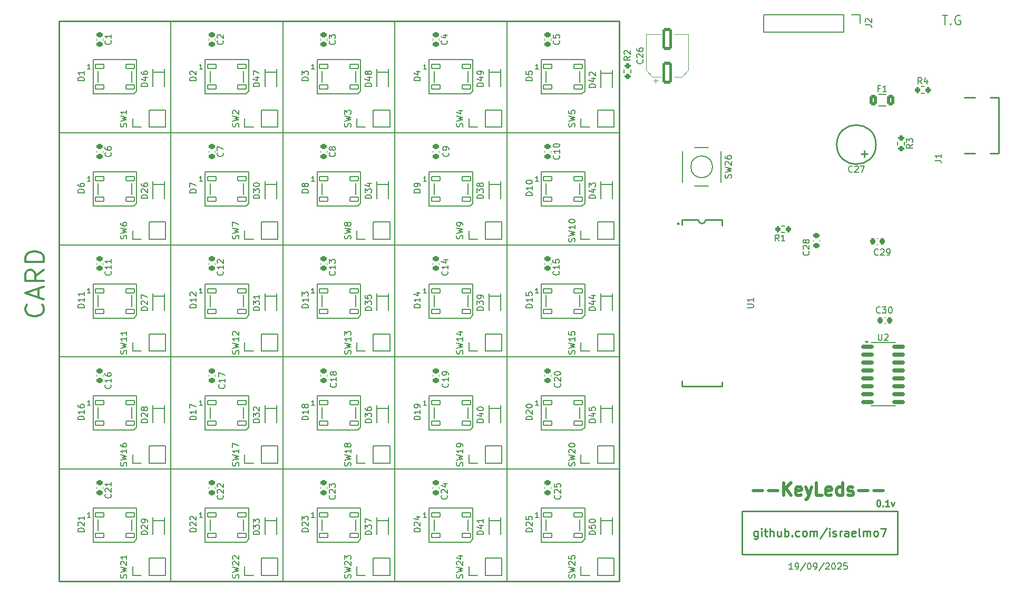
<source format=gto>
G04 #@! TF.GenerationSoftware,KiCad,Pcbnew,9.0.4*
G04 #@! TF.CreationDate,2025-10-26T21:25:07+02:00*
G04 #@! TF.ProjectId,ResumeCard,52657375-6d65-4436-9172-642e6b696361,rev?*
G04 #@! TF.SameCoordinates,Original*
G04 #@! TF.FileFunction,Legend,Top*
G04 #@! TF.FilePolarity,Positive*
%FSLAX46Y46*%
G04 Gerber Fmt 4.6, Leading zero omitted, Abs format (unit mm)*
G04 Created by KiCad (PCBNEW 9.0.4) date 2025-10-26 21:25:07*
%MOMM*%
%LPD*%
G01*
G04 APERTURE LIST*
G04 Aperture macros list*
%AMRoundRect*
0 Rectangle with rounded corners*
0 $1 Rounding radius*
0 $2 $3 $4 $5 $6 $7 $8 $9 X,Y pos of 4 corners*
0 Add a 4 corners polygon primitive as box body*
4,1,4,$2,$3,$4,$5,$6,$7,$8,$9,$2,$3,0*
0 Add four circle primitives for the rounded corners*
1,1,$1+$1,$2,$3*
1,1,$1+$1,$4,$5*
1,1,$1+$1,$6,$7*
1,1,$1+$1,$8,$9*
0 Add four rect primitives between the rounded corners*
20,1,$1+$1,$2,$3,$4,$5,0*
20,1,$1+$1,$4,$5,$6,$7,0*
20,1,$1+$1,$6,$7,$8,$9,0*
20,1,$1+$1,$8,$9,$2,$3,0*%
G04 Aperture macros list end*
%ADD10C,0.250000*%
%ADD11C,0.200000*%
%ADD12C,0.260000*%
%ADD13C,0.150000*%
%ADD14C,0.300000*%
%ADD15C,0.500000*%
%ADD16C,0.120000*%
%ADD17RoundRect,0.090000X-0.660000X-0.360000X0.660000X-0.360000X0.660000X0.360000X-0.660000X0.360000X0*%
%ADD18R,1.220000X0.910000*%
%ADD19R,1.700000X1.700000*%
%ADD20C,1.700000*%
%ADD21RoundRect,0.225000X-0.250000X0.225000X-0.250000X-0.225000X0.250000X-0.225000X0.250000X0.225000X0*%
%ADD22RoundRect,0.250000X0.550000X-1.500000X0.550000X1.500000X-0.550000X1.500000X-0.550000X-1.500000X0*%
%ADD23R,2.000000X1.500000*%
%ADD24O,2.000000X1.500000*%
%ADD25O,2.000000X1.520000*%
%ADD26RoundRect,0.200000X0.275000X-0.200000X0.275000X0.200000X-0.275000X0.200000X-0.275000X-0.200000X0*%
%ADD27C,0.750000*%
%ADD28O,2.000000X1.200000*%
%ADD29O,1.800000X1.200000*%
%ADD30C,0.010000*%
%ADD31R,1.300000X0.600000*%
%ADD32R,1.300000X0.300000*%
%ADD33C,2.700000*%
%ADD34RoundRect,0.200000X-0.200000X-0.275000X0.200000X-0.275000X0.200000X0.275000X-0.200000X0.275000X0*%
%ADD35RoundRect,0.250000X-0.375000X-0.625000X0.375000X-0.625000X0.375000X0.625000X-0.375000X0.625000X0*%
%ADD36RoundRect,0.225000X0.250000X-0.225000X0.250000X0.225000X-0.250000X0.225000X-0.250000X-0.225000X0*%
%ADD37RoundRect,0.225000X0.225000X0.250000X-0.225000X0.250000X-0.225000X-0.250000X0.225000X-0.250000X0*%
%ADD38C,1.600000*%
%ADD39RoundRect,0.200000X0.200000X0.275000X-0.200000X0.275000X-0.200000X-0.275000X0.200000X-0.275000X0*%
%ADD40RoundRect,0.200000X-0.275000X0.200000X-0.275000X-0.200000X0.275000X-0.200000X0.275000X0.200000X0*%
%ADD41RoundRect,0.150000X-0.825000X-0.150000X0.825000X-0.150000X0.825000X0.150000X-0.825000X0.150000X0*%
G04 APERTURE END LIST*
D10*
X139632143Y18010381D02*
X139727381Y18010381D01*
X139727381Y18010381D02*
X139822619Y17962762D01*
X139822619Y17962762D02*
X139870238Y17915143D01*
X139870238Y17915143D02*
X139917857Y17819905D01*
X139917857Y17819905D02*
X139965476Y17629429D01*
X139965476Y17629429D02*
X139965476Y17391334D01*
X139965476Y17391334D02*
X139917857Y17200858D01*
X139917857Y17200858D02*
X139870238Y17105620D01*
X139870238Y17105620D02*
X139822619Y17058000D01*
X139822619Y17058000D02*
X139727381Y17010381D01*
X139727381Y17010381D02*
X139632143Y17010381D01*
X139632143Y17010381D02*
X139536905Y17058000D01*
X139536905Y17058000D02*
X139489286Y17105620D01*
X139489286Y17105620D02*
X139441667Y17200858D01*
X139441667Y17200858D02*
X139394048Y17391334D01*
X139394048Y17391334D02*
X139394048Y17629429D01*
X139394048Y17629429D02*
X139441667Y17819905D01*
X139441667Y17819905D02*
X139489286Y17915143D01*
X139489286Y17915143D02*
X139536905Y17962762D01*
X139536905Y17962762D02*
X139632143Y18010381D01*
X140394048Y17105620D02*
X140441667Y17058000D01*
X140441667Y17058000D02*
X140394048Y17010381D01*
X140394048Y17010381D02*
X140346429Y17058000D01*
X140346429Y17058000D02*
X140394048Y17105620D01*
X140394048Y17105620D02*
X140394048Y17010381D01*
X141394047Y17010381D02*
X140822619Y17010381D01*
X141108333Y17010381D02*
X141108333Y18010381D01*
X141108333Y18010381D02*
X141013095Y17867524D01*
X141013095Y17867524D02*
X140917857Y17772286D01*
X140917857Y17772286D02*
X140822619Y17724667D01*
X141727381Y17677048D02*
X141965476Y17010381D01*
X141965476Y17010381D02*
X142203571Y17677048D01*
D11*
X8000000Y41000000D02*
X98000000Y41000000D01*
D12*
X117750000Y16250000D02*
X142750000Y16250000D01*
X142750000Y9250000D01*
X117750000Y9250000D01*
X117750000Y16250000D01*
D13*
X26000000Y95000000D02*
X26000000Y5000000D01*
D11*
X8000000Y77000000D02*
X98000000Y77000000D01*
X8000000Y59000000D02*
X98000000Y59000000D01*
D13*
X44000000Y95000000D02*
X44000000Y5000000D01*
X62000000Y95000000D02*
X62000000Y5000000D01*
D12*
X8000000Y95000000D02*
X98000000Y95000000D01*
X98000000Y5000000D01*
X8000000Y5000000D01*
X8000000Y95000000D01*
D13*
X44000000Y95000000D02*
X44000000Y5000000D01*
X80000000Y95000000D02*
X80000000Y5000000D01*
X44000000Y95000000D02*
X44000000Y5000000D01*
D11*
X8000000Y23000000D02*
X98000000Y23000000D01*
D14*
X5331542Y49392858D02*
X5474400Y49250001D01*
X5474400Y49250001D02*
X5617257Y48821429D01*
X5617257Y48821429D02*
X5617257Y48535715D01*
X5617257Y48535715D02*
X5474400Y48107144D01*
X5474400Y48107144D02*
X5188685Y47821429D01*
X5188685Y47821429D02*
X4902971Y47678572D01*
X4902971Y47678572D02*
X4331542Y47535715D01*
X4331542Y47535715D02*
X3902971Y47535715D01*
X3902971Y47535715D02*
X3331542Y47678572D01*
X3331542Y47678572D02*
X3045828Y47821429D01*
X3045828Y47821429D02*
X2760114Y48107144D01*
X2760114Y48107144D02*
X2617257Y48535715D01*
X2617257Y48535715D02*
X2617257Y48821429D01*
X2617257Y48821429D02*
X2760114Y49250001D01*
X2760114Y49250001D02*
X2902971Y49392858D01*
X4760114Y50535715D02*
X4760114Y51964286D01*
X5617257Y50250001D02*
X2617257Y51250001D01*
X2617257Y51250001D02*
X5617257Y52250001D01*
X5617257Y54964287D02*
X4188685Y53964287D01*
X5617257Y53250001D02*
X2617257Y53250001D01*
X2617257Y53250001D02*
X2617257Y54392858D01*
X2617257Y54392858D02*
X2760114Y54678573D01*
X2760114Y54678573D02*
X2902971Y54821430D01*
X2902971Y54821430D02*
X3188685Y54964287D01*
X3188685Y54964287D02*
X3617257Y54964287D01*
X3617257Y54964287D02*
X3902971Y54821430D01*
X3902971Y54821430D02*
X4045828Y54678573D01*
X4045828Y54678573D02*
X4188685Y54392858D01*
X4188685Y54392858D02*
X4188685Y53250001D01*
X5617257Y56250001D02*
X2617257Y56250001D01*
X2617257Y56250001D02*
X2617257Y56964287D01*
X2617257Y56964287D02*
X2760114Y57392858D01*
X2760114Y57392858D02*
X3045828Y57678573D01*
X3045828Y57678573D02*
X3331542Y57821430D01*
X3331542Y57821430D02*
X3902971Y57964287D01*
X3902971Y57964287D02*
X4331542Y57964287D01*
X4331542Y57964287D02*
X4902971Y57821430D01*
X4902971Y57821430D02*
X5188685Y57678573D01*
X5188685Y57678573D02*
X5474400Y57392858D01*
X5474400Y57392858D02*
X5617257Y56964287D01*
X5617257Y56964287D02*
X5617257Y56250001D01*
D13*
X149941541Y95891372D02*
X150798684Y95891372D01*
X150370112Y94391372D02*
X150370112Y95891372D01*
X151298683Y94534229D02*
X151370112Y94462800D01*
X151370112Y94462800D02*
X151298683Y94391372D01*
X151298683Y94391372D02*
X151227255Y94462800D01*
X151227255Y94462800D02*
X151298683Y94534229D01*
X151298683Y94534229D02*
X151298683Y94391372D01*
X152798684Y95819943D02*
X152655827Y95891372D01*
X152655827Y95891372D02*
X152441541Y95891372D01*
X152441541Y95891372D02*
X152227255Y95819943D01*
X152227255Y95819943D02*
X152084398Y95677086D01*
X152084398Y95677086D02*
X152012969Y95534229D01*
X152012969Y95534229D02*
X151941541Y95248515D01*
X151941541Y95248515D02*
X151941541Y95034229D01*
X151941541Y95034229D02*
X152012969Y94748515D01*
X152012969Y94748515D02*
X152084398Y94605658D01*
X152084398Y94605658D02*
X152227255Y94462800D01*
X152227255Y94462800D02*
X152441541Y94391372D01*
X152441541Y94391372D02*
X152584398Y94391372D01*
X152584398Y94391372D02*
X152798684Y94462800D01*
X152798684Y94462800D02*
X152870112Y94534229D01*
X152870112Y94534229D02*
X152870112Y95034229D01*
X152870112Y95034229D02*
X152584398Y95034229D01*
D12*
X120283334Y13028782D02*
X120283334Y11976401D01*
X120283334Y11976401D02*
X120221429Y11852592D01*
X120221429Y11852592D02*
X120159525Y11790687D01*
X120159525Y11790687D02*
X120035715Y11728782D01*
X120035715Y11728782D02*
X119850001Y11728782D01*
X119850001Y11728782D02*
X119726191Y11790687D01*
X120283334Y12224020D02*
X120159525Y12162116D01*
X120159525Y12162116D02*
X119911906Y12162116D01*
X119911906Y12162116D02*
X119788096Y12224020D01*
X119788096Y12224020D02*
X119726191Y12285925D01*
X119726191Y12285925D02*
X119664287Y12409735D01*
X119664287Y12409735D02*
X119664287Y12781163D01*
X119664287Y12781163D02*
X119726191Y12904973D01*
X119726191Y12904973D02*
X119788096Y12966878D01*
X119788096Y12966878D02*
X119911906Y13028782D01*
X119911906Y13028782D02*
X120159525Y13028782D01*
X120159525Y13028782D02*
X120283334Y12966878D01*
X120902381Y12162116D02*
X120902381Y13028782D01*
X120902381Y13462116D02*
X120840477Y13400211D01*
X120840477Y13400211D02*
X120902381Y13338306D01*
X120902381Y13338306D02*
X120964286Y13400211D01*
X120964286Y13400211D02*
X120902381Y13462116D01*
X120902381Y13462116D02*
X120902381Y13338306D01*
X121335715Y13028782D02*
X121830953Y13028782D01*
X121521429Y13462116D02*
X121521429Y12347830D01*
X121521429Y12347830D02*
X121583334Y12224020D01*
X121583334Y12224020D02*
X121707144Y12162116D01*
X121707144Y12162116D02*
X121830953Y12162116D01*
X122264286Y12162116D02*
X122264286Y13462116D01*
X122821429Y12162116D02*
X122821429Y12843068D01*
X122821429Y12843068D02*
X122759524Y12966878D01*
X122759524Y12966878D02*
X122635715Y13028782D01*
X122635715Y13028782D02*
X122450001Y13028782D01*
X122450001Y13028782D02*
X122326191Y12966878D01*
X122326191Y12966878D02*
X122264286Y12904973D01*
X123997619Y13028782D02*
X123997619Y12162116D01*
X123440476Y13028782D02*
X123440476Y12347830D01*
X123440476Y12347830D02*
X123502381Y12224020D01*
X123502381Y12224020D02*
X123626191Y12162116D01*
X123626191Y12162116D02*
X123811905Y12162116D01*
X123811905Y12162116D02*
X123935714Y12224020D01*
X123935714Y12224020D02*
X123997619Y12285925D01*
X124616666Y12162116D02*
X124616666Y13462116D01*
X124616666Y12966878D02*
X124740476Y13028782D01*
X124740476Y13028782D02*
X124988095Y13028782D01*
X124988095Y13028782D02*
X125111904Y12966878D01*
X125111904Y12966878D02*
X125173809Y12904973D01*
X125173809Y12904973D02*
X125235714Y12781163D01*
X125235714Y12781163D02*
X125235714Y12409735D01*
X125235714Y12409735D02*
X125173809Y12285925D01*
X125173809Y12285925D02*
X125111904Y12224020D01*
X125111904Y12224020D02*
X124988095Y12162116D01*
X124988095Y12162116D02*
X124740476Y12162116D01*
X124740476Y12162116D02*
X124616666Y12224020D01*
X125792856Y12285925D02*
X125854761Y12224020D01*
X125854761Y12224020D02*
X125792856Y12162116D01*
X125792856Y12162116D02*
X125730952Y12224020D01*
X125730952Y12224020D02*
X125792856Y12285925D01*
X125792856Y12285925D02*
X125792856Y12162116D01*
X126969047Y12224020D02*
X126845238Y12162116D01*
X126845238Y12162116D02*
X126597619Y12162116D01*
X126597619Y12162116D02*
X126473809Y12224020D01*
X126473809Y12224020D02*
X126411904Y12285925D01*
X126411904Y12285925D02*
X126350000Y12409735D01*
X126350000Y12409735D02*
X126350000Y12781163D01*
X126350000Y12781163D02*
X126411904Y12904973D01*
X126411904Y12904973D02*
X126473809Y12966878D01*
X126473809Y12966878D02*
X126597619Y13028782D01*
X126597619Y13028782D02*
X126845238Y13028782D01*
X126845238Y13028782D02*
X126969047Y12966878D01*
X127711905Y12162116D02*
X127588095Y12224020D01*
X127588095Y12224020D02*
X127526190Y12285925D01*
X127526190Y12285925D02*
X127464286Y12409735D01*
X127464286Y12409735D02*
X127464286Y12781163D01*
X127464286Y12781163D02*
X127526190Y12904973D01*
X127526190Y12904973D02*
X127588095Y12966878D01*
X127588095Y12966878D02*
X127711905Y13028782D01*
X127711905Y13028782D02*
X127897619Y13028782D01*
X127897619Y13028782D02*
X128021428Y12966878D01*
X128021428Y12966878D02*
X128083333Y12904973D01*
X128083333Y12904973D02*
X128145238Y12781163D01*
X128145238Y12781163D02*
X128145238Y12409735D01*
X128145238Y12409735D02*
X128083333Y12285925D01*
X128083333Y12285925D02*
X128021428Y12224020D01*
X128021428Y12224020D02*
X127897619Y12162116D01*
X127897619Y12162116D02*
X127711905Y12162116D01*
X128702380Y12162116D02*
X128702380Y13028782D01*
X128702380Y12904973D02*
X128764285Y12966878D01*
X128764285Y12966878D02*
X128888095Y13028782D01*
X128888095Y13028782D02*
X129073809Y13028782D01*
X129073809Y13028782D02*
X129197618Y12966878D01*
X129197618Y12966878D02*
X129259523Y12843068D01*
X129259523Y12843068D02*
X129259523Y12162116D01*
X129259523Y12843068D02*
X129321428Y12966878D01*
X129321428Y12966878D02*
X129445237Y13028782D01*
X129445237Y13028782D02*
X129630952Y13028782D01*
X129630952Y13028782D02*
X129754761Y12966878D01*
X129754761Y12966878D02*
X129816666Y12843068D01*
X129816666Y12843068D02*
X129816666Y12162116D01*
X131364285Y13524020D02*
X130249999Y11852592D01*
X131797618Y12162116D02*
X131797618Y13028782D01*
X131797618Y13462116D02*
X131735714Y13400211D01*
X131735714Y13400211D02*
X131797618Y13338306D01*
X131797618Y13338306D02*
X131859523Y13400211D01*
X131859523Y13400211D02*
X131797618Y13462116D01*
X131797618Y13462116D02*
X131797618Y13338306D01*
X132354762Y12224020D02*
X132478571Y12162116D01*
X132478571Y12162116D02*
X132726190Y12162116D01*
X132726190Y12162116D02*
X132850000Y12224020D01*
X132850000Y12224020D02*
X132911904Y12347830D01*
X132911904Y12347830D02*
X132911904Y12409735D01*
X132911904Y12409735D02*
X132850000Y12533544D01*
X132850000Y12533544D02*
X132726190Y12595449D01*
X132726190Y12595449D02*
X132540476Y12595449D01*
X132540476Y12595449D02*
X132416666Y12657354D01*
X132416666Y12657354D02*
X132354762Y12781163D01*
X132354762Y12781163D02*
X132354762Y12843068D01*
X132354762Y12843068D02*
X132416666Y12966878D01*
X132416666Y12966878D02*
X132540476Y13028782D01*
X132540476Y13028782D02*
X132726190Y13028782D01*
X132726190Y13028782D02*
X132850000Y12966878D01*
X133469047Y12162116D02*
X133469047Y13028782D01*
X133469047Y12781163D02*
X133530952Y12904973D01*
X133530952Y12904973D02*
X133592857Y12966878D01*
X133592857Y12966878D02*
X133716666Y13028782D01*
X133716666Y13028782D02*
X133840476Y13028782D01*
X134830952Y12162116D02*
X134830952Y12843068D01*
X134830952Y12843068D02*
X134769047Y12966878D01*
X134769047Y12966878D02*
X134645238Y13028782D01*
X134645238Y13028782D02*
X134397619Y13028782D01*
X134397619Y13028782D02*
X134273809Y12966878D01*
X134830952Y12224020D02*
X134707143Y12162116D01*
X134707143Y12162116D02*
X134397619Y12162116D01*
X134397619Y12162116D02*
X134273809Y12224020D01*
X134273809Y12224020D02*
X134211905Y12347830D01*
X134211905Y12347830D02*
X134211905Y12471640D01*
X134211905Y12471640D02*
X134273809Y12595449D01*
X134273809Y12595449D02*
X134397619Y12657354D01*
X134397619Y12657354D02*
X134707143Y12657354D01*
X134707143Y12657354D02*
X134830952Y12719259D01*
X135945237Y12224020D02*
X135821428Y12162116D01*
X135821428Y12162116D02*
X135573809Y12162116D01*
X135573809Y12162116D02*
X135449999Y12224020D01*
X135449999Y12224020D02*
X135388095Y12347830D01*
X135388095Y12347830D02*
X135388095Y12843068D01*
X135388095Y12843068D02*
X135449999Y12966878D01*
X135449999Y12966878D02*
X135573809Y13028782D01*
X135573809Y13028782D02*
X135821428Y13028782D01*
X135821428Y13028782D02*
X135945237Y12966878D01*
X135945237Y12966878D02*
X136007142Y12843068D01*
X136007142Y12843068D02*
X136007142Y12719259D01*
X136007142Y12719259D02*
X135388095Y12595449D01*
X136750000Y12162116D02*
X136626190Y12224020D01*
X136626190Y12224020D02*
X136564285Y12347830D01*
X136564285Y12347830D02*
X136564285Y13462116D01*
X137245237Y12162116D02*
X137245237Y13028782D01*
X137245237Y12904973D02*
X137307142Y12966878D01*
X137307142Y12966878D02*
X137430952Y13028782D01*
X137430952Y13028782D02*
X137616666Y13028782D01*
X137616666Y13028782D02*
X137740475Y12966878D01*
X137740475Y12966878D02*
X137802380Y12843068D01*
X137802380Y12843068D02*
X137802380Y12162116D01*
X137802380Y12843068D02*
X137864285Y12966878D01*
X137864285Y12966878D02*
X137988094Y13028782D01*
X137988094Y13028782D02*
X138173809Y13028782D01*
X138173809Y13028782D02*
X138297618Y12966878D01*
X138297618Y12966878D02*
X138359523Y12843068D01*
X138359523Y12843068D02*
X138359523Y12162116D01*
X139164285Y12162116D02*
X139040475Y12224020D01*
X139040475Y12224020D02*
X138978570Y12285925D01*
X138978570Y12285925D02*
X138916666Y12409735D01*
X138916666Y12409735D02*
X138916666Y12781163D01*
X138916666Y12781163D02*
X138978570Y12904973D01*
X138978570Y12904973D02*
X139040475Y12966878D01*
X139040475Y12966878D02*
X139164285Y13028782D01*
X139164285Y13028782D02*
X139349999Y13028782D01*
X139349999Y13028782D02*
X139473808Y12966878D01*
X139473808Y12966878D02*
X139535713Y12904973D01*
X139535713Y12904973D02*
X139597618Y12781163D01*
X139597618Y12781163D02*
X139597618Y12409735D01*
X139597618Y12409735D02*
X139535713Y12285925D01*
X139535713Y12285925D02*
X139473808Y12224020D01*
X139473808Y12224020D02*
X139349999Y12162116D01*
X139349999Y12162116D02*
X139164285Y12162116D01*
X140030951Y13462116D02*
X140897617Y13462116D01*
X140897617Y13462116D02*
X140340475Y12162116D01*
D11*
X125893482Y6882781D02*
X125322054Y6882781D01*
X125607768Y6882781D02*
X125607768Y7882781D01*
X125607768Y7882781D02*
X125512530Y7739924D01*
X125512530Y7739924D02*
X125417292Y7644686D01*
X125417292Y7644686D02*
X125322054Y7597067D01*
X126369673Y6882781D02*
X126560149Y6882781D01*
X126560149Y6882781D02*
X126655387Y6930400D01*
X126655387Y6930400D02*
X126703006Y6978020D01*
X126703006Y6978020D02*
X126798244Y7120877D01*
X126798244Y7120877D02*
X126845863Y7311353D01*
X126845863Y7311353D02*
X126845863Y7692305D01*
X126845863Y7692305D02*
X126798244Y7787543D01*
X126798244Y7787543D02*
X126750625Y7835162D01*
X126750625Y7835162D02*
X126655387Y7882781D01*
X126655387Y7882781D02*
X126464911Y7882781D01*
X126464911Y7882781D02*
X126369673Y7835162D01*
X126369673Y7835162D02*
X126322054Y7787543D01*
X126322054Y7787543D02*
X126274435Y7692305D01*
X126274435Y7692305D02*
X126274435Y7454210D01*
X126274435Y7454210D02*
X126322054Y7358972D01*
X126322054Y7358972D02*
X126369673Y7311353D01*
X126369673Y7311353D02*
X126464911Y7263734D01*
X126464911Y7263734D02*
X126655387Y7263734D01*
X126655387Y7263734D02*
X126750625Y7311353D01*
X126750625Y7311353D02*
X126798244Y7358972D01*
X126798244Y7358972D02*
X126845863Y7454210D01*
X127988720Y7930400D02*
X127131578Y6644686D01*
X128512530Y7882781D02*
X128607768Y7882781D01*
X128607768Y7882781D02*
X128703006Y7835162D01*
X128703006Y7835162D02*
X128750625Y7787543D01*
X128750625Y7787543D02*
X128798244Y7692305D01*
X128798244Y7692305D02*
X128845863Y7501829D01*
X128845863Y7501829D02*
X128845863Y7263734D01*
X128845863Y7263734D02*
X128798244Y7073258D01*
X128798244Y7073258D02*
X128750625Y6978020D01*
X128750625Y6978020D02*
X128703006Y6930400D01*
X128703006Y6930400D02*
X128607768Y6882781D01*
X128607768Y6882781D02*
X128512530Y6882781D01*
X128512530Y6882781D02*
X128417292Y6930400D01*
X128417292Y6930400D02*
X128369673Y6978020D01*
X128369673Y6978020D02*
X128322054Y7073258D01*
X128322054Y7073258D02*
X128274435Y7263734D01*
X128274435Y7263734D02*
X128274435Y7501829D01*
X128274435Y7501829D02*
X128322054Y7692305D01*
X128322054Y7692305D02*
X128369673Y7787543D01*
X128369673Y7787543D02*
X128417292Y7835162D01*
X128417292Y7835162D02*
X128512530Y7882781D01*
X129322054Y6882781D02*
X129512530Y6882781D01*
X129512530Y6882781D02*
X129607768Y6930400D01*
X129607768Y6930400D02*
X129655387Y6978020D01*
X129655387Y6978020D02*
X129750625Y7120877D01*
X129750625Y7120877D02*
X129798244Y7311353D01*
X129798244Y7311353D02*
X129798244Y7692305D01*
X129798244Y7692305D02*
X129750625Y7787543D01*
X129750625Y7787543D02*
X129703006Y7835162D01*
X129703006Y7835162D02*
X129607768Y7882781D01*
X129607768Y7882781D02*
X129417292Y7882781D01*
X129417292Y7882781D02*
X129322054Y7835162D01*
X129322054Y7835162D02*
X129274435Y7787543D01*
X129274435Y7787543D02*
X129226816Y7692305D01*
X129226816Y7692305D02*
X129226816Y7454210D01*
X129226816Y7454210D02*
X129274435Y7358972D01*
X129274435Y7358972D02*
X129322054Y7311353D01*
X129322054Y7311353D02*
X129417292Y7263734D01*
X129417292Y7263734D02*
X129607768Y7263734D01*
X129607768Y7263734D02*
X129703006Y7311353D01*
X129703006Y7311353D02*
X129750625Y7358972D01*
X129750625Y7358972D02*
X129798244Y7454210D01*
X130941101Y7930400D02*
X130083959Y6644686D01*
X131226816Y7787543D02*
X131274435Y7835162D01*
X131274435Y7835162D02*
X131369673Y7882781D01*
X131369673Y7882781D02*
X131607768Y7882781D01*
X131607768Y7882781D02*
X131703006Y7835162D01*
X131703006Y7835162D02*
X131750625Y7787543D01*
X131750625Y7787543D02*
X131798244Y7692305D01*
X131798244Y7692305D02*
X131798244Y7597067D01*
X131798244Y7597067D02*
X131750625Y7454210D01*
X131750625Y7454210D02*
X131179197Y6882781D01*
X131179197Y6882781D02*
X131798244Y6882781D01*
X132417292Y7882781D02*
X132512530Y7882781D01*
X132512530Y7882781D02*
X132607768Y7835162D01*
X132607768Y7835162D02*
X132655387Y7787543D01*
X132655387Y7787543D02*
X132703006Y7692305D01*
X132703006Y7692305D02*
X132750625Y7501829D01*
X132750625Y7501829D02*
X132750625Y7263734D01*
X132750625Y7263734D02*
X132703006Y7073258D01*
X132703006Y7073258D02*
X132655387Y6978020D01*
X132655387Y6978020D02*
X132607768Y6930400D01*
X132607768Y6930400D02*
X132512530Y6882781D01*
X132512530Y6882781D02*
X132417292Y6882781D01*
X132417292Y6882781D02*
X132322054Y6930400D01*
X132322054Y6930400D02*
X132274435Y6978020D01*
X132274435Y6978020D02*
X132226816Y7073258D01*
X132226816Y7073258D02*
X132179197Y7263734D01*
X132179197Y7263734D02*
X132179197Y7501829D01*
X132179197Y7501829D02*
X132226816Y7692305D01*
X132226816Y7692305D02*
X132274435Y7787543D01*
X132274435Y7787543D02*
X132322054Y7835162D01*
X132322054Y7835162D02*
X132417292Y7882781D01*
X133131578Y7787543D02*
X133179197Y7835162D01*
X133179197Y7835162D02*
X133274435Y7882781D01*
X133274435Y7882781D02*
X133512530Y7882781D01*
X133512530Y7882781D02*
X133607768Y7835162D01*
X133607768Y7835162D02*
X133655387Y7787543D01*
X133655387Y7787543D02*
X133703006Y7692305D01*
X133703006Y7692305D02*
X133703006Y7597067D01*
X133703006Y7597067D02*
X133655387Y7454210D01*
X133655387Y7454210D02*
X133083959Y6882781D01*
X133083959Y6882781D02*
X133703006Y6882781D01*
X134607768Y7882781D02*
X134131578Y7882781D01*
X134131578Y7882781D02*
X134083959Y7406591D01*
X134083959Y7406591D02*
X134131578Y7454210D01*
X134131578Y7454210D02*
X134226816Y7501829D01*
X134226816Y7501829D02*
X134464911Y7501829D01*
X134464911Y7501829D02*
X134560149Y7454210D01*
X134560149Y7454210D02*
X134607768Y7406591D01*
X134607768Y7406591D02*
X134655387Y7311353D01*
X134655387Y7311353D02*
X134655387Y7073258D01*
X134655387Y7073258D02*
X134607768Y6978020D01*
X134607768Y6978020D02*
X134560149Y6930400D01*
X134560149Y6930400D02*
X134464911Y6882781D01*
X134464911Y6882781D02*
X134226816Y6882781D01*
X134226816Y6882781D02*
X134131578Y6930400D01*
X134131578Y6930400D02*
X134083959Y6978020D01*
D15*
X119523809Y19532667D02*
X121047619Y19532667D01*
X121999999Y19532667D02*
X123523809Y19532667D01*
X124476189Y18770762D02*
X124476189Y20770762D01*
X125619046Y18770762D02*
X124761903Y19913620D01*
X125619046Y20770762D02*
X124476189Y19627905D01*
X127238094Y18866000D02*
X127047618Y18770762D01*
X127047618Y18770762D02*
X126666665Y18770762D01*
X126666665Y18770762D02*
X126476189Y18866000D01*
X126476189Y18866000D02*
X126380951Y19056477D01*
X126380951Y19056477D02*
X126380951Y19818381D01*
X126380951Y19818381D02*
X126476189Y20008858D01*
X126476189Y20008858D02*
X126666665Y20104096D01*
X126666665Y20104096D02*
X127047618Y20104096D01*
X127047618Y20104096D02*
X127238094Y20008858D01*
X127238094Y20008858D02*
X127333332Y19818381D01*
X127333332Y19818381D02*
X127333332Y19627905D01*
X127333332Y19627905D02*
X126380951Y19437429D01*
X127999999Y20104096D02*
X128476189Y18770762D01*
X128952380Y20104096D02*
X128476189Y18770762D01*
X128476189Y18770762D02*
X128285713Y18294572D01*
X128285713Y18294572D02*
X128190475Y18199334D01*
X128190475Y18199334D02*
X127999999Y18104096D01*
X130666666Y18770762D02*
X129714285Y18770762D01*
X129714285Y18770762D02*
X129714285Y20770762D01*
X132095238Y18866000D02*
X131904762Y18770762D01*
X131904762Y18770762D02*
X131523809Y18770762D01*
X131523809Y18770762D02*
X131333333Y18866000D01*
X131333333Y18866000D02*
X131238095Y19056477D01*
X131238095Y19056477D02*
X131238095Y19818381D01*
X131238095Y19818381D02*
X131333333Y20008858D01*
X131333333Y20008858D02*
X131523809Y20104096D01*
X131523809Y20104096D02*
X131904762Y20104096D01*
X131904762Y20104096D02*
X132095238Y20008858D01*
X132095238Y20008858D02*
X132190476Y19818381D01*
X132190476Y19818381D02*
X132190476Y19627905D01*
X132190476Y19627905D02*
X131238095Y19437429D01*
X133904762Y18770762D02*
X133904762Y20770762D01*
X133904762Y18866000D02*
X133714286Y18770762D01*
X133714286Y18770762D02*
X133333333Y18770762D01*
X133333333Y18770762D02*
X133142857Y18866000D01*
X133142857Y18866000D02*
X133047619Y18961239D01*
X133047619Y18961239D02*
X132952381Y19151715D01*
X132952381Y19151715D02*
X132952381Y19723143D01*
X132952381Y19723143D02*
X133047619Y19913620D01*
X133047619Y19913620D02*
X133142857Y20008858D01*
X133142857Y20008858D02*
X133333333Y20104096D01*
X133333333Y20104096D02*
X133714286Y20104096D01*
X133714286Y20104096D02*
X133904762Y20008858D01*
X134761905Y18866000D02*
X134952381Y18770762D01*
X134952381Y18770762D02*
X135333333Y18770762D01*
X135333333Y18770762D02*
X135523810Y18866000D01*
X135523810Y18866000D02*
X135619048Y19056477D01*
X135619048Y19056477D02*
X135619048Y19151715D01*
X135619048Y19151715D02*
X135523810Y19342191D01*
X135523810Y19342191D02*
X135333333Y19437429D01*
X135333333Y19437429D02*
X135047619Y19437429D01*
X135047619Y19437429D02*
X134857143Y19532667D01*
X134857143Y19532667D02*
X134761905Y19723143D01*
X134761905Y19723143D02*
X134761905Y19818381D01*
X134761905Y19818381D02*
X134857143Y20008858D01*
X134857143Y20008858D02*
X135047619Y20104096D01*
X135047619Y20104096D02*
X135333333Y20104096D01*
X135333333Y20104096D02*
X135523810Y20008858D01*
X136476191Y19532667D02*
X138000001Y19532667D01*
X138952381Y19532667D02*
X140476191Y19532667D01*
D11*
X66062219Y12925715D02*
X65062219Y12925715D01*
X65062219Y12925715D02*
X65062219Y13163810D01*
X65062219Y13163810D02*
X65109838Y13306667D01*
X65109838Y13306667D02*
X65205076Y13401905D01*
X65205076Y13401905D02*
X65300314Y13449524D01*
X65300314Y13449524D02*
X65490790Y13497143D01*
X65490790Y13497143D02*
X65633647Y13497143D01*
X65633647Y13497143D02*
X65824123Y13449524D01*
X65824123Y13449524D02*
X65919361Y13401905D01*
X65919361Y13401905D02*
X66014600Y13306667D01*
X66014600Y13306667D02*
X66062219Y13163810D01*
X66062219Y13163810D02*
X66062219Y12925715D01*
X65157457Y13878096D02*
X65109838Y13925715D01*
X65109838Y13925715D02*
X65062219Y14020953D01*
X65062219Y14020953D02*
X65062219Y14259048D01*
X65062219Y14259048D02*
X65109838Y14354286D01*
X65109838Y14354286D02*
X65157457Y14401905D01*
X65157457Y14401905D02*
X65252695Y14449524D01*
X65252695Y14449524D02*
X65347933Y14449524D01*
X65347933Y14449524D02*
X65490790Y14401905D01*
X65490790Y14401905D02*
X66062219Y13830477D01*
X66062219Y13830477D02*
X66062219Y14449524D01*
X65395552Y15306667D02*
X66062219Y15306667D01*
X65014600Y15068572D02*
X65728885Y14830477D01*
X65728885Y14830477D02*
X65728885Y15449524D01*
D13*
X67058571Y15237705D02*
X66601428Y15237705D01*
X66830000Y15237705D02*
X66830000Y16037705D01*
X66830000Y16037705D02*
X66753809Y15923420D01*
X66753809Y15923420D02*
X66677619Y15847229D01*
X66677619Y15847229D02*
X66601428Y15809134D01*
D11*
X30062219Y12925715D02*
X29062219Y12925715D01*
X29062219Y12925715D02*
X29062219Y13163810D01*
X29062219Y13163810D02*
X29109838Y13306667D01*
X29109838Y13306667D02*
X29205076Y13401905D01*
X29205076Y13401905D02*
X29300314Y13449524D01*
X29300314Y13449524D02*
X29490790Y13497143D01*
X29490790Y13497143D02*
X29633647Y13497143D01*
X29633647Y13497143D02*
X29824123Y13449524D01*
X29824123Y13449524D02*
X29919361Y13401905D01*
X29919361Y13401905D02*
X30014600Y13306667D01*
X30014600Y13306667D02*
X30062219Y13163810D01*
X30062219Y13163810D02*
X30062219Y12925715D01*
X29157457Y13878096D02*
X29109838Y13925715D01*
X29109838Y13925715D02*
X29062219Y14020953D01*
X29062219Y14020953D02*
X29062219Y14259048D01*
X29062219Y14259048D02*
X29109838Y14354286D01*
X29109838Y14354286D02*
X29157457Y14401905D01*
X29157457Y14401905D02*
X29252695Y14449524D01*
X29252695Y14449524D02*
X29347933Y14449524D01*
X29347933Y14449524D02*
X29490790Y14401905D01*
X29490790Y14401905D02*
X30062219Y13830477D01*
X30062219Y13830477D02*
X30062219Y14449524D01*
X29157457Y14830477D02*
X29109838Y14878096D01*
X29109838Y14878096D02*
X29062219Y14973334D01*
X29062219Y14973334D02*
X29062219Y15211429D01*
X29062219Y15211429D02*
X29109838Y15306667D01*
X29109838Y15306667D02*
X29157457Y15354286D01*
X29157457Y15354286D02*
X29252695Y15401905D01*
X29252695Y15401905D02*
X29347933Y15401905D01*
X29347933Y15401905D02*
X29490790Y15354286D01*
X29490790Y15354286D02*
X30062219Y14782858D01*
X30062219Y14782858D02*
X30062219Y15401905D01*
D13*
X31058571Y15237705D02*
X30601428Y15237705D01*
X30830000Y15237705D02*
X30830000Y16037705D01*
X30830000Y16037705D02*
X30753809Y15923420D01*
X30753809Y15923420D02*
X30677619Y15847229D01*
X30677619Y15847229D02*
X30601428Y15809134D01*
D11*
X48062219Y30925715D02*
X47062219Y30925715D01*
X47062219Y30925715D02*
X47062219Y31163810D01*
X47062219Y31163810D02*
X47109838Y31306667D01*
X47109838Y31306667D02*
X47205076Y31401905D01*
X47205076Y31401905D02*
X47300314Y31449524D01*
X47300314Y31449524D02*
X47490790Y31497143D01*
X47490790Y31497143D02*
X47633647Y31497143D01*
X47633647Y31497143D02*
X47824123Y31449524D01*
X47824123Y31449524D02*
X47919361Y31401905D01*
X47919361Y31401905D02*
X48014600Y31306667D01*
X48014600Y31306667D02*
X48062219Y31163810D01*
X48062219Y31163810D02*
X48062219Y30925715D01*
X48062219Y32449524D02*
X48062219Y31878096D01*
X48062219Y32163810D02*
X47062219Y32163810D01*
X47062219Y32163810D02*
X47205076Y32068572D01*
X47205076Y32068572D02*
X47300314Y31973334D01*
X47300314Y31973334D02*
X47347933Y31878096D01*
X47490790Y33020953D02*
X47443171Y32925715D01*
X47443171Y32925715D02*
X47395552Y32878096D01*
X47395552Y32878096D02*
X47300314Y32830477D01*
X47300314Y32830477D02*
X47252695Y32830477D01*
X47252695Y32830477D02*
X47157457Y32878096D01*
X47157457Y32878096D02*
X47109838Y32925715D01*
X47109838Y32925715D02*
X47062219Y33020953D01*
X47062219Y33020953D02*
X47062219Y33211429D01*
X47062219Y33211429D02*
X47109838Y33306667D01*
X47109838Y33306667D02*
X47157457Y33354286D01*
X47157457Y33354286D02*
X47252695Y33401905D01*
X47252695Y33401905D02*
X47300314Y33401905D01*
X47300314Y33401905D02*
X47395552Y33354286D01*
X47395552Y33354286D02*
X47443171Y33306667D01*
X47443171Y33306667D02*
X47490790Y33211429D01*
X47490790Y33211429D02*
X47490790Y33020953D01*
X47490790Y33020953D02*
X47538409Y32925715D01*
X47538409Y32925715D02*
X47586028Y32878096D01*
X47586028Y32878096D02*
X47681266Y32830477D01*
X47681266Y32830477D02*
X47871742Y32830477D01*
X47871742Y32830477D02*
X47966980Y32878096D01*
X47966980Y32878096D02*
X48014600Y32925715D01*
X48014600Y32925715D02*
X48062219Y33020953D01*
X48062219Y33020953D02*
X48062219Y33211429D01*
X48062219Y33211429D02*
X48014600Y33306667D01*
X48014600Y33306667D02*
X47966980Y33354286D01*
X47966980Y33354286D02*
X47871742Y33401905D01*
X47871742Y33401905D02*
X47681266Y33401905D01*
X47681266Y33401905D02*
X47586028Y33354286D01*
X47586028Y33354286D02*
X47538409Y33306667D01*
X47538409Y33306667D02*
X47490790Y33211429D01*
D13*
X49058571Y33237705D02*
X48601428Y33237705D01*
X48830000Y33237705D02*
X48830000Y34037705D01*
X48830000Y34037705D02*
X48753809Y33923420D01*
X48753809Y33923420D02*
X48677619Y33847229D01*
X48677619Y33847229D02*
X48601428Y33809134D01*
D11*
X66062219Y85401906D02*
X65062219Y85401906D01*
X65062219Y85401906D02*
X65062219Y85640001D01*
X65062219Y85640001D02*
X65109838Y85782858D01*
X65109838Y85782858D02*
X65205076Y85878096D01*
X65205076Y85878096D02*
X65300314Y85925715D01*
X65300314Y85925715D02*
X65490790Y85973334D01*
X65490790Y85973334D02*
X65633647Y85973334D01*
X65633647Y85973334D02*
X65824123Y85925715D01*
X65824123Y85925715D02*
X65919361Y85878096D01*
X65919361Y85878096D02*
X66014600Y85782858D01*
X66014600Y85782858D02*
X66062219Y85640001D01*
X66062219Y85640001D02*
X66062219Y85401906D01*
X65395552Y86830477D02*
X66062219Y86830477D01*
X65014600Y86592382D02*
X65728885Y86354287D01*
X65728885Y86354287D02*
X65728885Y86973334D01*
D13*
X67058571Y87237705D02*
X66601428Y87237705D01*
X66830000Y87237705D02*
X66830000Y88037705D01*
X66830000Y88037705D02*
X66753809Y87923420D01*
X66753809Y87923420D02*
X66677619Y87847229D01*
X66677619Y87847229D02*
X66601428Y87809134D01*
D11*
X30062219Y30925715D02*
X29062219Y30925715D01*
X29062219Y30925715D02*
X29062219Y31163810D01*
X29062219Y31163810D02*
X29109838Y31306667D01*
X29109838Y31306667D02*
X29205076Y31401905D01*
X29205076Y31401905D02*
X29300314Y31449524D01*
X29300314Y31449524D02*
X29490790Y31497143D01*
X29490790Y31497143D02*
X29633647Y31497143D01*
X29633647Y31497143D02*
X29824123Y31449524D01*
X29824123Y31449524D02*
X29919361Y31401905D01*
X29919361Y31401905D02*
X30014600Y31306667D01*
X30014600Y31306667D02*
X30062219Y31163810D01*
X30062219Y31163810D02*
X30062219Y30925715D01*
X30062219Y32449524D02*
X30062219Y31878096D01*
X30062219Y32163810D02*
X29062219Y32163810D01*
X29062219Y32163810D02*
X29205076Y32068572D01*
X29205076Y32068572D02*
X29300314Y31973334D01*
X29300314Y31973334D02*
X29347933Y31878096D01*
X29062219Y32782858D02*
X29062219Y33449524D01*
X29062219Y33449524D02*
X30062219Y33020953D01*
D13*
X31058571Y33237705D02*
X30601428Y33237705D01*
X30830000Y33237705D02*
X30830000Y34037705D01*
X30830000Y34037705D02*
X30753809Y33923420D01*
X30753809Y33923420D02*
X30677619Y33847229D01*
X30677619Y33847229D02*
X30601428Y33809134D01*
D11*
X48062219Y67401906D02*
X47062219Y67401906D01*
X47062219Y67401906D02*
X47062219Y67640001D01*
X47062219Y67640001D02*
X47109838Y67782858D01*
X47109838Y67782858D02*
X47205076Y67878096D01*
X47205076Y67878096D02*
X47300314Y67925715D01*
X47300314Y67925715D02*
X47490790Y67973334D01*
X47490790Y67973334D02*
X47633647Y67973334D01*
X47633647Y67973334D02*
X47824123Y67925715D01*
X47824123Y67925715D02*
X47919361Y67878096D01*
X47919361Y67878096D02*
X48014600Y67782858D01*
X48014600Y67782858D02*
X48062219Y67640001D01*
X48062219Y67640001D02*
X48062219Y67401906D01*
X47490790Y68544763D02*
X47443171Y68449525D01*
X47443171Y68449525D02*
X47395552Y68401906D01*
X47395552Y68401906D02*
X47300314Y68354287D01*
X47300314Y68354287D02*
X47252695Y68354287D01*
X47252695Y68354287D02*
X47157457Y68401906D01*
X47157457Y68401906D02*
X47109838Y68449525D01*
X47109838Y68449525D02*
X47062219Y68544763D01*
X47062219Y68544763D02*
X47062219Y68735239D01*
X47062219Y68735239D02*
X47109838Y68830477D01*
X47109838Y68830477D02*
X47157457Y68878096D01*
X47157457Y68878096D02*
X47252695Y68925715D01*
X47252695Y68925715D02*
X47300314Y68925715D01*
X47300314Y68925715D02*
X47395552Y68878096D01*
X47395552Y68878096D02*
X47443171Y68830477D01*
X47443171Y68830477D02*
X47490790Y68735239D01*
X47490790Y68735239D02*
X47490790Y68544763D01*
X47490790Y68544763D02*
X47538409Y68449525D01*
X47538409Y68449525D02*
X47586028Y68401906D01*
X47586028Y68401906D02*
X47681266Y68354287D01*
X47681266Y68354287D02*
X47871742Y68354287D01*
X47871742Y68354287D02*
X47966980Y68401906D01*
X47966980Y68401906D02*
X48014600Y68449525D01*
X48014600Y68449525D02*
X48062219Y68544763D01*
X48062219Y68544763D02*
X48062219Y68735239D01*
X48062219Y68735239D02*
X48014600Y68830477D01*
X48014600Y68830477D02*
X47966980Y68878096D01*
X47966980Y68878096D02*
X47871742Y68925715D01*
X47871742Y68925715D02*
X47681266Y68925715D01*
X47681266Y68925715D02*
X47586028Y68878096D01*
X47586028Y68878096D02*
X47538409Y68830477D01*
X47538409Y68830477D02*
X47490790Y68735239D01*
D13*
X49058571Y69237705D02*
X48601428Y69237705D01*
X48830000Y69237705D02*
X48830000Y70037705D01*
X48830000Y70037705D02*
X48753809Y69923420D01*
X48753809Y69923420D02*
X48677619Y69847229D01*
X48677619Y69847229D02*
X48601428Y69809134D01*
D11*
X48062219Y85401906D02*
X47062219Y85401906D01*
X47062219Y85401906D02*
X47062219Y85640001D01*
X47062219Y85640001D02*
X47109838Y85782858D01*
X47109838Y85782858D02*
X47205076Y85878096D01*
X47205076Y85878096D02*
X47300314Y85925715D01*
X47300314Y85925715D02*
X47490790Y85973334D01*
X47490790Y85973334D02*
X47633647Y85973334D01*
X47633647Y85973334D02*
X47824123Y85925715D01*
X47824123Y85925715D02*
X47919361Y85878096D01*
X47919361Y85878096D02*
X48014600Y85782858D01*
X48014600Y85782858D02*
X48062219Y85640001D01*
X48062219Y85640001D02*
X48062219Y85401906D01*
X47062219Y86306668D02*
X47062219Y86925715D01*
X47062219Y86925715D02*
X47443171Y86592382D01*
X47443171Y86592382D02*
X47443171Y86735239D01*
X47443171Y86735239D02*
X47490790Y86830477D01*
X47490790Y86830477D02*
X47538409Y86878096D01*
X47538409Y86878096D02*
X47633647Y86925715D01*
X47633647Y86925715D02*
X47871742Y86925715D01*
X47871742Y86925715D02*
X47966980Y86878096D01*
X47966980Y86878096D02*
X48014600Y86830477D01*
X48014600Y86830477D02*
X48062219Y86735239D01*
X48062219Y86735239D02*
X48062219Y86449525D01*
X48062219Y86449525D02*
X48014600Y86354287D01*
X48014600Y86354287D02*
X47966980Y86306668D01*
D13*
X49058571Y87237705D02*
X48601428Y87237705D01*
X48830000Y87237705D02*
X48830000Y88037705D01*
X48830000Y88037705D02*
X48753809Y87923420D01*
X48753809Y87923420D02*
X48677619Y87847229D01*
X48677619Y87847229D02*
X48601428Y87809134D01*
D11*
X30062219Y48925715D02*
X29062219Y48925715D01*
X29062219Y48925715D02*
X29062219Y49163810D01*
X29062219Y49163810D02*
X29109838Y49306667D01*
X29109838Y49306667D02*
X29205076Y49401905D01*
X29205076Y49401905D02*
X29300314Y49449524D01*
X29300314Y49449524D02*
X29490790Y49497143D01*
X29490790Y49497143D02*
X29633647Y49497143D01*
X29633647Y49497143D02*
X29824123Y49449524D01*
X29824123Y49449524D02*
X29919361Y49401905D01*
X29919361Y49401905D02*
X30014600Y49306667D01*
X30014600Y49306667D02*
X30062219Y49163810D01*
X30062219Y49163810D02*
X30062219Y48925715D01*
X30062219Y50449524D02*
X30062219Y49878096D01*
X30062219Y50163810D02*
X29062219Y50163810D01*
X29062219Y50163810D02*
X29205076Y50068572D01*
X29205076Y50068572D02*
X29300314Y49973334D01*
X29300314Y49973334D02*
X29347933Y49878096D01*
X29157457Y50830477D02*
X29109838Y50878096D01*
X29109838Y50878096D02*
X29062219Y50973334D01*
X29062219Y50973334D02*
X29062219Y51211429D01*
X29062219Y51211429D02*
X29109838Y51306667D01*
X29109838Y51306667D02*
X29157457Y51354286D01*
X29157457Y51354286D02*
X29252695Y51401905D01*
X29252695Y51401905D02*
X29347933Y51401905D01*
X29347933Y51401905D02*
X29490790Y51354286D01*
X29490790Y51354286D02*
X30062219Y50782858D01*
X30062219Y50782858D02*
X30062219Y51401905D01*
D13*
X31058571Y51237705D02*
X30601428Y51237705D01*
X30830000Y51237705D02*
X30830000Y52037705D01*
X30830000Y52037705D02*
X30753809Y51923420D01*
X30753809Y51923420D02*
X30677619Y51847229D01*
X30677619Y51847229D02*
X30601428Y51809134D01*
D11*
X84062219Y12925715D02*
X83062219Y12925715D01*
X83062219Y12925715D02*
X83062219Y13163810D01*
X83062219Y13163810D02*
X83109838Y13306667D01*
X83109838Y13306667D02*
X83205076Y13401905D01*
X83205076Y13401905D02*
X83300314Y13449524D01*
X83300314Y13449524D02*
X83490790Y13497143D01*
X83490790Y13497143D02*
X83633647Y13497143D01*
X83633647Y13497143D02*
X83824123Y13449524D01*
X83824123Y13449524D02*
X83919361Y13401905D01*
X83919361Y13401905D02*
X84014600Y13306667D01*
X84014600Y13306667D02*
X84062219Y13163810D01*
X84062219Y13163810D02*
X84062219Y12925715D01*
X83157457Y13878096D02*
X83109838Y13925715D01*
X83109838Y13925715D02*
X83062219Y14020953D01*
X83062219Y14020953D02*
X83062219Y14259048D01*
X83062219Y14259048D02*
X83109838Y14354286D01*
X83109838Y14354286D02*
X83157457Y14401905D01*
X83157457Y14401905D02*
X83252695Y14449524D01*
X83252695Y14449524D02*
X83347933Y14449524D01*
X83347933Y14449524D02*
X83490790Y14401905D01*
X83490790Y14401905D02*
X84062219Y13830477D01*
X84062219Y13830477D02*
X84062219Y14449524D01*
X83062219Y15354286D02*
X83062219Y14878096D01*
X83062219Y14878096D02*
X83538409Y14830477D01*
X83538409Y14830477D02*
X83490790Y14878096D01*
X83490790Y14878096D02*
X83443171Y14973334D01*
X83443171Y14973334D02*
X83443171Y15211429D01*
X83443171Y15211429D02*
X83490790Y15306667D01*
X83490790Y15306667D02*
X83538409Y15354286D01*
X83538409Y15354286D02*
X83633647Y15401905D01*
X83633647Y15401905D02*
X83871742Y15401905D01*
X83871742Y15401905D02*
X83966980Y15354286D01*
X83966980Y15354286D02*
X84014600Y15306667D01*
X84014600Y15306667D02*
X84062219Y15211429D01*
X84062219Y15211429D02*
X84062219Y14973334D01*
X84062219Y14973334D02*
X84014600Y14878096D01*
X84014600Y14878096D02*
X83966980Y14830477D01*
D13*
X85058571Y15237705D02*
X84601428Y15237705D01*
X84830000Y15237705D02*
X84830000Y16037705D01*
X84830000Y16037705D02*
X84753809Y15923420D01*
X84753809Y15923420D02*
X84677619Y15847229D01*
X84677619Y15847229D02*
X84601428Y15809134D01*
D11*
X30062219Y67401906D02*
X29062219Y67401906D01*
X29062219Y67401906D02*
X29062219Y67640001D01*
X29062219Y67640001D02*
X29109838Y67782858D01*
X29109838Y67782858D02*
X29205076Y67878096D01*
X29205076Y67878096D02*
X29300314Y67925715D01*
X29300314Y67925715D02*
X29490790Y67973334D01*
X29490790Y67973334D02*
X29633647Y67973334D01*
X29633647Y67973334D02*
X29824123Y67925715D01*
X29824123Y67925715D02*
X29919361Y67878096D01*
X29919361Y67878096D02*
X30014600Y67782858D01*
X30014600Y67782858D02*
X30062219Y67640001D01*
X30062219Y67640001D02*
X30062219Y67401906D01*
X29062219Y68306668D02*
X29062219Y68973334D01*
X29062219Y68973334D02*
X30062219Y68544763D01*
D13*
X31058571Y69237705D02*
X30601428Y69237705D01*
X30830000Y69237705D02*
X30830000Y70037705D01*
X30830000Y70037705D02*
X30753809Y69923420D01*
X30753809Y69923420D02*
X30677619Y69847229D01*
X30677619Y69847229D02*
X30601428Y69809134D01*
D11*
X48062219Y48925715D02*
X47062219Y48925715D01*
X47062219Y48925715D02*
X47062219Y49163810D01*
X47062219Y49163810D02*
X47109838Y49306667D01*
X47109838Y49306667D02*
X47205076Y49401905D01*
X47205076Y49401905D02*
X47300314Y49449524D01*
X47300314Y49449524D02*
X47490790Y49497143D01*
X47490790Y49497143D02*
X47633647Y49497143D01*
X47633647Y49497143D02*
X47824123Y49449524D01*
X47824123Y49449524D02*
X47919361Y49401905D01*
X47919361Y49401905D02*
X48014600Y49306667D01*
X48014600Y49306667D02*
X48062219Y49163810D01*
X48062219Y49163810D02*
X48062219Y48925715D01*
X48062219Y50449524D02*
X48062219Y49878096D01*
X48062219Y50163810D02*
X47062219Y50163810D01*
X47062219Y50163810D02*
X47205076Y50068572D01*
X47205076Y50068572D02*
X47300314Y49973334D01*
X47300314Y49973334D02*
X47347933Y49878096D01*
X47062219Y50782858D02*
X47062219Y51401905D01*
X47062219Y51401905D02*
X47443171Y51068572D01*
X47443171Y51068572D02*
X47443171Y51211429D01*
X47443171Y51211429D02*
X47490790Y51306667D01*
X47490790Y51306667D02*
X47538409Y51354286D01*
X47538409Y51354286D02*
X47633647Y51401905D01*
X47633647Y51401905D02*
X47871742Y51401905D01*
X47871742Y51401905D02*
X47966980Y51354286D01*
X47966980Y51354286D02*
X48014600Y51306667D01*
X48014600Y51306667D02*
X48062219Y51211429D01*
X48062219Y51211429D02*
X48062219Y50925715D01*
X48062219Y50925715D02*
X48014600Y50830477D01*
X48014600Y50830477D02*
X47966980Y50782858D01*
D13*
X49058571Y51237705D02*
X48601428Y51237705D01*
X48830000Y51237705D02*
X48830000Y52037705D01*
X48830000Y52037705D02*
X48753809Y51923420D01*
X48753809Y51923420D02*
X48677619Y51847229D01*
X48677619Y51847229D02*
X48601428Y51809134D01*
D11*
X66062219Y67401906D02*
X65062219Y67401906D01*
X65062219Y67401906D02*
X65062219Y67640001D01*
X65062219Y67640001D02*
X65109838Y67782858D01*
X65109838Y67782858D02*
X65205076Y67878096D01*
X65205076Y67878096D02*
X65300314Y67925715D01*
X65300314Y67925715D02*
X65490790Y67973334D01*
X65490790Y67973334D02*
X65633647Y67973334D01*
X65633647Y67973334D02*
X65824123Y67925715D01*
X65824123Y67925715D02*
X65919361Y67878096D01*
X65919361Y67878096D02*
X66014600Y67782858D01*
X66014600Y67782858D02*
X66062219Y67640001D01*
X66062219Y67640001D02*
X66062219Y67401906D01*
X66062219Y68449525D02*
X66062219Y68640001D01*
X66062219Y68640001D02*
X66014600Y68735239D01*
X66014600Y68735239D02*
X65966980Y68782858D01*
X65966980Y68782858D02*
X65824123Y68878096D01*
X65824123Y68878096D02*
X65633647Y68925715D01*
X65633647Y68925715D02*
X65252695Y68925715D01*
X65252695Y68925715D02*
X65157457Y68878096D01*
X65157457Y68878096D02*
X65109838Y68830477D01*
X65109838Y68830477D02*
X65062219Y68735239D01*
X65062219Y68735239D02*
X65062219Y68544763D01*
X65062219Y68544763D02*
X65109838Y68449525D01*
X65109838Y68449525D02*
X65157457Y68401906D01*
X65157457Y68401906D02*
X65252695Y68354287D01*
X65252695Y68354287D02*
X65490790Y68354287D01*
X65490790Y68354287D02*
X65586028Y68401906D01*
X65586028Y68401906D02*
X65633647Y68449525D01*
X65633647Y68449525D02*
X65681266Y68544763D01*
X65681266Y68544763D02*
X65681266Y68735239D01*
X65681266Y68735239D02*
X65633647Y68830477D01*
X65633647Y68830477D02*
X65586028Y68878096D01*
X65586028Y68878096D02*
X65490790Y68925715D01*
D13*
X67058571Y69237705D02*
X66601428Y69237705D01*
X66830000Y69237705D02*
X66830000Y70037705D01*
X66830000Y70037705D02*
X66753809Y69923420D01*
X66753809Y69923420D02*
X66677619Y69847229D01*
X66677619Y69847229D02*
X66601428Y69809134D01*
D11*
X30062219Y85401906D02*
X29062219Y85401906D01*
X29062219Y85401906D02*
X29062219Y85640001D01*
X29062219Y85640001D02*
X29109838Y85782858D01*
X29109838Y85782858D02*
X29205076Y85878096D01*
X29205076Y85878096D02*
X29300314Y85925715D01*
X29300314Y85925715D02*
X29490790Y85973334D01*
X29490790Y85973334D02*
X29633647Y85973334D01*
X29633647Y85973334D02*
X29824123Y85925715D01*
X29824123Y85925715D02*
X29919361Y85878096D01*
X29919361Y85878096D02*
X30014600Y85782858D01*
X30014600Y85782858D02*
X30062219Y85640001D01*
X30062219Y85640001D02*
X30062219Y85401906D01*
X29157457Y86354287D02*
X29109838Y86401906D01*
X29109838Y86401906D02*
X29062219Y86497144D01*
X29062219Y86497144D02*
X29062219Y86735239D01*
X29062219Y86735239D02*
X29109838Y86830477D01*
X29109838Y86830477D02*
X29157457Y86878096D01*
X29157457Y86878096D02*
X29252695Y86925715D01*
X29252695Y86925715D02*
X29347933Y86925715D01*
X29347933Y86925715D02*
X29490790Y86878096D01*
X29490790Y86878096D02*
X30062219Y86306668D01*
X30062219Y86306668D02*
X30062219Y86925715D01*
D13*
X31058571Y87237705D02*
X30601428Y87237705D01*
X30830000Y87237705D02*
X30830000Y88037705D01*
X30830000Y88037705D02*
X30753809Y87923420D01*
X30753809Y87923420D02*
X30677619Y87847229D01*
X30677619Y87847229D02*
X30601428Y87809134D01*
D11*
X12062219Y67401906D02*
X11062219Y67401906D01*
X11062219Y67401906D02*
X11062219Y67640001D01*
X11062219Y67640001D02*
X11109838Y67782858D01*
X11109838Y67782858D02*
X11205076Y67878096D01*
X11205076Y67878096D02*
X11300314Y67925715D01*
X11300314Y67925715D02*
X11490790Y67973334D01*
X11490790Y67973334D02*
X11633647Y67973334D01*
X11633647Y67973334D02*
X11824123Y67925715D01*
X11824123Y67925715D02*
X11919361Y67878096D01*
X11919361Y67878096D02*
X12014600Y67782858D01*
X12014600Y67782858D02*
X12062219Y67640001D01*
X12062219Y67640001D02*
X12062219Y67401906D01*
X11062219Y68830477D02*
X11062219Y68640001D01*
X11062219Y68640001D02*
X11109838Y68544763D01*
X11109838Y68544763D02*
X11157457Y68497144D01*
X11157457Y68497144D02*
X11300314Y68401906D01*
X11300314Y68401906D02*
X11490790Y68354287D01*
X11490790Y68354287D02*
X11871742Y68354287D01*
X11871742Y68354287D02*
X11966980Y68401906D01*
X11966980Y68401906D02*
X12014600Y68449525D01*
X12014600Y68449525D02*
X12062219Y68544763D01*
X12062219Y68544763D02*
X12062219Y68735239D01*
X12062219Y68735239D02*
X12014600Y68830477D01*
X12014600Y68830477D02*
X11966980Y68878096D01*
X11966980Y68878096D02*
X11871742Y68925715D01*
X11871742Y68925715D02*
X11633647Y68925715D01*
X11633647Y68925715D02*
X11538409Y68878096D01*
X11538409Y68878096D02*
X11490790Y68830477D01*
X11490790Y68830477D02*
X11443171Y68735239D01*
X11443171Y68735239D02*
X11443171Y68544763D01*
X11443171Y68544763D02*
X11490790Y68449525D01*
X11490790Y68449525D02*
X11538409Y68401906D01*
X11538409Y68401906D02*
X11633647Y68354287D01*
D13*
X13058571Y69237705D02*
X12601428Y69237705D01*
X12830000Y69237705D02*
X12830000Y70037705D01*
X12830000Y70037705D02*
X12753809Y69923420D01*
X12753809Y69923420D02*
X12677619Y69847229D01*
X12677619Y69847229D02*
X12601428Y69809134D01*
D11*
X12062219Y12925715D02*
X11062219Y12925715D01*
X11062219Y12925715D02*
X11062219Y13163810D01*
X11062219Y13163810D02*
X11109838Y13306667D01*
X11109838Y13306667D02*
X11205076Y13401905D01*
X11205076Y13401905D02*
X11300314Y13449524D01*
X11300314Y13449524D02*
X11490790Y13497143D01*
X11490790Y13497143D02*
X11633647Y13497143D01*
X11633647Y13497143D02*
X11824123Y13449524D01*
X11824123Y13449524D02*
X11919361Y13401905D01*
X11919361Y13401905D02*
X12014600Y13306667D01*
X12014600Y13306667D02*
X12062219Y13163810D01*
X12062219Y13163810D02*
X12062219Y12925715D01*
X11157457Y13878096D02*
X11109838Y13925715D01*
X11109838Y13925715D02*
X11062219Y14020953D01*
X11062219Y14020953D02*
X11062219Y14259048D01*
X11062219Y14259048D02*
X11109838Y14354286D01*
X11109838Y14354286D02*
X11157457Y14401905D01*
X11157457Y14401905D02*
X11252695Y14449524D01*
X11252695Y14449524D02*
X11347933Y14449524D01*
X11347933Y14449524D02*
X11490790Y14401905D01*
X11490790Y14401905D02*
X12062219Y13830477D01*
X12062219Y13830477D02*
X12062219Y14449524D01*
X12062219Y15401905D02*
X12062219Y14830477D01*
X12062219Y15116191D02*
X11062219Y15116191D01*
X11062219Y15116191D02*
X11205076Y15020953D01*
X11205076Y15020953D02*
X11300314Y14925715D01*
X11300314Y14925715D02*
X11347933Y14830477D01*
D13*
X13058571Y15237705D02*
X12601428Y15237705D01*
X12830000Y15237705D02*
X12830000Y16037705D01*
X12830000Y16037705D02*
X12753809Y15923420D01*
X12753809Y15923420D02*
X12677619Y15847229D01*
X12677619Y15847229D02*
X12601428Y15809134D01*
D11*
X66062219Y30925715D02*
X65062219Y30925715D01*
X65062219Y30925715D02*
X65062219Y31163810D01*
X65062219Y31163810D02*
X65109838Y31306667D01*
X65109838Y31306667D02*
X65205076Y31401905D01*
X65205076Y31401905D02*
X65300314Y31449524D01*
X65300314Y31449524D02*
X65490790Y31497143D01*
X65490790Y31497143D02*
X65633647Y31497143D01*
X65633647Y31497143D02*
X65824123Y31449524D01*
X65824123Y31449524D02*
X65919361Y31401905D01*
X65919361Y31401905D02*
X66014600Y31306667D01*
X66014600Y31306667D02*
X66062219Y31163810D01*
X66062219Y31163810D02*
X66062219Y30925715D01*
X66062219Y32449524D02*
X66062219Y31878096D01*
X66062219Y32163810D02*
X65062219Y32163810D01*
X65062219Y32163810D02*
X65205076Y32068572D01*
X65205076Y32068572D02*
X65300314Y31973334D01*
X65300314Y31973334D02*
X65347933Y31878096D01*
X66062219Y32925715D02*
X66062219Y33116191D01*
X66062219Y33116191D02*
X66014600Y33211429D01*
X66014600Y33211429D02*
X65966980Y33259048D01*
X65966980Y33259048D02*
X65824123Y33354286D01*
X65824123Y33354286D02*
X65633647Y33401905D01*
X65633647Y33401905D02*
X65252695Y33401905D01*
X65252695Y33401905D02*
X65157457Y33354286D01*
X65157457Y33354286D02*
X65109838Y33306667D01*
X65109838Y33306667D02*
X65062219Y33211429D01*
X65062219Y33211429D02*
X65062219Y33020953D01*
X65062219Y33020953D02*
X65109838Y32925715D01*
X65109838Y32925715D02*
X65157457Y32878096D01*
X65157457Y32878096D02*
X65252695Y32830477D01*
X65252695Y32830477D02*
X65490790Y32830477D01*
X65490790Y32830477D02*
X65586028Y32878096D01*
X65586028Y32878096D02*
X65633647Y32925715D01*
X65633647Y32925715D02*
X65681266Y33020953D01*
X65681266Y33020953D02*
X65681266Y33211429D01*
X65681266Y33211429D02*
X65633647Y33306667D01*
X65633647Y33306667D02*
X65586028Y33354286D01*
X65586028Y33354286D02*
X65490790Y33401905D01*
D13*
X67058571Y33237705D02*
X66601428Y33237705D01*
X66830000Y33237705D02*
X66830000Y34037705D01*
X66830000Y34037705D02*
X66753809Y33923420D01*
X66753809Y33923420D02*
X66677619Y33847229D01*
X66677619Y33847229D02*
X66601428Y33809134D01*
D11*
X12062219Y85401906D02*
X11062219Y85401906D01*
X11062219Y85401906D02*
X11062219Y85640001D01*
X11062219Y85640001D02*
X11109838Y85782858D01*
X11109838Y85782858D02*
X11205076Y85878096D01*
X11205076Y85878096D02*
X11300314Y85925715D01*
X11300314Y85925715D02*
X11490790Y85973334D01*
X11490790Y85973334D02*
X11633647Y85973334D01*
X11633647Y85973334D02*
X11824123Y85925715D01*
X11824123Y85925715D02*
X11919361Y85878096D01*
X11919361Y85878096D02*
X12014600Y85782858D01*
X12014600Y85782858D02*
X12062219Y85640001D01*
X12062219Y85640001D02*
X12062219Y85401906D01*
X12062219Y86925715D02*
X12062219Y86354287D01*
X12062219Y86640001D02*
X11062219Y86640001D01*
X11062219Y86640001D02*
X11205076Y86544763D01*
X11205076Y86544763D02*
X11300314Y86449525D01*
X11300314Y86449525D02*
X11347933Y86354287D01*
D13*
X13058571Y87237705D02*
X12601428Y87237705D01*
X12830000Y87237705D02*
X12830000Y88037705D01*
X12830000Y88037705D02*
X12753809Y87923420D01*
X12753809Y87923420D02*
X12677619Y87847229D01*
X12677619Y87847229D02*
X12601428Y87809134D01*
D11*
X84062219Y66925715D02*
X83062219Y66925715D01*
X83062219Y66925715D02*
X83062219Y67163810D01*
X83062219Y67163810D02*
X83109838Y67306667D01*
X83109838Y67306667D02*
X83205076Y67401905D01*
X83205076Y67401905D02*
X83300314Y67449524D01*
X83300314Y67449524D02*
X83490790Y67497143D01*
X83490790Y67497143D02*
X83633647Y67497143D01*
X83633647Y67497143D02*
X83824123Y67449524D01*
X83824123Y67449524D02*
X83919361Y67401905D01*
X83919361Y67401905D02*
X84014600Y67306667D01*
X84014600Y67306667D02*
X84062219Y67163810D01*
X84062219Y67163810D02*
X84062219Y66925715D01*
X84062219Y68449524D02*
X84062219Y67878096D01*
X84062219Y68163810D02*
X83062219Y68163810D01*
X83062219Y68163810D02*
X83205076Y68068572D01*
X83205076Y68068572D02*
X83300314Y67973334D01*
X83300314Y67973334D02*
X83347933Y67878096D01*
X83062219Y69068572D02*
X83062219Y69163810D01*
X83062219Y69163810D02*
X83109838Y69259048D01*
X83109838Y69259048D02*
X83157457Y69306667D01*
X83157457Y69306667D02*
X83252695Y69354286D01*
X83252695Y69354286D02*
X83443171Y69401905D01*
X83443171Y69401905D02*
X83681266Y69401905D01*
X83681266Y69401905D02*
X83871742Y69354286D01*
X83871742Y69354286D02*
X83966980Y69306667D01*
X83966980Y69306667D02*
X84014600Y69259048D01*
X84014600Y69259048D02*
X84062219Y69163810D01*
X84062219Y69163810D02*
X84062219Y69068572D01*
X84062219Y69068572D02*
X84014600Y68973334D01*
X84014600Y68973334D02*
X83966980Y68925715D01*
X83966980Y68925715D02*
X83871742Y68878096D01*
X83871742Y68878096D02*
X83681266Y68830477D01*
X83681266Y68830477D02*
X83443171Y68830477D01*
X83443171Y68830477D02*
X83252695Y68878096D01*
X83252695Y68878096D02*
X83157457Y68925715D01*
X83157457Y68925715D02*
X83109838Y68973334D01*
X83109838Y68973334D02*
X83062219Y69068572D01*
D13*
X85058571Y69237705D02*
X84601428Y69237705D01*
X84830000Y69237705D02*
X84830000Y70037705D01*
X84830000Y70037705D02*
X84753809Y69923420D01*
X84753809Y69923420D02*
X84677619Y69847229D01*
X84677619Y69847229D02*
X84601428Y69809134D01*
D11*
X12062219Y48925715D02*
X11062219Y48925715D01*
X11062219Y48925715D02*
X11062219Y49163810D01*
X11062219Y49163810D02*
X11109838Y49306667D01*
X11109838Y49306667D02*
X11205076Y49401905D01*
X11205076Y49401905D02*
X11300314Y49449524D01*
X11300314Y49449524D02*
X11490790Y49497143D01*
X11490790Y49497143D02*
X11633647Y49497143D01*
X11633647Y49497143D02*
X11824123Y49449524D01*
X11824123Y49449524D02*
X11919361Y49401905D01*
X11919361Y49401905D02*
X12014600Y49306667D01*
X12014600Y49306667D02*
X12062219Y49163810D01*
X12062219Y49163810D02*
X12062219Y48925715D01*
X12062219Y50449524D02*
X12062219Y49878096D01*
X12062219Y50163810D02*
X11062219Y50163810D01*
X11062219Y50163810D02*
X11205076Y50068572D01*
X11205076Y50068572D02*
X11300314Y49973334D01*
X11300314Y49973334D02*
X11347933Y49878096D01*
X12062219Y51401905D02*
X12062219Y50830477D01*
X12062219Y51116191D02*
X11062219Y51116191D01*
X11062219Y51116191D02*
X11205076Y51020953D01*
X11205076Y51020953D02*
X11300314Y50925715D01*
X11300314Y50925715D02*
X11347933Y50830477D01*
D13*
X13058571Y51237705D02*
X12601428Y51237705D01*
X12830000Y51237705D02*
X12830000Y52037705D01*
X12830000Y52037705D02*
X12753809Y51923420D01*
X12753809Y51923420D02*
X12677619Y51847229D01*
X12677619Y51847229D02*
X12601428Y51809134D01*
D11*
X12062219Y30925715D02*
X11062219Y30925715D01*
X11062219Y30925715D02*
X11062219Y31163810D01*
X11062219Y31163810D02*
X11109838Y31306667D01*
X11109838Y31306667D02*
X11205076Y31401905D01*
X11205076Y31401905D02*
X11300314Y31449524D01*
X11300314Y31449524D02*
X11490790Y31497143D01*
X11490790Y31497143D02*
X11633647Y31497143D01*
X11633647Y31497143D02*
X11824123Y31449524D01*
X11824123Y31449524D02*
X11919361Y31401905D01*
X11919361Y31401905D02*
X12014600Y31306667D01*
X12014600Y31306667D02*
X12062219Y31163810D01*
X12062219Y31163810D02*
X12062219Y30925715D01*
X12062219Y32449524D02*
X12062219Y31878096D01*
X12062219Y32163810D02*
X11062219Y32163810D01*
X11062219Y32163810D02*
X11205076Y32068572D01*
X11205076Y32068572D02*
X11300314Y31973334D01*
X11300314Y31973334D02*
X11347933Y31878096D01*
X11062219Y33306667D02*
X11062219Y33116191D01*
X11062219Y33116191D02*
X11109838Y33020953D01*
X11109838Y33020953D02*
X11157457Y32973334D01*
X11157457Y32973334D02*
X11300314Y32878096D01*
X11300314Y32878096D02*
X11490790Y32830477D01*
X11490790Y32830477D02*
X11871742Y32830477D01*
X11871742Y32830477D02*
X11966980Y32878096D01*
X11966980Y32878096D02*
X12014600Y32925715D01*
X12014600Y32925715D02*
X12062219Y33020953D01*
X12062219Y33020953D02*
X12062219Y33211429D01*
X12062219Y33211429D02*
X12014600Y33306667D01*
X12014600Y33306667D02*
X11966980Y33354286D01*
X11966980Y33354286D02*
X11871742Y33401905D01*
X11871742Y33401905D02*
X11633647Y33401905D01*
X11633647Y33401905D02*
X11538409Y33354286D01*
X11538409Y33354286D02*
X11490790Y33306667D01*
X11490790Y33306667D02*
X11443171Y33211429D01*
X11443171Y33211429D02*
X11443171Y33020953D01*
X11443171Y33020953D02*
X11490790Y32925715D01*
X11490790Y32925715D02*
X11538409Y32878096D01*
X11538409Y32878096D02*
X11633647Y32830477D01*
D13*
X13058571Y33237705D02*
X12601428Y33237705D01*
X12830000Y33237705D02*
X12830000Y34037705D01*
X12830000Y34037705D02*
X12753809Y33923420D01*
X12753809Y33923420D02*
X12677619Y33847229D01*
X12677619Y33847229D02*
X12601428Y33809134D01*
D11*
X84062219Y48925715D02*
X83062219Y48925715D01*
X83062219Y48925715D02*
X83062219Y49163810D01*
X83062219Y49163810D02*
X83109838Y49306667D01*
X83109838Y49306667D02*
X83205076Y49401905D01*
X83205076Y49401905D02*
X83300314Y49449524D01*
X83300314Y49449524D02*
X83490790Y49497143D01*
X83490790Y49497143D02*
X83633647Y49497143D01*
X83633647Y49497143D02*
X83824123Y49449524D01*
X83824123Y49449524D02*
X83919361Y49401905D01*
X83919361Y49401905D02*
X84014600Y49306667D01*
X84014600Y49306667D02*
X84062219Y49163810D01*
X84062219Y49163810D02*
X84062219Y48925715D01*
X84062219Y50449524D02*
X84062219Y49878096D01*
X84062219Y50163810D02*
X83062219Y50163810D01*
X83062219Y50163810D02*
X83205076Y50068572D01*
X83205076Y50068572D02*
X83300314Y49973334D01*
X83300314Y49973334D02*
X83347933Y49878096D01*
X83062219Y51354286D02*
X83062219Y50878096D01*
X83062219Y50878096D02*
X83538409Y50830477D01*
X83538409Y50830477D02*
X83490790Y50878096D01*
X83490790Y50878096D02*
X83443171Y50973334D01*
X83443171Y50973334D02*
X83443171Y51211429D01*
X83443171Y51211429D02*
X83490790Y51306667D01*
X83490790Y51306667D02*
X83538409Y51354286D01*
X83538409Y51354286D02*
X83633647Y51401905D01*
X83633647Y51401905D02*
X83871742Y51401905D01*
X83871742Y51401905D02*
X83966980Y51354286D01*
X83966980Y51354286D02*
X84014600Y51306667D01*
X84014600Y51306667D02*
X84062219Y51211429D01*
X84062219Y51211429D02*
X84062219Y50973334D01*
X84062219Y50973334D02*
X84014600Y50878096D01*
X84014600Y50878096D02*
X83966980Y50830477D01*
D13*
X85058571Y51237705D02*
X84601428Y51237705D01*
X84830000Y51237705D02*
X84830000Y52037705D01*
X84830000Y52037705D02*
X84753809Y51923420D01*
X84753809Y51923420D02*
X84677619Y51847229D01*
X84677619Y51847229D02*
X84601428Y51809134D01*
D11*
X48062219Y12925715D02*
X47062219Y12925715D01*
X47062219Y12925715D02*
X47062219Y13163810D01*
X47062219Y13163810D02*
X47109838Y13306667D01*
X47109838Y13306667D02*
X47205076Y13401905D01*
X47205076Y13401905D02*
X47300314Y13449524D01*
X47300314Y13449524D02*
X47490790Y13497143D01*
X47490790Y13497143D02*
X47633647Y13497143D01*
X47633647Y13497143D02*
X47824123Y13449524D01*
X47824123Y13449524D02*
X47919361Y13401905D01*
X47919361Y13401905D02*
X48014600Y13306667D01*
X48014600Y13306667D02*
X48062219Y13163810D01*
X48062219Y13163810D02*
X48062219Y12925715D01*
X47157457Y13878096D02*
X47109838Y13925715D01*
X47109838Y13925715D02*
X47062219Y14020953D01*
X47062219Y14020953D02*
X47062219Y14259048D01*
X47062219Y14259048D02*
X47109838Y14354286D01*
X47109838Y14354286D02*
X47157457Y14401905D01*
X47157457Y14401905D02*
X47252695Y14449524D01*
X47252695Y14449524D02*
X47347933Y14449524D01*
X47347933Y14449524D02*
X47490790Y14401905D01*
X47490790Y14401905D02*
X48062219Y13830477D01*
X48062219Y13830477D02*
X48062219Y14449524D01*
X47062219Y14782858D02*
X47062219Y15401905D01*
X47062219Y15401905D02*
X47443171Y15068572D01*
X47443171Y15068572D02*
X47443171Y15211429D01*
X47443171Y15211429D02*
X47490790Y15306667D01*
X47490790Y15306667D02*
X47538409Y15354286D01*
X47538409Y15354286D02*
X47633647Y15401905D01*
X47633647Y15401905D02*
X47871742Y15401905D01*
X47871742Y15401905D02*
X47966980Y15354286D01*
X47966980Y15354286D02*
X48014600Y15306667D01*
X48014600Y15306667D02*
X48062219Y15211429D01*
X48062219Y15211429D02*
X48062219Y14925715D01*
X48062219Y14925715D02*
X48014600Y14830477D01*
X48014600Y14830477D02*
X47966980Y14782858D01*
D13*
X49058571Y15237705D02*
X48601428Y15237705D01*
X48830000Y15237705D02*
X48830000Y16037705D01*
X48830000Y16037705D02*
X48753809Y15923420D01*
X48753809Y15923420D02*
X48677619Y15847229D01*
X48677619Y15847229D02*
X48601428Y15809134D01*
D11*
X66062219Y48925715D02*
X65062219Y48925715D01*
X65062219Y48925715D02*
X65062219Y49163810D01*
X65062219Y49163810D02*
X65109838Y49306667D01*
X65109838Y49306667D02*
X65205076Y49401905D01*
X65205076Y49401905D02*
X65300314Y49449524D01*
X65300314Y49449524D02*
X65490790Y49497143D01*
X65490790Y49497143D02*
X65633647Y49497143D01*
X65633647Y49497143D02*
X65824123Y49449524D01*
X65824123Y49449524D02*
X65919361Y49401905D01*
X65919361Y49401905D02*
X66014600Y49306667D01*
X66014600Y49306667D02*
X66062219Y49163810D01*
X66062219Y49163810D02*
X66062219Y48925715D01*
X66062219Y50449524D02*
X66062219Y49878096D01*
X66062219Y50163810D02*
X65062219Y50163810D01*
X65062219Y50163810D02*
X65205076Y50068572D01*
X65205076Y50068572D02*
X65300314Y49973334D01*
X65300314Y49973334D02*
X65347933Y49878096D01*
X65395552Y51306667D02*
X66062219Y51306667D01*
X65014600Y51068572D02*
X65728885Y50830477D01*
X65728885Y50830477D02*
X65728885Y51449524D01*
D13*
X67058571Y51237705D02*
X66601428Y51237705D01*
X66830000Y51237705D02*
X66830000Y52037705D01*
X66830000Y52037705D02*
X66753809Y51923420D01*
X66753809Y51923420D02*
X66677619Y51847229D01*
X66677619Y51847229D02*
X66601428Y51809134D01*
D11*
X84062219Y85401906D02*
X83062219Y85401906D01*
X83062219Y85401906D02*
X83062219Y85640001D01*
X83062219Y85640001D02*
X83109838Y85782858D01*
X83109838Y85782858D02*
X83205076Y85878096D01*
X83205076Y85878096D02*
X83300314Y85925715D01*
X83300314Y85925715D02*
X83490790Y85973334D01*
X83490790Y85973334D02*
X83633647Y85973334D01*
X83633647Y85973334D02*
X83824123Y85925715D01*
X83824123Y85925715D02*
X83919361Y85878096D01*
X83919361Y85878096D02*
X84014600Y85782858D01*
X84014600Y85782858D02*
X84062219Y85640001D01*
X84062219Y85640001D02*
X84062219Y85401906D01*
X83062219Y86878096D02*
X83062219Y86401906D01*
X83062219Y86401906D02*
X83538409Y86354287D01*
X83538409Y86354287D02*
X83490790Y86401906D01*
X83490790Y86401906D02*
X83443171Y86497144D01*
X83443171Y86497144D02*
X83443171Y86735239D01*
X83443171Y86735239D02*
X83490790Y86830477D01*
X83490790Y86830477D02*
X83538409Y86878096D01*
X83538409Y86878096D02*
X83633647Y86925715D01*
X83633647Y86925715D02*
X83871742Y86925715D01*
X83871742Y86925715D02*
X83966980Y86878096D01*
X83966980Y86878096D02*
X84014600Y86830477D01*
X84014600Y86830477D02*
X84062219Y86735239D01*
X84062219Y86735239D02*
X84062219Y86497144D01*
X84062219Y86497144D02*
X84014600Y86401906D01*
X84014600Y86401906D02*
X83966980Y86354287D01*
D13*
X85058571Y87237705D02*
X84601428Y87237705D01*
X84830000Y87237705D02*
X84830000Y88037705D01*
X84830000Y88037705D02*
X84753809Y87923420D01*
X84753809Y87923420D02*
X84677619Y87847229D01*
X84677619Y87847229D02*
X84601428Y87809134D01*
D11*
X84062219Y30925715D02*
X83062219Y30925715D01*
X83062219Y30925715D02*
X83062219Y31163810D01*
X83062219Y31163810D02*
X83109838Y31306667D01*
X83109838Y31306667D02*
X83205076Y31401905D01*
X83205076Y31401905D02*
X83300314Y31449524D01*
X83300314Y31449524D02*
X83490790Y31497143D01*
X83490790Y31497143D02*
X83633647Y31497143D01*
X83633647Y31497143D02*
X83824123Y31449524D01*
X83824123Y31449524D02*
X83919361Y31401905D01*
X83919361Y31401905D02*
X84014600Y31306667D01*
X84014600Y31306667D02*
X84062219Y31163810D01*
X84062219Y31163810D02*
X84062219Y30925715D01*
X83157457Y31878096D02*
X83109838Y31925715D01*
X83109838Y31925715D02*
X83062219Y32020953D01*
X83062219Y32020953D02*
X83062219Y32259048D01*
X83062219Y32259048D02*
X83109838Y32354286D01*
X83109838Y32354286D02*
X83157457Y32401905D01*
X83157457Y32401905D02*
X83252695Y32449524D01*
X83252695Y32449524D02*
X83347933Y32449524D01*
X83347933Y32449524D02*
X83490790Y32401905D01*
X83490790Y32401905D02*
X84062219Y31830477D01*
X84062219Y31830477D02*
X84062219Y32449524D01*
X83062219Y33068572D02*
X83062219Y33163810D01*
X83062219Y33163810D02*
X83109838Y33259048D01*
X83109838Y33259048D02*
X83157457Y33306667D01*
X83157457Y33306667D02*
X83252695Y33354286D01*
X83252695Y33354286D02*
X83443171Y33401905D01*
X83443171Y33401905D02*
X83681266Y33401905D01*
X83681266Y33401905D02*
X83871742Y33354286D01*
X83871742Y33354286D02*
X83966980Y33306667D01*
X83966980Y33306667D02*
X84014600Y33259048D01*
X84014600Y33259048D02*
X84062219Y33163810D01*
X84062219Y33163810D02*
X84062219Y33068572D01*
X84062219Y33068572D02*
X84014600Y32973334D01*
X84014600Y32973334D02*
X83966980Y32925715D01*
X83966980Y32925715D02*
X83871742Y32878096D01*
X83871742Y32878096D02*
X83681266Y32830477D01*
X83681266Y32830477D02*
X83443171Y32830477D01*
X83443171Y32830477D02*
X83252695Y32878096D01*
X83252695Y32878096D02*
X83157457Y32925715D01*
X83157457Y32925715D02*
X83109838Y32973334D01*
X83109838Y32973334D02*
X83062219Y33068572D01*
D13*
X85058571Y33237705D02*
X84601428Y33237705D01*
X84830000Y33237705D02*
X84830000Y34037705D01*
X84830000Y34037705D02*
X84753809Y33923420D01*
X84753809Y33923420D02*
X84677619Y33847229D01*
X84677619Y33847229D02*
X84601428Y33809134D01*
D11*
X22247219Y84475715D02*
X21247219Y84475715D01*
X21247219Y84475715D02*
X21247219Y84713810D01*
X21247219Y84713810D02*
X21294838Y84856667D01*
X21294838Y84856667D02*
X21390076Y84951905D01*
X21390076Y84951905D02*
X21485314Y84999524D01*
X21485314Y84999524D02*
X21675790Y85047143D01*
X21675790Y85047143D02*
X21818647Y85047143D01*
X21818647Y85047143D02*
X22009123Y84999524D01*
X22009123Y84999524D02*
X22104361Y84951905D01*
X22104361Y84951905D02*
X22199600Y84856667D01*
X22199600Y84856667D02*
X22247219Y84713810D01*
X22247219Y84713810D02*
X22247219Y84475715D01*
X21580552Y85904286D02*
X22247219Y85904286D01*
X21199600Y85666191D02*
X21913885Y85428096D01*
X21913885Y85428096D02*
X21913885Y86047143D01*
X21247219Y86856667D02*
X21247219Y86666191D01*
X21247219Y86666191D02*
X21294838Y86570953D01*
X21294838Y86570953D02*
X21342457Y86523334D01*
X21342457Y86523334D02*
X21485314Y86428096D01*
X21485314Y86428096D02*
X21675790Y86380477D01*
X21675790Y86380477D02*
X22056742Y86380477D01*
X22056742Y86380477D02*
X22151980Y86428096D01*
X22151980Y86428096D02*
X22199600Y86475715D01*
X22199600Y86475715D02*
X22247219Y86570953D01*
X22247219Y86570953D02*
X22247219Y86761429D01*
X22247219Y86761429D02*
X22199600Y86856667D01*
X22199600Y86856667D02*
X22151980Y86904286D01*
X22151980Y86904286D02*
X22056742Y86951905D01*
X22056742Y86951905D02*
X21818647Y86951905D01*
X21818647Y86951905D02*
X21723409Y86904286D01*
X21723409Y86904286D02*
X21675790Y86856667D01*
X21675790Y86856667D02*
X21628171Y86761429D01*
X21628171Y86761429D02*
X21628171Y86570953D01*
X21628171Y86570953D02*
X21675790Y86475715D01*
X21675790Y86475715D02*
X21723409Y86428096D01*
X21723409Y86428096D02*
X21818647Y86380477D01*
X94197219Y30475715D02*
X93197219Y30475715D01*
X93197219Y30475715D02*
X93197219Y30713810D01*
X93197219Y30713810D02*
X93244838Y30856667D01*
X93244838Y30856667D02*
X93340076Y30951905D01*
X93340076Y30951905D02*
X93435314Y30999524D01*
X93435314Y30999524D02*
X93625790Y31047143D01*
X93625790Y31047143D02*
X93768647Y31047143D01*
X93768647Y31047143D02*
X93959123Y30999524D01*
X93959123Y30999524D02*
X94054361Y30951905D01*
X94054361Y30951905D02*
X94149600Y30856667D01*
X94149600Y30856667D02*
X94197219Y30713810D01*
X94197219Y30713810D02*
X94197219Y30475715D01*
X93530552Y31904286D02*
X94197219Y31904286D01*
X93149600Y31666191D02*
X93863885Y31428096D01*
X93863885Y31428096D02*
X93863885Y32047143D01*
X93197219Y32904286D02*
X93197219Y32428096D01*
X93197219Y32428096D02*
X93673409Y32380477D01*
X93673409Y32380477D02*
X93625790Y32428096D01*
X93625790Y32428096D02*
X93578171Y32523334D01*
X93578171Y32523334D02*
X93578171Y32761429D01*
X93578171Y32761429D02*
X93625790Y32856667D01*
X93625790Y32856667D02*
X93673409Y32904286D01*
X93673409Y32904286D02*
X93768647Y32951905D01*
X93768647Y32951905D02*
X94006742Y32951905D01*
X94006742Y32951905D02*
X94101980Y32904286D01*
X94101980Y32904286D02*
X94149600Y32856667D01*
X94149600Y32856667D02*
X94197219Y32761429D01*
X94197219Y32761429D02*
X94197219Y32523334D01*
X94197219Y32523334D02*
X94149600Y32428096D01*
X94149600Y32428096D02*
X94101980Y32380477D01*
X94197219Y84300715D02*
X93197219Y84300715D01*
X93197219Y84300715D02*
X93197219Y84538810D01*
X93197219Y84538810D02*
X93244838Y84681667D01*
X93244838Y84681667D02*
X93340076Y84776905D01*
X93340076Y84776905D02*
X93435314Y84824524D01*
X93435314Y84824524D02*
X93625790Y84872143D01*
X93625790Y84872143D02*
X93768647Y84872143D01*
X93768647Y84872143D02*
X93959123Y84824524D01*
X93959123Y84824524D02*
X94054361Y84776905D01*
X94054361Y84776905D02*
X94149600Y84681667D01*
X94149600Y84681667D02*
X94197219Y84538810D01*
X94197219Y84538810D02*
X94197219Y84300715D01*
X93530552Y85729286D02*
X94197219Y85729286D01*
X93149600Y85491191D02*
X93863885Y85253096D01*
X93863885Y85253096D02*
X93863885Y85872143D01*
X93292457Y86205477D02*
X93244838Y86253096D01*
X93244838Y86253096D02*
X93197219Y86348334D01*
X93197219Y86348334D02*
X93197219Y86586429D01*
X93197219Y86586429D02*
X93244838Y86681667D01*
X93244838Y86681667D02*
X93292457Y86729286D01*
X93292457Y86729286D02*
X93387695Y86776905D01*
X93387695Y86776905D02*
X93482933Y86776905D01*
X93482933Y86776905D02*
X93625790Y86729286D01*
X93625790Y86729286D02*
X94197219Y86157858D01*
X94197219Y86157858D02*
X94197219Y86776905D01*
X94197219Y66475715D02*
X93197219Y66475715D01*
X93197219Y66475715D02*
X93197219Y66713810D01*
X93197219Y66713810D02*
X93244838Y66856667D01*
X93244838Y66856667D02*
X93340076Y66951905D01*
X93340076Y66951905D02*
X93435314Y66999524D01*
X93435314Y66999524D02*
X93625790Y67047143D01*
X93625790Y67047143D02*
X93768647Y67047143D01*
X93768647Y67047143D02*
X93959123Y66999524D01*
X93959123Y66999524D02*
X94054361Y66951905D01*
X94054361Y66951905D02*
X94149600Y66856667D01*
X94149600Y66856667D02*
X94197219Y66713810D01*
X94197219Y66713810D02*
X94197219Y66475715D01*
X93530552Y67904286D02*
X94197219Y67904286D01*
X93149600Y67666191D02*
X93863885Y67428096D01*
X93863885Y67428096D02*
X93863885Y68047143D01*
X93197219Y68332858D02*
X93197219Y68951905D01*
X93197219Y68951905D02*
X93578171Y68618572D01*
X93578171Y68618572D02*
X93578171Y68761429D01*
X93578171Y68761429D02*
X93625790Y68856667D01*
X93625790Y68856667D02*
X93673409Y68904286D01*
X93673409Y68904286D02*
X93768647Y68951905D01*
X93768647Y68951905D02*
X94006742Y68951905D01*
X94006742Y68951905D02*
X94101980Y68904286D01*
X94101980Y68904286D02*
X94149600Y68856667D01*
X94149600Y68856667D02*
X94197219Y68761429D01*
X94197219Y68761429D02*
X94197219Y68475715D01*
X94197219Y68475715D02*
X94149600Y68380477D01*
X94149600Y68380477D02*
X94101980Y68332858D01*
X94197219Y12475715D02*
X93197219Y12475715D01*
X93197219Y12475715D02*
X93197219Y12713810D01*
X93197219Y12713810D02*
X93244838Y12856667D01*
X93244838Y12856667D02*
X93340076Y12951905D01*
X93340076Y12951905D02*
X93435314Y12999524D01*
X93435314Y12999524D02*
X93625790Y13047143D01*
X93625790Y13047143D02*
X93768647Y13047143D01*
X93768647Y13047143D02*
X93959123Y12999524D01*
X93959123Y12999524D02*
X94054361Y12951905D01*
X94054361Y12951905D02*
X94149600Y12856667D01*
X94149600Y12856667D02*
X94197219Y12713810D01*
X94197219Y12713810D02*
X94197219Y12475715D01*
X93197219Y13951905D02*
X93197219Y13475715D01*
X93197219Y13475715D02*
X93673409Y13428096D01*
X93673409Y13428096D02*
X93625790Y13475715D01*
X93625790Y13475715D02*
X93578171Y13570953D01*
X93578171Y13570953D02*
X93578171Y13809048D01*
X93578171Y13809048D02*
X93625790Y13904286D01*
X93625790Y13904286D02*
X93673409Y13951905D01*
X93673409Y13951905D02*
X93768647Y13999524D01*
X93768647Y13999524D02*
X94006742Y13999524D01*
X94006742Y13999524D02*
X94101980Y13951905D01*
X94101980Y13951905D02*
X94149600Y13904286D01*
X94149600Y13904286D02*
X94197219Y13809048D01*
X94197219Y13809048D02*
X94197219Y13570953D01*
X94197219Y13570953D02*
X94149600Y13475715D01*
X94149600Y13475715D02*
X94101980Y13428096D01*
X93197219Y14618572D02*
X93197219Y14713810D01*
X93197219Y14713810D02*
X93244838Y14809048D01*
X93244838Y14809048D02*
X93292457Y14856667D01*
X93292457Y14856667D02*
X93387695Y14904286D01*
X93387695Y14904286D02*
X93578171Y14951905D01*
X93578171Y14951905D02*
X93816266Y14951905D01*
X93816266Y14951905D02*
X94006742Y14904286D01*
X94006742Y14904286D02*
X94101980Y14856667D01*
X94101980Y14856667D02*
X94149600Y14809048D01*
X94149600Y14809048D02*
X94197219Y14713810D01*
X94197219Y14713810D02*
X94197219Y14618572D01*
X94197219Y14618572D02*
X94149600Y14523334D01*
X94149600Y14523334D02*
X94101980Y14475715D01*
X94101980Y14475715D02*
X94006742Y14428096D01*
X94006742Y14428096D02*
X93816266Y14380477D01*
X93816266Y14380477D02*
X93578171Y14380477D01*
X93578171Y14380477D02*
X93387695Y14428096D01*
X93387695Y14428096D02*
X93292457Y14475715D01*
X93292457Y14475715D02*
X93244838Y14523334D01*
X93244838Y14523334D02*
X93197219Y14618572D01*
X58222219Y48475715D02*
X57222219Y48475715D01*
X57222219Y48475715D02*
X57222219Y48713810D01*
X57222219Y48713810D02*
X57269838Y48856667D01*
X57269838Y48856667D02*
X57365076Y48951905D01*
X57365076Y48951905D02*
X57460314Y48999524D01*
X57460314Y48999524D02*
X57650790Y49047143D01*
X57650790Y49047143D02*
X57793647Y49047143D01*
X57793647Y49047143D02*
X57984123Y48999524D01*
X57984123Y48999524D02*
X58079361Y48951905D01*
X58079361Y48951905D02*
X58174600Y48856667D01*
X58174600Y48856667D02*
X58222219Y48713810D01*
X58222219Y48713810D02*
X58222219Y48475715D01*
X57222219Y49380477D02*
X57222219Y49999524D01*
X57222219Y49999524D02*
X57603171Y49666191D01*
X57603171Y49666191D02*
X57603171Y49809048D01*
X57603171Y49809048D02*
X57650790Y49904286D01*
X57650790Y49904286D02*
X57698409Y49951905D01*
X57698409Y49951905D02*
X57793647Y49999524D01*
X57793647Y49999524D02*
X58031742Y49999524D01*
X58031742Y49999524D02*
X58126980Y49951905D01*
X58126980Y49951905D02*
X58174600Y49904286D01*
X58174600Y49904286D02*
X58222219Y49809048D01*
X58222219Y49809048D02*
X58222219Y49523334D01*
X58222219Y49523334D02*
X58174600Y49428096D01*
X58174600Y49428096D02*
X58126980Y49380477D01*
X57222219Y50904286D02*
X57222219Y50428096D01*
X57222219Y50428096D02*
X57698409Y50380477D01*
X57698409Y50380477D02*
X57650790Y50428096D01*
X57650790Y50428096D02*
X57603171Y50523334D01*
X57603171Y50523334D02*
X57603171Y50761429D01*
X57603171Y50761429D02*
X57650790Y50856667D01*
X57650790Y50856667D02*
X57698409Y50904286D01*
X57698409Y50904286D02*
X57793647Y50951905D01*
X57793647Y50951905D02*
X58031742Y50951905D01*
X58031742Y50951905D02*
X58126980Y50904286D01*
X58126980Y50904286D02*
X58174600Y50856667D01*
X58174600Y50856667D02*
X58222219Y50761429D01*
X58222219Y50761429D02*
X58222219Y50523334D01*
X58222219Y50523334D02*
X58174600Y50428096D01*
X58174600Y50428096D02*
X58126980Y50380477D01*
X58222219Y66475715D02*
X57222219Y66475715D01*
X57222219Y66475715D02*
X57222219Y66713810D01*
X57222219Y66713810D02*
X57269838Y66856667D01*
X57269838Y66856667D02*
X57365076Y66951905D01*
X57365076Y66951905D02*
X57460314Y66999524D01*
X57460314Y66999524D02*
X57650790Y67047143D01*
X57650790Y67047143D02*
X57793647Y67047143D01*
X57793647Y67047143D02*
X57984123Y66999524D01*
X57984123Y66999524D02*
X58079361Y66951905D01*
X58079361Y66951905D02*
X58174600Y66856667D01*
X58174600Y66856667D02*
X58222219Y66713810D01*
X58222219Y66713810D02*
X58222219Y66475715D01*
X57222219Y67380477D02*
X57222219Y67999524D01*
X57222219Y67999524D02*
X57603171Y67666191D01*
X57603171Y67666191D02*
X57603171Y67809048D01*
X57603171Y67809048D02*
X57650790Y67904286D01*
X57650790Y67904286D02*
X57698409Y67951905D01*
X57698409Y67951905D02*
X57793647Y67999524D01*
X57793647Y67999524D02*
X58031742Y67999524D01*
X58031742Y67999524D02*
X58126980Y67951905D01*
X58126980Y67951905D02*
X58174600Y67904286D01*
X58174600Y67904286D02*
X58222219Y67809048D01*
X58222219Y67809048D02*
X58222219Y67523334D01*
X58222219Y67523334D02*
X58174600Y67428096D01*
X58174600Y67428096D02*
X58126980Y67380477D01*
X57555552Y68856667D02*
X58222219Y68856667D01*
X57174600Y68618572D02*
X57888885Y68380477D01*
X57888885Y68380477D02*
X57888885Y68999524D01*
X40234719Y48475715D02*
X39234719Y48475715D01*
X39234719Y48475715D02*
X39234719Y48713810D01*
X39234719Y48713810D02*
X39282338Y48856667D01*
X39282338Y48856667D02*
X39377576Y48951905D01*
X39377576Y48951905D02*
X39472814Y48999524D01*
X39472814Y48999524D02*
X39663290Y49047143D01*
X39663290Y49047143D02*
X39806147Y49047143D01*
X39806147Y49047143D02*
X39996623Y48999524D01*
X39996623Y48999524D02*
X40091861Y48951905D01*
X40091861Y48951905D02*
X40187100Y48856667D01*
X40187100Y48856667D02*
X40234719Y48713810D01*
X40234719Y48713810D02*
X40234719Y48475715D01*
X39234719Y49380477D02*
X39234719Y49999524D01*
X39234719Y49999524D02*
X39615671Y49666191D01*
X39615671Y49666191D02*
X39615671Y49809048D01*
X39615671Y49809048D02*
X39663290Y49904286D01*
X39663290Y49904286D02*
X39710909Y49951905D01*
X39710909Y49951905D02*
X39806147Y49999524D01*
X39806147Y49999524D02*
X40044242Y49999524D01*
X40044242Y49999524D02*
X40139480Y49951905D01*
X40139480Y49951905D02*
X40187100Y49904286D01*
X40187100Y49904286D02*
X40234719Y49809048D01*
X40234719Y49809048D02*
X40234719Y49523334D01*
X40234719Y49523334D02*
X40187100Y49428096D01*
X40187100Y49428096D02*
X40139480Y49380477D01*
X40234719Y50951905D02*
X40234719Y50380477D01*
X40234719Y50666191D02*
X39234719Y50666191D01*
X39234719Y50666191D02*
X39377576Y50570953D01*
X39377576Y50570953D02*
X39472814Y50475715D01*
X39472814Y50475715D02*
X39520433Y50380477D01*
X22247219Y48475715D02*
X21247219Y48475715D01*
X21247219Y48475715D02*
X21247219Y48713810D01*
X21247219Y48713810D02*
X21294838Y48856667D01*
X21294838Y48856667D02*
X21390076Y48951905D01*
X21390076Y48951905D02*
X21485314Y48999524D01*
X21485314Y48999524D02*
X21675790Y49047143D01*
X21675790Y49047143D02*
X21818647Y49047143D01*
X21818647Y49047143D02*
X22009123Y48999524D01*
X22009123Y48999524D02*
X22104361Y48951905D01*
X22104361Y48951905D02*
X22199600Y48856667D01*
X22199600Y48856667D02*
X22247219Y48713810D01*
X22247219Y48713810D02*
X22247219Y48475715D01*
X21342457Y49428096D02*
X21294838Y49475715D01*
X21294838Y49475715D02*
X21247219Y49570953D01*
X21247219Y49570953D02*
X21247219Y49809048D01*
X21247219Y49809048D02*
X21294838Y49904286D01*
X21294838Y49904286D02*
X21342457Y49951905D01*
X21342457Y49951905D02*
X21437695Y49999524D01*
X21437695Y49999524D02*
X21532933Y49999524D01*
X21532933Y49999524D02*
X21675790Y49951905D01*
X21675790Y49951905D02*
X22247219Y49380477D01*
X22247219Y49380477D02*
X22247219Y49999524D01*
X21247219Y50332858D02*
X21247219Y50999524D01*
X21247219Y50999524D02*
X22247219Y50570953D01*
X22247219Y12475715D02*
X21247219Y12475715D01*
X21247219Y12475715D02*
X21247219Y12713810D01*
X21247219Y12713810D02*
X21294838Y12856667D01*
X21294838Y12856667D02*
X21390076Y12951905D01*
X21390076Y12951905D02*
X21485314Y12999524D01*
X21485314Y12999524D02*
X21675790Y13047143D01*
X21675790Y13047143D02*
X21818647Y13047143D01*
X21818647Y13047143D02*
X22009123Y12999524D01*
X22009123Y12999524D02*
X22104361Y12951905D01*
X22104361Y12951905D02*
X22199600Y12856667D01*
X22199600Y12856667D02*
X22247219Y12713810D01*
X22247219Y12713810D02*
X22247219Y12475715D01*
X21342457Y13428096D02*
X21294838Y13475715D01*
X21294838Y13475715D02*
X21247219Y13570953D01*
X21247219Y13570953D02*
X21247219Y13809048D01*
X21247219Y13809048D02*
X21294838Y13904286D01*
X21294838Y13904286D02*
X21342457Y13951905D01*
X21342457Y13951905D02*
X21437695Y13999524D01*
X21437695Y13999524D02*
X21532933Y13999524D01*
X21532933Y13999524D02*
X21675790Y13951905D01*
X21675790Y13951905D02*
X22247219Y13380477D01*
X22247219Y13380477D02*
X22247219Y13999524D01*
X22247219Y14475715D02*
X22247219Y14666191D01*
X22247219Y14666191D02*
X22199600Y14761429D01*
X22199600Y14761429D02*
X22151980Y14809048D01*
X22151980Y14809048D02*
X22009123Y14904286D01*
X22009123Y14904286D02*
X21818647Y14951905D01*
X21818647Y14951905D02*
X21437695Y14951905D01*
X21437695Y14951905D02*
X21342457Y14904286D01*
X21342457Y14904286D02*
X21294838Y14856667D01*
X21294838Y14856667D02*
X21247219Y14761429D01*
X21247219Y14761429D02*
X21247219Y14570953D01*
X21247219Y14570953D02*
X21294838Y14475715D01*
X21294838Y14475715D02*
X21342457Y14428096D01*
X21342457Y14428096D02*
X21437695Y14380477D01*
X21437695Y14380477D02*
X21675790Y14380477D01*
X21675790Y14380477D02*
X21771028Y14428096D01*
X21771028Y14428096D02*
X21818647Y14475715D01*
X21818647Y14475715D02*
X21866266Y14570953D01*
X21866266Y14570953D02*
X21866266Y14761429D01*
X21866266Y14761429D02*
X21818647Y14856667D01*
X21818647Y14856667D02*
X21771028Y14904286D01*
X21771028Y14904286D02*
X21675790Y14951905D01*
X22247219Y30475715D02*
X21247219Y30475715D01*
X21247219Y30475715D02*
X21247219Y30713810D01*
X21247219Y30713810D02*
X21294838Y30856667D01*
X21294838Y30856667D02*
X21390076Y30951905D01*
X21390076Y30951905D02*
X21485314Y30999524D01*
X21485314Y30999524D02*
X21675790Y31047143D01*
X21675790Y31047143D02*
X21818647Y31047143D01*
X21818647Y31047143D02*
X22009123Y30999524D01*
X22009123Y30999524D02*
X22104361Y30951905D01*
X22104361Y30951905D02*
X22199600Y30856667D01*
X22199600Y30856667D02*
X22247219Y30713810D01*
X22247219Y30713810D02*
X22247219Y30475715D01*
X21342457Y31428096D02*
X21294838Y31475715D01*
X21294838Y31475715D02*
X21247219Y31570953D01*
X21247219Y31570953D02*
X21247219Y31809048D01*
X21247219Y31809048D02*
X21294838Y31904286D01*
X21294838Y31904286D02*
X21342457Y31951905D01*
X21342457Y31951905D02*
X21437695Y31999524D01*
X21437695Y31999524D02*
X21532933Y31999524D01*
X21532933Y31999524D02*
X21675790Y31951905D01*
X21675790Y31951905D02*
X22247219Y31380477D01*
X22247219Y31380477D02*
X22247219Y31999524D01*
X21675790Y32570953D02*
X21628171Y32475715D01*
X21628171Y32475715D02*
X21580552Y32428096D01*
X21580552Y32428096D02*
X21485314Y32380477D01*
X21485314Y32380477D02*
X21437695Y32380477D01*
X21437695Y32380477D02*
X21342457Y32428096D01*
X21342457Y32428096D02*
X21294838Y32475715D01*
X21294838Y32475715D02*
X21247219Y32570953D01*
X21247219Y32570953D02*
X21247219Y32761429D01*
X21247219Y32761429D02*
X21294838Y32856667D01*
X21294838Y32856667D02*
X21342457Y32904286D01*
X21342457Y32904286D02*
X21437695Y32951905D01*
X21437695Y32951905D02*
X21485314Y32951905D01*
X21485314Y32951905D02*
X21580552Y32904286D01*
X21580552Y32904286D02*
X21628171Y32856667D01*
X21628171Y32856667D02*
X21675790Y32761429D01*
X21675790Y32761429D02*
X21675790Y32570953D01*
X21675790Y32570953D02*
X21723409Y32475715D01*
X21723409Y32475715D02*
X21771028Y32428096D01*
X21771028Y32428096D02*
X21866266Y32380477D01*
X21866266Y32380477D02*
X22056742Y32380477D01*
X22056742Y32380477D02*
X22151980Y32428096D01*
X22151980Y32428096D02*
X22199600Y32475715D01*
X22199600Y32475715D02*
X22247219Y32570953D01*
X22247219Y32570953D02*
X22247219Y32761429D01*
X22247219Y32761429D02*
X22199600Y32856667D01*
X22199600Y32856667D02*
X22151980Y32904286D01*
X22151980Y32904286D02*
X22056742Y32951905D01*
X22056742Y32951905D02*
X21866266Y32951905D01*
X21866266Y32951905D02*
X21771028Y32904286D01*
X21771028Y32904286D02*
X21723409Y32856667D01*
X21723409Y32856667D02*
X21675790Y32761429D01*
X76209719Y30475715D02*
X75209719Y30475715D01*
X75209719Y30475715D02*
X75209719Y30713810D01*
X75209719Y30713810D02*
X75257338Y30856667D01*
X75257338Y30856667D02*
X75352576Y30951905D01*
X75352576Y30951905D02*
X75447814Y30999524D01*
X75447814Y30999524D02*
X75638290Y31047143D01*
X75638290Y31047143D02*
X75781147Y31047143D01*
X75781147Y31047143D02*
X75971623Y30999524D01*
X75971623Y30999524D02*
X76066861Y30951905D01*
X76066861Y30951905D02*
X76162100Y30856667D01*
X76162100Y30856667D02*
X76209719Y30713810D01*
X76209719Y30713810D02*
X76209719Y30475715D01*
X75543052Y31904286D02*
X76209719Y31904286D01*
X75162100Y31666191D02*
X75876385Y31428096D01*
X75876385Y31428096D02*
X75876385Y32047143D01*
X75209719Y32618572D02*
X75209719Y32713810D01*
X75209719Y32713810D02*
X75257338Y32809048D01*
X75257338Y32809048D02*
X75304957Y32856667D01*
X75304957Y32856667D02*
X75400195Y32904286D01*
X75400195Y32904286D02*
X75590671Y32951905D01*
X75590671Y32951905D02*
X75828766Y32951905D01*
X75828766Y32951905D02*
X76019242Y32904286D01*
X76019242Y32904286D02*
X76114480Y32856667D01*
X76114480Y32856667D02*
X76162100Y32809048D01*
X76162100Y32809048D02*
X76209719Y32713810D01*
X76209719Y32713810D02*
X76209719Y32618572D01*
X76209719Y32618572D02*
X76162100Y32523334D01*
X76162100Y32523334D02*
X76114480Y32475715D01*
X76114480Y32475715D02*
X76019242Y32428096D01*
X76019242Y32428096D02*
X75828766Y32380477D01*
X75828766Y32380477D02*
X75590671Y32380477D01*
X75590671Y32380477D02*
X75400195Y32428096D01*
X75400195Y32428096D02*
X75304957Y32475715D01*
X75304957Y32475715D02*
X75257338Y32523334D01*
X75257338Y32523334D02*
X75209719Y32618572D01*
X76209719Y48475715D02*
X75209719Y48475715D01*
X75209719Y48475715D02*
X75209719Y48713810D01*
X75209719Y48713810D02*
X75257338Y48856667D01*
X75257338Y48856667D02*
X75352576Y48951905D01*
X75352576Y48951905D02*
X75447814Y48999524D01*
X75447814Y48999524D02*
X75638290Y49047143D01*
X75638290Y49047143D02*
X75781147Y49047143D01*
X75781147Y49047143D02*
X75971623Y48999524D01*
X75971623Y48999524D02*
X76066861Y48951905D01*
X76066861Y48951905D02*
X76162100Y48856667D01*
X76162100Y48856667D02*
X76209719Y48713810D01*
X76209719Y48713810D02*
X76209719Y48475715D01*
X75209719Y49380477D02*
X75209719Y49999524D01*
X75209719Y49999524D02*
X75590671Y49666191D01*
X75590671Y49666191D02*
X75590671Y49809048D01*
X75590671Y49809048D02*
X75638290Y49904286D01*
X75638290Y49904286D02*
X75685909Y49951905D01*
X75685909Y49951905D02*
X75781147Y49999524D01*
X75781147Y49999524D02*
X76019242Y49999524D01*
X76019242Y49999524D02*
X76114480Y49951905D01*
X76114480Y49951905D02*
X76162100Y49904286D01*
X76162100Y49904286D02*
X76209719Y49809048D01*
X76209719Y49809048D02*
X76209719Y49523334D01*
X76209719Y49523334D02*
X76162100Y49428096D01*
X76162100Y49428096D02*
X76114480Y49380477D01*
X76209719Y50475715D02*
X76209719Y50666191D01*
X76209719Y50666191D02*
X76162100Y50761429D01*
X76162100Y50761429D02*
X76114480Y50809048D01*
X76114480Y50809048D02*
X75971623Y50904286D01*
X75971623Y50904286D02*
X75781147Y50951905D01*
X75781147Y50951905D02*
X75400195Y50951905D01*
X75400195Y50951905D02*
X75304957Y50904286D01*
X75304957Y50904286D02*
X75257338Y50856667D01*
X75257338Y50856667D02*
X75209719Y50761429D01*
X75209719Y50761429D02*
X75209719Y50570953D01*
X75209719Y50570953D02*
X75257338Y50475715D01*
X75257338Y50475715D02*
X75304957Y50428096D01*
X75304957Y50428096D02*
X75400195Y50380477D01*
X75400195Y50380477D02*
X75638290Y50380477D01*
X75638290Y50380477D02*
X75733528Y50428096D01*
X75733528Y50428096D02*
X75781147Y50475715D01*
X75781147Y50475715D02*
X75828766Y50570953D01*
X75828766Y50570953D02*
X75828766Y50761429D01*
X75828766Y50761429D02*
X75781147Y50856667D01*
X75781147Y50856667D02*
X75733528Y50904286D01*
X75733528Y50904286D02*
X75638290Y50951905D01*
X94197219Y48475715D02*
X93197219Y48475715D01*
X93197219Y48475715D02*
X93197219Y48713810D01*
X93197219Y48713810D02*
X93244838Y48856667D01*
X93244838Y48856667D02*
X93340076Y48951905D01*
X93340076Y48951905D02*
X93435314Y48999524D01*
X93435314Y48999524D02*
X93625790Y49047143D01*
X93625790Y49047143D02*
X93768647Y49047143D01*
X93768647Y49047143D02*
X93959123Y48999524D01*
X93959123Y48999524D02*
X94054361Y48951905D01*
X94054361Y48951905D02*
X94149600Y48856667D01*
X94149600Y48856667D02*
X94197219Y48713810D01*
X94197219Y48713810D02*
X94197219Y48475715D01*
X93530552Y49904286D02*
X94197219Y49904286D01*
X93149600Y49666191D02*
X93863885Y49428096D01*
X93863885Y49428096D02*
X93863885Y50047143D01*
X93530552Y50856667D02*
X94197219Y50856667D01*
X93149600Y50618572D02*
X93863885Y50380477D01*
X93863885Y50380477D02*
X93863885Y50999524D01*
X58222219Y12475715D02*
X57222219Y12475715D01*
X57222219Y12475715D02*
X57222219Y12713810D01*
X57222219Y12713810D02*
X57269838Y12856667D01*
X57269838Y12856667D02*
X57365076Y12951905D01*
X57365076Y12951905D02*
X57460314Y12999524D01*
X57460314Y12999524D02*
X57650790Y13047143D01*
X57650790Y13047143D02*
X57793647Y13047143D01*
X57793647Y13047143D02*
X57984123Y12999524D01*
X57984123Y12999524D02*
X58079361Y12951905D01*
X58079361Y12951905D02*
X58174600Y12856667D01*
X58174600Y12856667D02*
X58222219Y12713810D01*
X58222219Y12713810D02*
X58222219Y12475715D01*
X57222219Y13380477D02*
X57222219Y13999524D01*
X57222219Y13999524D02*
X57603171Y13666191D01*
X57603171Y13666191D02*
X57603171Y13809048D01*
X57603171Y13809048D02*
X57650790Y13904286D01*
X57650790Y13904286D02*
X57698409Y13951905D01*
X57698409Y13951905D02*
X57793647Y13999524D01*
X57793647Y13999524D02*
X58031742Y13999524D01*
X58031742Y13999524D02*
X58126980Y13951905D01*
X58126980Y13951905D02*
X58174600Y13904286D01*
X58174600Y13904286D02*
X58222219Y13809048D01*
X58222219Y13809048D02*
X58222219Y13523334D01*
X58222219Y13523334D02*
X58174600Y13428096D01*
X58174600Y13428096D02*
X58126980Y13380477D01*
X57222219Y14332858D02*
X57222219Y14999524D01*
X57222219Y14999524D02*
X58222219Y14570953D01*
X22247219Y66475715D02*
X21247219Y66475715D01*
X21247219Y66475715D02*
X21247219Y66713810D01*
X21247219Y66713810D02*
X21294838Y66856667D01*
X21294838Y66856667D02*
X21390076Y66951905D01*
X21390076Y66951905D02*
X21485314Y66999524D01*
X21485314Y66999524D02*
X21675790Y67047143D01*
X21675790Y67047143D02*
X21818647Y67047143D01*
X21818647Y67047143D02*
X22009123Y66999524D01*
X22009123Y66999524D02*
X22104361Y66951905D01*
X22104361Y66951905D02*
X22199600Y66856667D01*
X22199600Y66856667D02*
X22247219Y66713810D01*
X22247219Y66713810D02*
X22247219Y66475715D01*
X21342457Y67428096D02*
X21294838Y67475715D01*
X21294838Y67475715D02*
X21247219Y67570953D01*
X21247219Y67570953D02*
X21247219Y67809048D01*
X21247219Y67809048D02*
X21294838Y67904286D01*
X21294838Y67904286D02*
X21342457Y67951905D01*
X21342457Y67951905D02*
X21437695Y67999524D01*
X21437695Y67999524D02*
X21532933Y67999524D01*
X21532933Y67999524D02*
X21675790Y67951905D01*
X21675790Y67951905D02*
X22247219Y67380477D01*
X22247219Y67380477D02*
X22247219Y67999524D01*
X21247219Y68856667D02*
X21247219Y68666191D01*
X21247219Y68666191D02*
X21294838Y68570953D01*
X21294838Y68570953D02*
X21342457Y68523334D01*
X21342457Y68523334D02*
X21485314Y68428096D01*
X21485314Y68428096D02*
X21675790Y68380477D01*
X21675790Y68380477D02*
X22056742Y68380477D01*
X22056742Y68380477D02*
X22151980Y68428096D01*
X22151980Y68428096D02*
X22199600Y68475715D01*
X22199600Y68475715D02*
X22247219Y68570953D01*
X22247219Y68570953D02*
X22247219Y68761429D01*
X22247219Y68761429D02*
X22199600Y68856667D01*
X22199600Y68856667D02*
X22151980Y68904286D01*
X22151980Y68904286D02*
X22056742Y68951905D01*
X22056742Y68951905D02*
X21818647Y68951905D01*
X21818647Y68951905D02*
X21723409Y68904286D01*
X21723409Y68904286D02*
X21675790Y68856667D01*
X21675790Y68856667D02*
X21628171Y68761429D01*
X21628171Y68761429D02*
X21628171Y68570953D01*
X21628171Y68570953D02*
X21675790Y68475715D01*
X21675790Y68475715D02*
X21723409Y68428096D01*
X21723409Y68428096D02*
X21818647Y68380477D01*
X40234719Y84475715D02*
X39234719Y84475715D01*
X39234719Y84475715D02*
X39234719Y84713810D01*
X39234719Y84713810D02*
X39282338Y84856667D01*
X39282338Y84856667D02*
X39377576Y84951905D01*
X39377576Y84951905D02*
X39472814Y84999524D01*
X39472814Y84999524D02*
X39663290Y85047143D01*
X39663290Y85047143D02*
X39806147Y85047143D01*
X39806147Y85047143D02*
X39996623Y84999524D01*
X39996623Y84999524D02*
X40091861Y84951905D01*
X40091861Y84951905D02*
X40187100Y84856667D01*
X40187100Y84856667D02*
X40234719Y84713810D01*
X40234719Y84713810D02*
X40234719Y84475715D01*
X39568052Y85904286D02*
X40234719Y85904286D01*
X39187100Y85666191D02*
X39901385Y85428096D01*
X39901385Y85428096D02*
X39901385Y86047143D01*
X39234719Y86332858D02*
X39234719Y86999524D01*
X39234719Y86999524D02*
X40234719Y86570953D01*
X58222219Y84475715D02*
X57222219Y84475715D01*
X57222219Y84475715D02*
X57222219Y84713810D01*
X57222219Y84713810D02*
X57269838Y84856667D01*
X57269838Y84856667D02*
X57365076Y84951905D01*
X57365076Y84951905D02*
X57460314Y84999524D01*
X57460314Y84999524D02*
X57650790Y85047143D01*
X57650790Y85047143D02*
X57793647Y85047143D01*
X57793647Y85047143D02*
X57984123Y84999524D01*
X57984123Y84999524D02*
X58079361Y84951905D01*
X58079361Y84951905D02*
X58174600Y84856667D01*
X58174600Y84856667D02*
X58222219Y84713810D01*
X58222219Y84713810D02*
X58222219Y84475715D01*
X57555552Y85904286D02*
X58222219Y85904286D01*
X57174600Y85666191D02*
X57888885Y85428096D01*
X57888885Y85428096D02*
X57888885Y86047143D01*
X57650790Y86570953D02*
X57603171Y86475715D01*
X57603171Y86475715D02*
X57555552Y86428096D01*
X57555552Y86428096D02*
X57460314Y86380477D01*
X57460314Y86380477D02*
X57412695Y86380477D01*
X57412695Y86380477D02*
X57317457Y86428096D01*
X57317457Y86428096D02*
X57269838Y86475715D01*
X57269838Y86475715D02*
X57222219Y86570953D01*
X57222219Y86570953D02*
X57222219Y86761429D01*
X57222219Y86761429D02*
X57269838Y86856667D01*
X57269838Y86856667D02*
X57317457Y86904286D01*
X57317457Y86904286D02*
X57412695Y86951905D01*
X57412695Y86951905D02*
X57460314Y86951905D01*
X57460314Y86951905D02*
X57555552Y86904286D01*
X57555552Y86904286D02*
X57603171Y86856667D01*
X57603171Y86856667D02*
X57650790Y86761429D01*
X57650790Y86761429D02*
X57650790Y86570953D01*
X57650790Y86570953D02*
X57698409Y86475715D01*
X57698409Y86475715D02*
X57746028Y86428096D01*
X57746028Y86428096D02*
X57841266Y86380477D01*
X57841266Y86380477D02*
X58031742Y86380477D01*
X58031742Y86380477D02*
X58126980Y86428096D01*
X58126980Y86428096D02*
X58174600Y86475715D01*
X58174600Y86475715D02*
X58222219Y86570953D01*
X58222219Y86570953D02*
X58222219Y86761429D01*
X58222219Y86761429D02*
X58174600Y86856667D01*
X58174600Y86856667D02*
X58126980Y86904286D01*
X58126980Y86904286D02*
X58031742Y86951905D01*
X58031742Y86951905D02*
X57841266Y86951905D01*
X57841266Y86951905D02*
X57746028Y86904286D01*
X57746028Y86904286D02*
X57698409Y86856667D01*
X57698409Y86856667D02*
X57650790Y86761429D01*
X40234719Y12475715D02*
X39234719Y12475715D01*
X39234719Y12475715D02*
X39234719Y12713810D01*
X39234719Y12713810D02*
X39282338Y12856667D01*
X39282338Y12856667D02*
X39377576Y12951905D01*
X39377576Y12951905D02*
X39472814Y12999524D01*
X39472814Y12999524D02*
X39663290Y13047143D01*
X39663290Y13047143D02*
X39806147Y13047143D01*
X39806147Y13047143D02*
X39996623Y12999524D01*
X39996623Y12999524D02*
X40091861Y12951905D01*
X40091861Y12951905D02*
X40187100Y12856667D01*
X40187100Y12856667D02*
X40234719Y12713810D01*
X40234719Y12713810D02*
X40234719Y12475715D01*
X39234719Y13380477D02*
X39234719Y13999524D01*
X39234719Y13999524D02*
X39615671Y13666191D01*
X39615671Y13666191D02*
X39615671Y13809048D01*
X39615671Y13809048D02*
X39663290Y13904286D01*
X39663290Y13904286D02*
X39710909Y13951905D01*
X39710909Y13951905D02*
X39806147Y13999524D01*
X39806147Y13999524D02*
X40044242Y13999524D01*
X40044242Y13999524D02*
X40139480Y13951905D01*
X40139480Y13951905D02*
X40187100Y13904286D01*
X40187100Y13904286D02*
X40234719Y13809048D01*
X40234719Y13809048D02*
X40234719Y13523334D01*
X40234719Y13523334D02*
X40187100Y13428096D01*
X40187100Y13428096D02*
X40139480Y13380477D01*
X39234719Y14332858D02*
X39234719Y14951905D01*
X39234719Y14951905D02*
X39615671Y14618572D01*
X39615671Y14618572D02*
X39615671Y14761429D01*
X39615671Y14761429D02*
X39663290Y14856667D01*
X39663290Y14856667D02*
X39710909Y14904286D01*
X39710909Y14904286D02*
X39806147Y14951905D01*
X39806147Y14951905D02*
X40044242Y14951905D01*
X40044242Y14951905D02*
X40139480Y14904286D01*
X40139480Y14904286D02*
X40187100Y14856667D01*
X40187100Y14856667D02*
X40234719Y14761429D01*
X40234719Y14761429D02*
X40234719Y14475715D01*
X40234719Y14475715D02*
X40187100Y14380477D01*
X40187100Y14380477D02*
X40139480Y14332858D01*
X58222219Y30475715D02*
X57222219Y30475715D01*
X57222219Y30475715D02*
X57222219Y30713810D01*
X57222219Y30713810D02*
X57269838Y30856667D01*
X57269838Y30856667D02*
X57365076Y30951905D01*
X57365076Y30951905D02*
X57460314Y30999524D01*
X57460314Y30999524D02*
X57650790Y31047143D01*
X57650790Y31047143D02*
X57793647Y31047143D01*
X57793647Y31047143D02*
X57984123Y30999524D01*
X57984123Y30999524D02*
X58079361Y30951905D01*
X58079361Y30951905D02*
X58174600Y30856667D01*
X58174600Y30856667D02*
X58222219Y30713810D01*
X58222219Y30713810D02*
X58222219Y30475715D01*
X57222219Y31380477D02*
X57222219Y31999524D01*
X57222219Y31999524D02*
X57603171Y31666191D01*
X57603171Y31666191D02*
X57603171Y31809048D01*
X57603171Y31809048D02*
X57650790Y31904286D01*
X57650790Y31904286D02*
X57698409Y31951905D01*
X57698409Y31951905D02*
X57793647Y31999524D01*
X57793647Y31999524D02*
X58031742Y31999524D01*
X58031742Y31999524D02*
X58126980Y31951905D01*
X58126980Y31951905D02*
X58174600Y31904286D01*
X58174600Y31904286D02*
X58222219Y31809048D01*
X58222219Y31809048D02*
X58222219Y31523334D01*
X58222219Y31523334D02*
X58174600Y31428096D01*
X58174600Y31428096D02*
X58126980Y31380477D01*
X57222219Y32856667D02*
X57222219Y32666191D01*
X57222219Y32666191D02*
X57269838Y32570953D01*
X57269838Y32570953D02*
X57317457Y32523334D01*
X57317457Y32523334D02*
X57460314Y32428096D01*
X57460314Y32428096D02*
X57650790Y32380477D01*
X57650790Y32380477D02*
X58031742Y32380477D01*
X58031742Y32380477D02*
X58126980Y32428096D01*
X58126980Y32428096D02*
X58174600Y32475715D01*
X58174600Y32475715D02*
X58222219Y32570953D01*
X58222219Y32570953D02*
X58222219Y32761429D01*
X58222219Y32761429D02*
X58174600Y32856667D01*
X58174600Y32856667D02*
X58126980Y32904286D01*
X58126980Y32904286D02*
X58031742Y32951905D01*
X58031742Y32951905D02*
X57793647Y32951905D01*
X57793647Y32951905D02*
X57698409Y32904286D01*
X57698409Y32904286D02*
X57650790Y32856667D01*
X57650790Y32856667D02*
X57603171Y32761429D01*
X57603171Y32761429D02*
X57603171Y32570953D01*
X57603171Y32570953D02*
X57650790Y32475715D01*
X57650790Y32475715D02*
X57698409Y32428096D01*
X57698409Y32428096D02*
X57793647Y32380477D01*
X76209719Y84475715D02*
X75209719Y84475715D01*
X75209719Y84475715D02*
X75209719Y84713810D01*
X75209719Y84713810D02*
X75257338Y84856667D01*
X75257338Y84856667D02*
X75352576Y84951905D01*
X75352576Y84951905D02*
X75447814Y84999524D01*
X75447814Y84999524D02*
X75638290Y85047143D01*
X75638290Y85047143D02*
X75781147Y85047143D01*
X75781147Y85047143D02*
X75971623Y84999524D01*
X75971623Y84999524D02*
X76066861Y84951905D01*
X76066861Y84951905D02*
X76162100Y84856667D01*
X76162100Y84856667D02*
X76209719Y84713810D01*
X76209719Y84713810D02*
X76209719Y84475715D01*
X75543052Y85904286D02*
X76209719Y85904286D01*
X75162100Y85666191D02*
X75876385Y85428096D01*
X75876385Y85428096D02*
X75876385Y86047143D01*
X76209719Y86475715D02*
X76209719Y86666191D01*
X76209719Y86666191D02*
X76162100Y86761429D01*
X76162100Y86761429D02*
X76114480Y86809048D01*
X76114480Y86809048D02*
X75971623Y86904286D01*
X75971623Y86904286D02*
X75781147Y86951905D01*
X75781147Y86951905D02*
X75400195Y86951905D01*
X75400195Y86951905D02*
X75304957Y86904286D01*
X75304957Y86904286D02*
X75257338Y86856667D01*
X75257338Y86856667D02*
X75209719Y86761429D01*
X75209719Y86761429D02*
X75209719Y86570953D01*
X75209719Y86570953D02*
X75257338Y86475715D01*
X75257338Y86475715D02*
X75304957Y86428096D01*
X75304957Y86428096D02*
X75400195Y86380477D01*
X75400195Y86380477D02*
X75638290Y86380477D01*
X75638290Y86380477D02*
X75733528Y86428096D01*
X75733528Y86428096D02*
X75781147Y86475715D01*
X75781147Y86475715D02*
X75828766Y86570953D01*
X75828766Y86570953D02*
X75828766Y86761429D01*
X75828766Y86761429D02*
X75781147Y86856667D01*
X75781147Y86856667D02*
X75733528Y86904286D01*
X75733528Y86904286D02*
X75638290Y86951905D01*
X76209719Y66475715D02*
X75209719Y66475715D01*
X75209719Y66475715D02*
X75209719Y66713810D01*
X75209719Y66713810D02*
X75257338Y66856667D01*
X75257338Y66856667D02*
X75352576Y66951905D01*
X75352576Y66951905D02*
X75447814Y66999524D01*
X75447814Y66999524D02*
X75638290Y67047143D01*
X75638290Y67047143D02*
X75781147Y67047143D01*
X75781147Y67047143D02*
X75971623Y66999524D01*
X75971623Y66999524D02*
X76066861Y66951905D01*
X76066861Y66951905D02*
X76162100Y66856667D01*
X76162100Y66856667D02*
X76209719Y66713810D01*
X76209719Y66713810D02*
X76209719Y66475715D01*
X75209719Y67380477D02*
X75209719Y67999524D01*
X75209719Y67999524D02*
X75590671Y67666191D01*
X75590671Y67666191D02*
X75590671Y67809048D01*
X75590671Y67809048D02*
X75638290Y67904286D01*
X75638290Y67904286D02*
X75685909Y67951905D01*
X75685909Y67951905D02*
X75781147Y67999524D01*
X75781147Y67999524D02*
X76019242Y67999524D01*
X76019242Y67999524D02*
X76114480Y67951905D01*
X76114480Y67951905D02*
X76162100Y67904286D01*
X76162100Y67904286D02*
X76209719Y67809048D01*
X76209719Y67809048D02*
X76209719Y67523334D01*
X76209719Y67523334D02*
X76162100Y67428096D01*
X76162100Y67428096D02*
X76114480Y67380477D01*
X75638290Y68570953D02*
X75590671Y68475715D01*
X75590671Y68475715D02*
X75543052Y68428096D01*
X75543052Y68428096D02*
X75447814Y68380477D01*
X75447814Y68380477D02*
X75400195Y68380477D01*
X75400195Y68380477D02*
X75304957Y68428096D01*
X75304957Y68428096D02*
X75257338Y68475715D01*
X75257338Y68475715D02*
X75209719Y68570953D01*
X75209719Y68570953D02*
X75209719Y68761429D01*
X75209719Y68761429D02*
X75257338Y68856667D01*
X75257338Y68856667D02*
X75304957Y68904286D01*
X75304957Y68904286D02*
X75400195Y68951905D01*
X75400195Y68951905D02*
X75447814Y68951905D01*
X75447814Y68951905D02*
X75543052Y68904286D01*
X75543052Y68904286D02*
X75590671Y68856667D01*
X75590671Y68856667D02*
X75638290Y68761429D01*
X75638290Y68761429D02*
X75638290Y68570953D01*
X75638290Y68570953D02*
X75685909Y68475715D01*
X75685909Y68475715D02*
X75733528Y68428096D01*
X75733528Y68428096D02*
X75828766Y68380477D01*
X75828766Y68380477D02*
X76019242Y68380477D01*
X76019242Y68380477D02*
X76114480Y68428096D01*
X76114480Y68428096D02*
X76162100Y68475715D01*
X76162100Y68475715D02*
X76209719Y68570953D01*
X76209719Y68570953D02*
X76209719Y68761429D01*
X76209719Y68761429D02*
X76162100Y68856667D01*
X76162100Y68856667D02*
X76114480Y68904286D01*
X76114480Y68904286D02*
X76019242Y68951905D01*
X76019242Y68951905D02*
X75828766Y68951905D01*
X75828766Y68951905D02*
X75733528Y68904286D01*
X75733528Y68904286D02*
X75685909Y68856667D01*
X75685909Y68856667D02*
X75638290Y68761429D01*
X76209719Y12475715D02*
X75209719Y12475715D01*
X75209719Y12475715D02*
X75209719Y12713810D01*
X75209719Y12713810D02*
X75257338Y12856667D01*
X75257338Y12856667D02*
X75352576Y12951905D01*
X75352576Y12951905D02*
X75447814Y12999524D01*
X75447814Y12999524D02*
X75638290Y13047143D01*
X75638290Y13047143D02*
X75781147Y13047143D01*
X75781147Y13047143D02*
X75971623Y12999524D01*
X75971623Y12999524D02*
X76066861Y12951905D01*
X76066861Y12951905D02*
X76162100Y12856667D01*
X76162100Y12856667D02*
X76209719Y12713810D01*
X76209719Y12713810D02*
X76209719Y12475715D01*
X75543052Y13904286D02*
X76209719Y13904286D01*
X75162100Y13666191D02*
X75876385Y13428096D01*
X75876385Y13428096D02*
X75876385Y14047143D01*
X76209719Y14951905D02*
X76209719Y14380477D01*
X76209719Y14666191D02*
X75209719Y14666191D01*
X75209719Y14666191D02*
X75352576Y14570953D01*
X75352576Y14570953D02*
X75447814Y14475715D01*
X75447814Y14475715D02*
X75495433Y14380477D01*
X40234719Y30475715D02*
X39234719Y30475715D01*
X39234719Y30475715D02*
X39234719Y30713810D01*
X39234719Y30713810D02*
X39282338Y30856667D01*
X39282338Y30856667D02*
X39377576Y30951905D01*
X39377576Y30951905D02*
X39472814Y30999524D01*
X39472814Y30999524D02*
X39663290Y31047143D01*
X39663290Y31047143D02*
X39806147Y31047143D01*
X39806147Y31047143D02*
X39996623Y30999524D01*
X39996623Y30999524D02*
X40091861Y30951905D01*
X40091861Y30951905D02*
X40187100Y30856667D01*
X40187100Y30856667D02*
X40234719Y30713810D01*
X40234719Y30713810D02*
X40234719Y30475715D01*
X39234719Y31380477D02*
X39234719Y31999524D01*
X39234719Y31999524D02*
X39615671Y31666191D01*
X39615671Y31666191D02*
X39615671Y31809048D01*
X39615671Y31809048D02*
X39663290Y31904286D01*
X39663290Y31904286D02*
X39710909Y31951905D01*
X39710909Y31951905D02*
X39806147Y31999524D01*
X39806147Y31999524D02*
X40044242Y31999524D01*
X40044242Y31999524D02*
X40139480Y31951905D01*
X40139480Y31951905D02*
X40187100Y31904286D01*
X40187100Y31904286D02*
X40234719Y31809048D01*
X40234719Y31809048D02*
X40234719Y31523334D01*
X40234719Y31523334D02*
X40187100Y31428096D01*
X40187100Y31428096D02*
X40139480Y31380477D01*
X39329957Y32380477D02*
X39282338Y32428096D01*
X39282338Y32428096D02*
X39234719Y32523334D01*
X39234719Y32523334D02*
X39234719Y32761429D01*
X39234719Y32761429D02*
X39282338Y32856667D01*
X39282338Y32856667D02*
X39329957Y32904286D01*
X39329957Y32904286D02*
X39425195Y32951905D01*
X39425195Y32951905D02*
X39520433Y32951905D01*
X39520433Y32951905D02*
X39663290Y32904286D01*
X39663290Y32904286D02*
X40234719Y32332858D01*
X40234719Y32332858D02*
X40234719Y32951905D01*
X18864600Y23490477D02*
X18912219Y23633334D01*
X18912219Y23633334D02*
X18912219Y23871429D01*
X18912219Y23871429D02*
X18864600Y23966667D01*
X18864600Y23966667D02*
X18816980Y24014286D01*
X18816980Y24014286D02*
X18721742Y24061905D01*
X18721742Y24061905D02*
X18626504Y24061905D01*
X18626504Y24061905D02*
X18531266Y24014286D01*
X18531266Y24014286D02*
X18483647Y23966667D01*
X18483647Y23966667D02*
X18436028Y23871429D01*
X18436028Y23871429D02*
X18388409Y23680953D01*
X18388409Y23680953D02*
X18340790Y23585715D01*
X18340790Y23585715D02*
X18293171Y23538096D01*
X18293171Y23538096D02*
X18197933Y23490477D01*
X18197933Y23490477D02*
X18102695Y23490477D01*
X18102695Y23490477D02*
X18007457Y23538096D01*
X18007457Y23538096D02*
X17959838Y23585715D01*
X17959838Y23585715D02*
X17912219Y23680953D01*
X17912219Y23680953D02*
X17912219Y23919048D01*
X17912219Y23919048D02*
X17959838Y24061905D01*
X17912219Y24395239D02*
X18912219Y24633334D01*
X18912219Y24633334D02*
X18197933Y24823810D01*
X18197933Y24823810D02*
X18912219Y25014286D01*
X18912219Y25014286D02*
X17912219Y25252381D01*
X18912219Y26157143D02*
X18912219Y25585715D01*
X18912219Y25871429D02*
X17912219Y25871429D01*
X17912219Y25871429D02*
X18055076Y25776191D01*
X18055076Y25776191D02*
X18150314Y25680953D01*
X18150314Y25680953D02*
X18197933Y25585715D01*
X17912219Y27014286D02*
X17912219Y26823810D01*
X17912219Y26823810D02*
X17959838Y26728572D01*
X17959838Y26728572D02*
X18007457Y26680953D01*
X18007457Y26680953D02*
X18150314Y26585715D01*
X18150314Y26585715D02*
X18340790Y26538096D01*
X18340790Y26538096D02*
X18721742Y26538096D01*
X18721742Y26538096D02*
X18816980Y26585715D01*
X18816980Y26585715D02*
X18864600Y26633334D01*
X18864600Y26633334D02*
X18912219Y26728572D01*
X18912219Y26728572D02*
X18912219Y26919048D01*
X18912219Y26919048D02*
X18864600Y27014286D01*
X18864600Y27014286D02*
X18816980Y27061905D01*
X18816980Y27061905D02*
X18721742Y27109524D01*
X18721742Y27109524D02*
X18483647Y27109524D01*
X18483647Y27109524D02*
X18388409Y27061905D01*
X18388409Y27061905D02*
X18340790Y27014286D01*
X18340790Y27014286D02*
X18293171Y26919048D01*
X18293171Y26919048D02*
X18293171Y26728572D01*
X18293171Y26728572D02*
X18340790Y26633334D01*
X18340790Y26633334D02*
X18388409Y26585715D01*
X18388409Y26585715D02*
X18483647Y26538096D01*
D13*
X70569580Y73823334D02*
X70617200Y73775715D01*
X70617200Y73775715D02*
X70664819Y73632858D01*
X70664819Y73632858D02*
X70664819Y73537620D01*
X70664819Y73537620D02*
X70617200Y73394763D01*
X70617200Y73394763D02*
X70521961Y73299525D01*
X70521961Y73299525D02*
X70426723Y73251906D01*
X70426723Y73251906D02*
X70236247Y73204287D01*
X70236247Y73204287D02*
X70093390Y73204287D01*
X70093390Y73204287D02*
X69902914Y73251906D01*
X69902914Y73251906D02*
X69807676Y73299525D01*
X69807676Y73299525D02*
X69712438Y73394763D01*
X69712438Y73394763D02*
X69664819Y73537620D01*
X69664819Y73537620D02*
X69664819Y73632858D01*
X69664819Y73632858D02*
X69712438Y73775715D01*
X69712438Y73775715D02*
X69760057Y73823334D01*
X70664819Y74299525D02*
X70664819Y74490001D01*
X70664819Y74490001D02*
X70617200Y74585239D01*
X70617200Y74585239D02*
X70569580Y74632858D01*
X70569580Y74632858D02*
X70426723Y74728096D01*
X70426723Y74728096D02*
X70236247Y74775715D01*
X70236247Y74775715D02*
X69855295Y74775715D01*
X69855295Y74775715D02*
X69760057Y74728096D01*
X69760057Y74728096D02*
X69712438Y74680477D01*
X69712438Y74680477D02*
X69664819Y74585239D01*
X69664819Y74585239D02*
X69664819Y74394763D01*
X69664819Y74394763D02*
X69712438Y74299525D01*
X69712438Y74299525D02*
X69760057Y74251906D01*
X69760057Y74251906D02*
X69855295Y74204287D01*
X69855295Y74204287D02*
X70093390Y74204287D01*
X70093390Y74204287D02*
X70188628Y74251906D01*
X70188628Y74251906D02*
X70236247Y74299525D01*
X70236247Y74299525D02*
X70283866Y74394763D01*
X70283866Y74394763D02*
X70283866Y74585239D01*
X70283866Y74585239D02*
X70236247Y74680477D01*
X70236247Y74680477D02*
X70188628Y74728096D01*
X70188628Y74728096D02*
X70093390Y74775715D01*
X70509580Y36732143D02*
X70557200Y36684524D01*
X70557200Y36684524D02*
X70604819Y36541667D01*
X70604819Y36541667D02*
X70604819Y36446429D01*
X70604819Y36446429D02*
X70557200Y36303572D01*
X70557200Y36303572D02*
X70461961Y36208334D01*
X70461961Y36208334D02*
X70366723Y36160715D01*
X70366723Y36160715D02*
X70176247Y36113096D01*
X70176247Y36113096D02*
X70033390Y36113096D01*
X70033390Y36113096D02*
X69842914Y36160715D01*
X69842914Y36160715D02*
X69747676Y36208334D01*
X69747676Y36208334D02*
X69652438Y36303572D01*
X69652438Y36303572D02*
X69604819Y36446429D01*
X69604819Y36446429D02*
X69604819Y36541667D01*
X69604819Y36541667D02*
X69652438Y36684524D01*
X69652438Y36684524D02*
X69700057Y36732143D01*
X70604819Y37684524D02*
X70604819Y37113096D01*
X70604819Y37398810D02*
X69604819Y37398810D01*
X69604819Y37398810D02*
X69747676Y37303572D01*
X69747676Y37303572D02*
X69842914Y37208334D01*
X69842914Y37208334D02*
X69890533Y37113096D01*
X70604819Y38160715D02*
X70604819Y38351191D01*
X70604819Y38351191D02*
X70557200Y38446429D01*
X70557200Y38446429D02*
X70509580Y38494048D01*
X70509580Y38494048D02*
X70366723Y38589286D01*
X70366723Y38589286D02*
X70176247Y38636905D01*
X70176247Y38636905D02*
X69795295Y38636905D01*
X69795295Y38636905D02*
X69700057Y38589286D01*
X69700057Y38589286D02*
X69652438Y38541667D01*
X69652438Y38541667D02*
X69604819Y38446429D01*
X69604819Y38446429D02*
X69604819Y38255953D01*
X69604819Y38255953D02*
X69652438Y38160715D01*
X69652438Y38160715D02*
X69700057Y38113096D01*
X69700057Y38113096D02*
X69795295Y38065477D01*
X69795295Y38065477D02*
X70033390Y38065477D01*
X70033390Y38065477D02*
X70128628Y38113096D01*
X70128628Y38113096D02*
X70176247Y38160715D01*
X70176247Y38160715D02*
X70223866Y38255953D01*
X70223866Y38255953D02*
X70223866Y38446429D01*
X70223866Y38446429D02*
X70176247Y38541667D01*
X70176247Y38541667D02*
X70128628Y38589286D01*
X70128628Y38589286D02*
X70033390Y38636905D01*
D11*
X36864600Y23490477D02*
X36912219Y23633334D01*
X36912219Y23633334D02*
X36912219Y23871429D01*
X36912219Y23871429D02*
X36864600Y23966667D01*
X36864600Y23966667D02*
X36816980Y24014286D01*
X36816980Y24014286D02*
X36721742Y24061905D01*
X36721742Y24061905D02*
X36626504Y24061905D01*
X36626504Y24061905D02*
X36531266Y24014286D01*
X36531266Y24014286D02*
X36483647Y23966667D01*
X36483647Y23966667D02*
X36436028Y23871429D01*
X36436028Y23871429D02*
X36388409Y23680953D01*
X36388409Y23680953D02*
X36340790Y23585715D01*
X36340790Y23585715D02*
X36293171Y23538096D01*
X36293171Y23538096D02*
X36197933Y23490477D01*
X36197933Y23490477D02*
X36102695Y23490477D01*
X36102695Y23490477D02*
X36007457Y23538096D01*
X36007457Y23538096D02*
X35959838Y23585715D01*
X35959838Y23585715D02*
X35912219Y23680953D01*
X35912219Y23680953D02*
X35912219Y23919048D01*
X35912219Y23919048D02*
X35959838Y24061905D01*
X35912219Y24395239D02*
X36912219Y24633334D01*
X36912219Y24633334D02*
X36197933Y24823810D01*
X36197933Y24823810D02*
X36912219Y25014286D01*
X36912219Y25014286D02*
X35912219Y25252381D01*
X36912219Y26157143D02*
X36912219Y25585715D01*
X36912219Y25871429D02*
X35912219Y25871429D01*
X35912219Y25871429D02*
X36055076Y25776191D01*
X36055076Y25776191D02*
X36150314Y25680953D01*
X36150314Y25680953D02*
X36197933Y25585715D01*
X35912219Y26490477D02*
X35912219Y27157143D01*
X35912219Y27157143D02*
X36912219Y26728572D01*
X36864600Y41490477D02*
X36912219Y41633334D01*
X36912219Y41633334D02*
X36912219Y41871429D01*
X36912219Y41871429D02*
X36864600Y41966667D01*
X36864600Y41966667D02*
X36816980Y42014286D01*
X36816980Y42014286D02*
X36721742Y42061905D01*
X36721742Y42061905D02*
X36626504Y42061905D01*
X36626504Y42061905D02*
X36531266Y42014286D01*
X36531266Y42014286D02*
X36483647Y41966667D01*
X36483647Y41966667D02*
X36436028Y41871429D01*
X36436028Y41871429D02*
X36388409Y41680953D01*
X36388409Y41680953D02*
X36340790Y41585715D01*
X36340790Y41585715D02*
X36293171Y41538096D01*
X36293171Y41538096D02*
X36197933Y41490477D01*
X36197933Y41490477D02*
X36102695Y41490477D01*
X36102695Y41490477D02*
X36007457Y41538096D01*
X36007457Y41538096D02*
X35959838Y41585715D01*
X35959838Y41585715D02*
X35912219Y41680953D01*
X35912219Y41680953D02*
X35912219Y41919048D01*
X35912219Y41919048D02*
X35959838Y42061905D01*
X35912219Y42395239D02*
X36912219Y42633334D01*
X36912219Y42633334D02*
X36197933Y42823810D01*
X36197933Y42823810D02*
X36912219Y43014286D01*
X36912219Y43014286D02*
X35912219Y43252381D01*
X36912219Y44157143D02*
X36912219Y43585715D01*
X36912219Y43871429D02*
X35912219Y43871429D01*
X35912219Y43871429D02*
X36055076Y43776191D01*
X36055076Y43776191D02*
X36150314Y43680953D01*
X36150314Y43680953D02*
X36197933Y43585715D01*
X36007457Y44538096D02*
X35959838Y44585715D01*
X35959838Y44585715D02*
X35912219Y44680953D01*
X35912219Y44680953D02*
X35912219Y44919048D01*
X35912219Y44919048D02*
X35959838Y45014286D01*
X35959838Y45014286D02*
X36007457Y45061905D01*
X36007457Y45061905D02*
X36102695Y45109524D01*
X36102695Y45109524D02*
X36197933Y45109524D01*
X36197933Y45109524D02*
X36340790Y45061905D01*
X36340790Y45061905D02*
X36912219Y44490477D01*
X36912219Y44490477D02*
X36912219Y45109524D01*
X18864600Y59966668D02*
X18912219Y60109525D01*
X18912219Y60109525D02*
X18912219Y60347620D01*
X18912219Y60347620D02*
X18864600Y60442858D01*
X18864600Y60442858D02*
X18816980Y60490477D01*
X18816980Y60490477D02*
X18721742Y60538096D01*
X18721742Y60538096D02*
X18626504Y60538096D01*
X18626504Y60538096D02*
X18531266Y60490477D01*
X18531266Y60490477D02*
X18483647Y60442858D01*
X18483647Y60442858D02*
X18436028Y60347620D01*
X18436028Y60347620D02*
X18388409Y60157144D01*
X18388409Y60157144D02*
X18340790Y60061906D01*
X18340790Y60061906D02*
X18293171Y60014287D01*
X18293171Y60014287D02*
X18197933Y59966668D01*
X18197933Y59966668D02*
X18102695Y59966668D01*
X18102695Y59966668D02*
X18007457Y60014287D01*
X18007457Y60014287D02*
X17959838Y60061906D01*
X17959838Y60061906D02*
X17912219Y60157144D01*
X17912219Y60157144D02*
X17912219Y60395239D01*
X17912219Y60395239D02*
X17959838Y60538096D01*
X17912219Y60871430D02*
X18912219Y61109525D01*
X18912219Y61109525D02*
X18197933Y61300001D01*
X18197933Y61300001D02*
X18912219Y61490477D01*
X18912219Y61490477D02*
X17912219Y61728572D01*
X17912219Y62538096D02*
X17912219Y62347620D01*
X17912219Y62347620D02*
X17959838Y62252382D01*
X17959838Y62252382D02*
X18007457Y62204763D01*
X18007457Y62204763D02*
X18150314Y62109525D01*
X18150314Y62109525D02*
X18340790Y62061906D01*
X18340790Y62061906D02*
X18721742Y62061906D01*
X18721742Y62061906D02*
X18816980Y62109525D01*
X18816980Y62109525D02*
X18864600Y62157144D01*
X18864600Y62157144D02*
X18912219Y62252382D01*
X18912219Y62252382D02*
X18912219Y62442858D01*
X18912219Y62442858D02*
X18864600Y62538096D01*
X18864600Y62538096D02*
X18816980Y62585715D01*
X18816980Y62585715D02*
X18721742Y62633334D01*
X18721742Y62633334D02*
X18483647Y62633334D01*
X18483647Y62633334D02*
X18388409Y62585715D01*
X18388409Y62585715D02*
X18340790Y62538096D01*
X18340790Y62538096D02*
X18293171Y62442858D01*
X18293171Y62442858D02*
X18293171Y62252382D01*
X18293171Y62252382D02*
X18340790Y62157144D01*
X18340790Y62157144D02*
X18388409Y62109525D01*
X18388409Y62109525D02*
X18483647Y62061906D01*
X36864600Y77966668D02*
X36912219Y78109525D01*
X36912219Y78109525D02*
X36912219Y78347620D01*
X36912219Y78347620D02*
X36864600Y78442858D01*
X36864600Y78442858D02*
X36816980Y78490477D01*
X36816980Y78490477D02*
X36721742Y78538096D01*
X36721742Y78538096D02*
X36626504Y78538096D01*
X36626504Y78538096D02*
X36531266Y78490477D01*
X36531266Y78490477D02*
X36483647Y78442858D01*
X36483647Y78442858D02*
X36436028Y78347620D01*
X36436028Y78347620D02*
X36388409Y78157144D01*
X36388409Y78157144D02*
X36340790Y78061906D01*
X36340790Y78061906D02*
X36293171Y78014287D01*
X36293171Y78014287D02*
X36197933Y77966668D01*
X36197933Y77966668D02*
X36102695Y77966668D01*
X36102695Y77966668D02*
X36007457Y78014287D01*
X36007457Y78014287D02*
X35959838Y78061906D01*
X35959838Y78061906D02*
X35912219Y78157144D01*
X35912219Y78157144D02*
X35912219Y78395239D01*
X35912219Y78395239D02*
X35959838Y78538096D01*
X35912219Y78871430D02*
X36912219Y79109525D01*
X36912219Y79109525D02*
X36197933Y79300001D01*
X36197933Y79300001D02*
X36912219Y79490477D01*
X36912219Y79490477D02*
X35912219Y79728572D01*
X36007457Y80061906D02*
X35959838Y80109525D01*
X35959838Y80109525D02*
X35912219Y80204763D01*
X35912219Y80204763D02*
X35912219Y80442858D01*
X35912219Y80442858D02*
X35959838Y80538096D01*
X35959838Y80538096D02*
X36007457Y80585715D01*
X36007457Y80585715D02*
X36102695Y80633334D01*
X36102695Y80633334D02*
X36197933Y80633334D01*
X36197933Y80633334D02*
X36340790Y80585715D01*
X36340790Y80585715D02*
X36912219Y80014287D01*
X36912219Y80014287D02*
X36912219Y80633334D01*
X18864600Y41490477D02*
X18912219Y41633334D01*
X18912219Y41633334D02*
X18912219Y41871429D01*
X18912219Y41871429D02*
X18864600Y41966667D01*
X18864600Y41966667D02*
X18816980Y42014286D01*
X18816980Y42014286D02*
X18721742Y42061905D01*
X18721742Y42061905D02*
X18626504Y42061905D01*
X18626504Y42061905D02*
X18531266Y42014286D01*
X18531266Y42014286D02*
X18483647Y41966667D01*
X18483647Y41966667D02*
X18436028Y41871429D01*
X18436028Y41871429D02*
X18388409Y41680953D01*
X18388409Y41680953D02*
X18340790Y41585715D01*
X18340790Y41585715D02*
X18293171Y41538096D01*
X18293171Y41538096D02*
X18197933Y41490477D01*
X18197933Y41490477D02*
X18102695Y41490477D01*
X18102695Y41490477D02*
X18007457Y41538096D01*
X18007457Y41538096D02*
X17959838Y41585715D01*
X17959838Y41585715D02*
X17912219Y41680953D01*
X17912219Y41680953D02*
X17912219Y41919048D01*
X17912219Y41919048D02*
X17959838Y42061905D01*
X17912219Y42395239D02*
X18912219Y42633334D01*
X18912219Y42633334D02*
X18197933Y42823810D01*
X18197933Y42823810D02*
X18912219Y43014286D01*
X18912219Y43014286D02*
X17912219Y43252381D01*
X18912219Y44157143D02*
X18912219Y43585715D01*
X18912219Y43871429D02*
X17912219Y43871429D01*
X17912219Y43871429D02*
X18055076Y43776191D01*
X18055076Y43776191D02*
X18150314Y43680953D01*
X18150314Y43680953D02*
X18197933Y43585715D01*
X18912219Y45109524D02*
X18912219Y44538096D01*
X18912219Y44823810D02*
X17912219Y44823810D01*
X17912219Y44823810D02*
X18055076Y44728572D01*
X18055076Y44728572D02*
X18150314Y44633334D01*
X18150314Y44633334D02*
X18197933Y44538096D01*
D13*
X34339580Y18757143D02*
X34387200Y18709524D01*
X34387200Y18709524D02*
X34434819Y18566667D01*
X34434819Y18566667D02*
X34434819Y18471429D01*
X34434819Y18471429D02*
X34387200Y18328572D01*
X34387200Y18328572D02*
X34291961Y18233334D01*
X34291961Y18233334D02*
X34196723Y18185715D01*
X34196723Y18185715D02*
X34006247Y18138096D01*
X34006247Y18138096D02*
X33863390Y18138096D01*
X33863390Y18138096D02*
X33672914Y18185715D01*
X33672914Y18185715D02*
X33577676Y18233334D01*
X33577676Y18233334D02*
X33482438Y18328572D01*
X33482438Y18328572D02*
X33434819Y18471429D01*
X33434819Y18471429D02*
X33434819Y18566667D01*
X33434819Y18566667D02*
X33482438Y18709524D01*
X33482438Y18709524D02*
X33530057Y18757143D01*
X33530057Y19138096D02*
X33482438Y19185715D01*
X33482438Y19185715D02*
X33434819Y19280953D01*
X33434819Y19280953D02*
X33434819Y19519048D01*
X33434819Y19519048D02*
X33482438Y19614286D01*
X33482438Y19614286D02*
X33530057Y19661905D01*
X33530057Y19661905D02*
X33625295Y19709524D01*
X33625295Y19709524D02*
X33720533Y19709524D01*
X33720533Y19709524D02*
X33863390Y19661905D01*
X33863390Y19661905D02*
X34434819Y19090477D01*
X34434819Y19090477D02*
X34434819Y19709524D01*
X33530057Y20090477D02*
X33482438Y20138096D01*
X33482438Y20138096D02*
X33434819Y20233334D01*
X33434819Y20233334D02*
X33434819Y20471429D01*
X33434819Y20471429D02*
X33482438Y20566667D01*
X33482438Y20566667D02*
X33530057Y20614286D01*
X33530057Y20614286D02*
X33625295Y20661905D01*
X33625295Y20661905D02*
X33720533Y20661905D01*
X33720533Y20661905D02*
X33863390Y20614286D01*
X33863390Y20614286D02*
X34434819Y20042858D01*
X34434819Y20042858D02*
X34434819Y20661905D01*
X101759580Y88757143D02*
X101807200Y88709524D01*
X101807200Y88709524D02*
X101854819Y88566667D01*
X101854819Y88566667D02*
X101854819Y88471429D01*
X101854819Y88471429D02*
X101807200Y88328572D01*
X101807200Y88328572D02*
X101711961Y88233334D01*
X101711961Y88233334D02*
X101616723Y88185715D01*
X101616723Y88185715D02*
X101426247Y88138096D01*
X101426247Y88138096D02*
X101283390Y88138096D01*
X101283390Y88138096D02*
X101092914Y88185715D01*
X101092914Y88185715D02*
X100997676Y88233334D01*
X100997676Y88233334D02*
X100902438Y88328572D01*
X100902438Y88328572D02*
X100854819Y88471429D01*
X100854819Y88471429D02*
X100854819Y88566667D01*
X100854819Y88566667D02*
X100902438Y88709524D01*
X100902438Y88709524D02*
X100950057Y88757143D01*
X100950057Y89138096D02*
X100902438Y89185715D01*
X100902438Y89185715D02*
X100854819Y89280953D01*
X100854819Y89280953D02*
X100854819Y89519048D01*
X100854819Y89519048D02*
X100902438Y89614286D01*
X100902438Y89614286D02*
X100950057Y89661905D01*
X100950057Y89661905D02*
X101045295Y89709524D01*
X101045295Y89709524D02*
X101140533Y89709524D01*
X101140533Y89709524D02*
X101283390Y89661905D01*
X101283390Y89661905D02*
X101854819Y89090477D01*
X101854819Y89090477D02*
X101854819Y89709524D01*
X100854819Y90566667D02*
X100854819Y90376191D01*
X100854819Y90376191D02*
X100902438Y90280953D01*
X100902438Y90280953D02*
X100950057Y90233334D01*
X100950057Y90233334D02*
X101092914Y90138096D01*
X101092914Y90138096D02*
X101283390Y90090477D01*
X101283390Y90090477D02*
X101664342Y90090477D01*
X101664342Y90090477D02*
X101759580Y90138096D01*
X101759580Y90138096D02*
X101807200Y90185715D01*
X101807200Y90185715D02*
X101854819Y90280953D01*
X101854819Y90280953D02*
X101854819Y90471429D01*
X101854819Y90471429D02*
X101807200Y90566667D01*
X101807200Y90566667D02*
X101759580Y90614286D01*
X101759580Y90614286D02*
X101664342Y90661905D01*
X101664342Y90661905D02*
X101426247Y90661905D01*
X101426247Y90661905D02*
X101331009Y90614286D01*
X101331009Y90614286D02*
X101283390Y90566667D01*
X101283390Y90566667D02*
X101235771Y90471429D01*
X101235771Y90471429D02*
X101235771Y90280953D01*
X101235771Y90280953D02*
X101283390Y90185715D01*
X101283390Y90185715D02*
X101331009Y90138096D01*
X101331009Y90138096D02*
X101426247Y90090477D01*
X118589819Y48898096D02*
X119399342Y48898096D01*
X119399342Y48898096D02*
X119494580Y48945715D01*
X119494580Y48945715D02*
X119542200Y48993334D01*
X119542200Y48993334D02*
X119589819Y49088572D01*
X119589819Y49088572D02*
X119589819Y49279048D01*
X119589819Y49279048D02*
X119542200Y49374286D01*
X119542200Y49374286D02*
X119494580Y49421905D01*
X119494580Y49421905D02*
X119399342Y49469524D01*
X119399342Y49469524D02*
X118589819Y49469524D01*
X119589819Y50469524D02*
X119589819Y49898096D01*
X119589819Y50183810D02*
X118589819Y50183810D01*
X118589819Y50183810D02*
X118732676Y50088572D01*
X118732676Y50088572D02*
X118827914Y49993334D01*
X118827914Y49993334D02*
X118875533Y49898096D01*
X52339580Y18757143D02*
X52387200Y18709524D01*
X52387200Y18709524D02*
X52434819Y18566667D01*
X52434819Y18566667D02*
X52434819Y18471429D01*
X52434819Y18471429D02*
X52387200Y18328572D01*
X52387200Y18328572D02*
X52291961Y18233334D01*
X52291961Y18233334D02*
X52196723Y18185715D01*
X52196723Y18185715D02*
X52006247Y18138096D01*
X52006247Y18138096D02*
X51863390Y18138096D01*
X51863390Y18138096D02*
X51672914Y18185715D01*
X51672914Y18185715D02*
X51577676Y18233334D01*
X51577676Y18233334D02*
X51482438Y18328572D01*
X51482438Y18328572D02*
X51434819Y18471429D01*
X51434819Y18471429D02*
X51434819Y18566667D01*
X51434819Y18566667D02*
X51482438Y18709524D01*
X51482438Y18709524D02*
X51530057Y18757143D01*
X51530057Y19138096D02*
X51482438Y19185715D01*
X51482438Y19185715D02*
X51434819Y19280953D01*
X51434819Y19280953D02*
X51434819Y19519048D01*
X51434819Y19519048D02*
X51482438Y19614286D01*
X51482438Y19614286D02*
X51530057Y19661905D01*
X51530057Y19661905D02*
X51625295Y19709524D01*
X51625295Y19709524D02*
X51720533Y19709524D01*
X51720533Y19709524D02*
X51863390Y19661905D01*
X51863390Y19661905D02*
X52434819Y19090477D01*
X52434819Y19090477D02*
X52434819Y19709524D01*
X51434819Y20042858D02*
X51434819Y20661905D01*
X51434819Y20661905D02*
X51815771Y20328572D01*
X51815771Y20328572D02*
X51815771Y20471429D01*
X51815771Y20471429D02*
X51863390Y20566667D01*
X51863390Y20566667D02*
X51911009Y20614286D01*
X51911009Y20614286D02*
X52006247Y20661905D01*
X52006247Y20661905D02*
X52244342Y20661905D01*
X52244342Y20661905D02*
X52339580Y20614286D01*
X52339580Y20614286D02*
X52387200Y20566667D01*
X52387200Y20566667D02*
X52434819Y20471429D01*
X52434819Y20471429D02*
X52434819Y20185715D01*
X52434819Y20185715D02*
X52387200Y20090477D01*
X52387200Y20090477D02*
X52339580Y20042858D01*
X88339580Y91833334D02*
X88387200Y91785715D01*
X88387200Y91785715D02*
X88434819Y91642858D01*
X88434819Y91642858D02*
X88434819Y91547620D01*
X88434819Y91547620D02*
X88387200Y91404763D01*
X88387200Y91404763D02*
X88291961Y91309525D01*
X88291961Y91309525D02*
X88196723Y91261906D01*
X88196723Y91261906D02*
X88006247Y91214287D01*
X88006247Y91214287D02*
X87863390Y91214287D01*
X87863390Y91214287D02*
X87672914Y91261906D01*
X87672914Y91261906D02*
X87577676Y91309525D01*
X87577676Y91309525D02*
X87482438Y91404763D01*
X87482438Y91404763D02*
X87434819Y91547620D01*
X87434819Y91547620D02*
X87434819Y91642858D01*
X87434819Y91642858D02*
X87482438Y91785715D01*
X87482438Y91785715D02*
X87530057Y91833334D01*
X87434819Y92738096D02*
X87434819Y92261906D01*
X87434819Y92261906D02*
X87911009Y92214287D01*
X87911009Y92214287D02*
X87863390Y92261906D01*
X87863390Y92261906D02*
X87815771Y92357144D01*
X87815771Y92357144D02*
X87815771Y92595239D01*
X87815771Y92595239D02*
X87863390Y92690477D01*
X87863390Y92690477D02*
X87911009Y92738096D01*
X87911009Y92738096D02*
X88006247Y92785715D01*
X88006247Y92785715D02*
X88244342Y92785715D01*
X88244342Y92785715D02*
X88339580Y92738096D01*
X88339580Y92738096D02*
X88387200Y92690477D01*
X88387200Y92690477D02*
X88434819Y92595239D01*
X88434819Y92595239D02*
X88434819Y92357144D01*
X88434819Y92357144D02*
X88387200Y92261906D01*
X88387200Y92261906D02*
X88339580Y92214287D01*
X70339580Y18782143D02*
X70387200Y18734524D01*
X70387200Y18734524D02*
X70434819Y18591667D01*
X70434819Y18591667D02*
X70434819Y18496429D01*
X70434819Y18496429D02*
X70387200Y18353572D01*
X70387200Y18353572D02*
X70291961Y18258334D01*
X70291961Y18258334D02*
X70196723Y18210715D01*
X70196723Y18210715D02*
X70006247Y18163096D01*
X70006247Y18163096D02*
X69863390Y18163096D01*
X69863390Y18163096D02*
X69672914Y18210715D01*
X69672914Y18210715D02*
X69577676Y18258334D01*
X69577676Y18258334D02*
X69482438Y18353572D01*
X69482438Y18353572D02*
X69434819Y18496429D01*
X69434819Y18496429D02*
X69434819Y18591667D01*
X69434819Y18591667D02*
X69482438Y18734524D01*
X69482438Y18734524D02*
X69530057Y18782143D01*
X69530057Y19163096D02*
X69482438Y19210715D01*
X69482438Y19210715D02*
X69434819Y19305953D01*
X69434819Y19305953D02*
X69434819Y19544048D01*
X69434819Y19544048D02*
X69482438Y19639286D01*
X69482438Y19639286D02*
X69530057Y19686905D01*
X69530057Y19686905D02*
X69625295Y19734524D01*
X69625295Y19734524D02*
X69720533Y19734524D01*
X69720533Y19734524D02*
X69863390Y19686905D01*
X69863390Y19686905D02*
X70434819Y19115477D01*
X70434819Y19115477D02*
X70434819Y19734524D01*
X69768152Y20591667D02*
X70434819Y20591667D01*
X69387200Y20353572D02*
X70101485Y20115477D01*
X70101485Y20115477D02*
X70101485Y20734524D01*
D11*
X72864600Y23490477D02*
X72912219Y23633334D01*
X72912219Y23633334D02*
X72912219Y23871429D01*
X72912219Y23871429D02*
X72864600Y23966667D01*
X72864600Y23966667D02*
X72816980Y24014286D01*
X72816980Y24014286D02*
X72721742Y24061905D01*
X72721742Y24061905D02*
X72626504Y24061905D01*
X72626504Y24061905D02*
X72531266Y24014286D01*
X72531266Y24014286D02*
X72483647Y23966667D01*
X72483647Y23966667D02*
X72436028Y23871429D01*
X72436028Y23871429D02*
X72388409Y23680953D01*
X72388409Y23680953D02*
X72340790Y23585715D01*
X72340790Y23585715D02*
X72293171Y23538096D01*
X72293171Y23538096D02*
X72197933Y23490477D01*
X72197933Y23490477D02*
X72102695Y23490477D01*
X72102695Y23490477D02*
X72007457Y23538096D01*
X72007457Y23538096D02*
X71959838Y23585715D01*
X71959838Y23585715D02*
X71912219Y23680953D01*
X71912219Y23680953D02*
X71912219Y23919048D01*
X71912219Y23919048D02*
X71959838Y24061905D01*
X71912219Y24395239D02*
X72912219Y24633334D01*
X72912219Y24633334D02*
X72197933Y24823810D01*
X72197933Y24823810D02*
X72912219Y25014286D01*
X72912219Y25014286D02*
X71912219Y25252381D01*
X72912219Y26157143D02*
X72912219Y25585715D01*
X72912219Y25871429D02*
X71912219Y25871429D01*
X71912219Y25871429D02*
X72055076Y25776191D01*
X72055076Y25776191D02*
X72150314Y25680953D01*
X72150314Y25680953D02*
X72197933Y25585715D01*
X72912219Y26633334D02*
X72912219Y26823810D01*
X72912219Y26823810D02*
X72864600Y26919048D01*
X72864600Y26919048D02*
X72816980Y26966667D01*
X72816980Y26966667D02*
X72674123Y27061905D01*
X72674123Y27061905D02*
X72483647Y27109524D01*
X72483647Y27109524D02*
X72102695Y27109524D01*
X72102695Y27109524D02*
X72007457Y27061905D01*
X72007457Y27061905D02*
X71959838Y27014286D01*
X71959838Y27014286D02*
X71912219Y26919048D01*
X71912219Y26919048D02*
X71912219Y26728572D01*
X71912219Y26728572D02*
X71959838Y26633334D01*
X71959838Y26633334D02*
X72007457Y26585715D01*
X72007457Y26585715D02*
X72102695Y26538096D01*
X72102695Y26538096D02*
X72340790Y26538096D01*
X72340790Y26538096D02*
X72436028Y26585715D01*
X72436028Y26585715D02*
X72483647Y26633334D01*
X72483647Y26633334D02*
X72531266Y26728572D01*
X72531266Y26728572D02*
X72531266Y26919048D01*
X72531266Y26919048D02*
X72483647Y27014286D01*
X72483647Y27014286D02*
X72436028Y27061905D01*
X72436028Y27061905D02*
X72340790Y27109524D01*
D13*
X99804819Y89283334D02*
X99328628Y88950001D01*
X99804819Y88711906D02*
X98804819Y88711906D01*
X98804819Y88711906D02*
X98804819Y89092858D01*
X98804819Y89092858D02*
X98852438Y89188096D01*
X98852438Y89188096D02*
X98900057Y89235715D01*
X98900057Y89235715D02*
X98995295Y89283334D01*
X98995295Y89283334D02*
X99138152Y89283334D01*
X99138152Y89283334D02*
X99233390Y89235715D01*
X99233390Y89235715D02*
X99281009Y89188096D01*
X99281009Y89188096D02*
X99328628Y89092858D01*
X99328628Y89092858D02*
X99328628Y88711906D01*
X98900057Y89664287D02*
X98852438Y89711906D01*
X98852438Y89711906D02*
X98804819Y89807144D01*
X98804819Y89807144D02*
X98804819Y90045239D01*
X98804819Y90045239D02*
X98852438Y90140477D01*
X98852438Y90140477D02*
X98900057Y90188096D01*
X98900057Y90188096D02*
X98995295Y90235715D01*
X98995295Y90235715D02*
X99090533Y90235715D01*
X99090533Y90235715D02*
X99233390Y90188096D01*
X99233390Y90188096D02*
X99804819Y89616668D01*
X99804819Y89616668D02*
X99804819Y90235715D01*
X34339580Y73833334D02*
X34387200Y73785715D01*
X34387200Y73785715D02*
X34434819Y73642858D01*
X34434819Y73642858D02*
X34434819Y73547620D01*
X34434819Y73547620D02*
X34387200Y73404763D01*
X34387200Y73404763D02*
X34291961Y73309525D01*
X34291961Y73309525D02*
X34196723Y73261906D01*
X34196723Y73261906D02*
X34006247Y73214287D01*
X34006247Y73214287D02*
X33863390Y73214287D01*
X33863390Y73214287D02*
X33672914Y73261906D01*
X33672914Y73261906D02*
X33577676Y73309525D01*
X33577676Y73309525D02*
X33482438Y73404763D01*
X33482438Y73404763D02*
X33434819Y73547620D01*
X33434819Y73547620D02*
X33434819Y73642858D01*
X33434819Y73642858D02*
X33482438Y73785715D01*
X33482438Y73785715D02*
X33530057Y73833334D01*
X33434819Y74166668D02*
X33434819Y74833334D01*
X33434819Y74833334D02*
X34434819Y74404763D01*
D11*
X18864600Y5490477D02*
X18912219Y5633334D01*
X18912219Y5633334D02*
X18912219Y5871429D01*
X18912219Y5871429D02*
X18864600Y5966667D01*
X18864600Y5966667D02*
X18816980Y6014286D01*
X18816980Y6014286D02*
X18721742Y6061905D01*
X18721742Y6061905D02*
X18626504Y6061905D01*
X18626504Y6061905D02*
X18531266Y6014286D01*
X18531266Y6014286D02*
X18483647Y5966667D01*
X18483647Y5966667D02*
X18436028Y5871429D01*
X18436028Y5871429D02*
X18388409Y5680953D01*
X18388409Y5680953D02*
X18340790Y5585715D01*
X18340790Y5585715D02*
X18293171Y5538096D01*
X18293171Y5538096D02*
X18197933Y5490477D01*
X18197933Y5490477D02*
X18102695Y5490477D01*
X18102695Y5490477D02*
X18007457Y5538096D01*
X18007457Y5538096D02*
X17959838Y5585715D01*
X17959838Y5585715D02*
X17912219Y5680953D01*
X17912219Y5680953D02*
X17912219Y5919048D01*
X17912219Y5919048D02*
X17959838Y6061905D01*
X17912219Y6395239D02*
X18912219Y6633334D01*
X18912219Y6633334D02*
X18197933Y6823810D01*
X18197933Y6823810D02*
X18912219Y7014286D01*
X18912219Y7014286D02*
X17912219Y7252381D01*
X18007457Y7585715D02*
X17959838Y7633334D01*
X17959838Y7633334D02*
X17912219Y7728572D01*
X17912219Y7728572D02*
X17912219Y7966667D01*
X17912219Y7966667D02*
X17959838Y8061905D01*
X17959838Y8061905D02*
X18007457Y8109524D01*
X18007457Y8109524D02*
X18102695Y8157143D01*
X18102695Y8157143D02*
X18197933Y8157143D01*
X18197933Y8157143D02*
X18340790Y8109524D01*
X18340790Y8109524D02*
X18912219Y7538096D01*
X18912219Y7538096D02*
X18912219Y8157143D01*
X18912219Y9109524D02*
X18912219Y8538096D01*
X18912219Y8823810D02*
X17912219Y8823810D01*
X17912219Y8823810D02*
X18055076Y8728572D01*
X18055076Y8728572D02*
X18150314Y8633334D01*
X18150314Y8633334D02*
X18197933Y8538096D01*
D13*
X88339580Y73357143D02*
X88387200Y73309524D01*
X88387200Y73309524D02*
X88434819Y73166667D01*
X88434819Y73166667D02*
X88434819Y73071429D01*
X88434819Y73071429D02*
X88387200Y72928572D01*
X88387200Y72928572D02*
X88291961Y72833334D01*
X88291961Y72833334D02*
X88196723Y72785715D01*
X88196723Y72785715D02*
X88006247Y72738096D01*
X88006247Y72738096D02*
X87863390Y72738096D01*
X87863390Y72738096D02*
X87672914Y72785715D01*
X87672914Y72785715D02*
X87577676Y72833334D01*
X87577676Y72833334D02*
X87482438Y72928572D01*
X87482438Y72928572D02*
X87434819Y73071429D01*
X87434819Y73071429D02*
X87434819Y73166667D01*
X87434819Y73166667D02*
X87482438Y73309524D01*
X87482438Y73309524D02*
X87530057Y73357143D01*
X88434819Y74309524D02*
X88434819Y73738096D01*
X88434819Y74023810D02*
X87434819Y74023810D01*
X87434819Y74023810D02*
X87577676Y73928572D01*
X87577676Y73928572D02*
X87672914Y73833334D01*
X87672914Y73833334D02*
X87720533Y73738096D01*
X87434819Y74928572D02*
X87434819Y75023810D01*
X87434819Y75023810D02*
X87482438Y75119048D01*
X87482438Y75119048D02*
X87530057Y75166667D01*
X87530057Y75166667D02*
X87625295Y75214286D01*
X87625295Y75214286D02*
X87815771Y75261905D01*
X87815771Y75261905D02*
X88053866Y75261905D01*
X88053866Y75261905D02*
X88244342Y75214286D01*
X88244342Y75214286D02*
X88339580Y75166667D01*
X88339580Y75166667D02*
X88387200Y75119048D01*
X88387200Y75119048D02*
X88434819Y75023810D01*
X88434819Y75023810D02*
X88434819Y74928572D01*
X88434819Y74928572D02*
X88387200Y74833334D01*
X88387200Y74833334D02*
X88339580Y74785715D01*
X88339580Y74785715D02*
X88244342Y74738096D01*
X88244342Y74738096D02*
X88053866Y74690477D01*
X88053866Y74690477D02*
X87815771Y74690477D01*
X87815771Y74690477D02*
X87625295Y74738096D01*
X87625295Y74738096D02*
X87530057Y74785715D01*
X87530057Y74785715D02*
X87482438Y74833334D01*
X87482438Y74833334D02*
X87434819Y74928572D01*
X88509580Y36757143D02*
X88557200Y36709524D01*
X88557200Y36709524D02*
X88604819Y36566667D01*
X88604819Y36566667D02*
X88604819Y36471429D01*
X88604819Y36471429D02*
X88557200Y36328572D01*
X88557200Y36328572D02*
X88461961Y36233334D01*
X88461961Y36233334D02*
X88366723Y36185715D01*
X88366723Y36185715D02*
X88176247Y36138096D01*
X88176247Y36138096D02*
X88033390Y36138096D01*
X88033390Y36138096D02*
X87842914Y36185715D01*
X87842914Y36185715D02*
X87747676Y36233334D01*
X87747676Y36233334D02*
X87652438Y36328572D01*
X87652438Y36328572D02*
X87604819Y36471429D01*
X87604819Y36471429D02*
X87604819Y36566667D01*
X87604819Y36566667D02*
X87652438Y36709524D01*
X87652438Y36709524D02*
X87700057Y36757143D01*
X87700057Y37138096D02*
X87652438Y37185715D01*
X87652438Y37185715D02*
X87604819Y37280953D01*
X87604819Y37280953D02*
X87604819Y37519048D01*
X87604819Y37519048D02*
X87652438Y37614286D01*
X87652438Y37614286D02*
X87700057Y37661905D01*
X87700057Y37661905D02*
X87795295Y37709524D01*
X87795295Y37709524D02*
X87890533Y37709524D01*
X87890533Y37709524D02*
X88033390Y37661905D01*
X88033390Y37661905D02*
X88604819Y37090477D01*
X88604819Y37090477D02*
X88604819Y37709524D01*
X87604819Y38328572D02*
X87604819Y38423810D01*
X87604819Y38423810D02*
X87652438Y38519048D01*
X87652438Y38519048D02*
X87700057Y38566667D01*
X87700057Y38566667D02*
X87795295Y38614286D01*
X87795295Y38614286D02*
X87985771Y38661905D01*
X87985771Y38661905D02*
X88223866Y38661905D01*
X88223866Y38661905D02*
X88414342Y38614286D01*
X88414342Y38614286D02*
X88509580Y38566667D01*
X88509580Y38566667D02*
X88557200Y38519048D01*
X88557200Y38519048D02*
X88604819Y38423810D01*
X88604819Y38423810D02*
X88604819Y38328572D01*
X88604819Y38328572D02*
X88557200Y38233334D01*
X88557200Y38233334D02*
X88509580Y38185715D01*
X88509580Y38185715D02*
X88414342Y38138096D01*
X88414342Y38138096D02*
X88223866Y38090477D01*
X88223866Y38090477D02*
X87985771Y38090477D01*
X87985771Y38090477D02*
X87795295Y38138096D01*
X87795295Y38138096D02*
X87700057Y38185715D01*
X87700057Y38185715D02*
X87652438Y38233334D01*
X87652438Y38233334D02*
X87604819Y38328572D01*
X16339580Y18957143D02*
X16387200Y18909524D01*
X16387200Y18909524D02*
X16434819Y18766667D01*
X16434819Y18766667D02*
X16434819Y18671429D01*
X16434819Y18671429D02*
X16387200Y18528572D01*
X16387200Y18528572D02*
X16291961Y18433334D01*
X16291961Y18433334D02*
X16196723Y18385715D01*
X16196723Y18385715D02*
X16006247Y18338096D01*
X16006247Y18338096D02*
X15863390Y18338096D01*
X15863390Y18338096D02*
X15672914Y18385715D01*
X15672914Y18385715D02*
X15577676Y18433334D01*
X15577676Y18433334D02*
X15482438Y18528572D01*
X15482438Y18528572D02*
X15434819Y18671429D01*
X15434819Y18671429D02*
X15434819Y18766667D01*
X15434819Y18766667D02*
X15482438Y18909524D01*
X15482438Y18909524D02*
X15530057Y18957143D01*
X15530057Y19338096D02*
X15482438Y19385715D01*
X15482438Y19385715D02*
X15434819Y19480953D01*
X15434819Y19480953D02*
X15434819Y19719048D01*
X15434819Y19719048D02*
X15482438Y19814286D01*
X15482438Y19814286D02*
X15530057Y19861905D01*
X15530057Y19861905D02*
X15625295Y19909524D01*
X15625295Y19909524D02*
X15720533Y19909524D01*
X15720533Y19909524D02*
X15863390Y19861905D01*
X15863390Y19861905D02*
X16434819Y19290477D01*
X16434819Y19290477D02*
X16434819Y19909524D01*
X16434819Y20861905D02*
X16434819Y20290477D01*
X16434819Y20576191D02*
X15434819Y20576191D01*
X15434819Y20576191D02*
X15577676Y20480953D01*
X15577676Y20480953D02*
X15672914Y20385715D01*
X15672914Y20385715D02*
X15720533Y20290477D01*
D11*
X148752219Y72566667D02*
X149466504Y72566667D01*
X149466504Y72566667D02*
X149609361Y72519048D01*
X149609361Y72519048D02*
X149704600Y72423810D01*
X149704600Y72423810D02*
X149752219Y72280953D01*
X149752219Y72280953D02*
X149752219Y72185715D01*
X149752219Y73566667D02*
X149752219Y72995239D01*
X149752219Y73280953D02*
X148752219Y73280953D01*
X148752219Y73280953D02*
X148895076Y73185715D01*
X148895076Y73185715D02*
X148990314Y73090477D01*
X148990314Y73090477D02*
X149037933Y72995239D01*
X90864600Y77966668D02*
X90912219Y78109525D01*
X90912219Y78109525D02*
X90912219Y78347620D01*
X90912219Y78347620D02*
X90864600Y78442858D01*
X90864600Y78442858D02*
X90816980Y78490477D01*
X90816980Y78490477D02*
X90721742Y78538096D01*
X90721742Y78538096D02*
X90626504Y78538096D01*
X90626504Y78538096D02*
X90531266Y78490477D01*
X90531266Y78490477D02*
X90483647Y78442858D01*
X90483647Y78442858D02*
X90436028Y78347620D01*
X90436028Y78347620D02*
X90388409Y78157144D01*
X90388409Y78157144D02*
X90340790Y78061906D01*
X90340790Y78061906D02*
X90293171Y78014287D01*
X90293171Y78014287D02*
X90197933Y77966668D01*
X90197933Y77966668D02*
X90102695Y77966668D01*
X90102695Y77966668D02*
X90007457Y78014287D01*
X90007457Y78014287D02*
X89959838Y78061906D01*
X89959838Y78061906D02*
X89912219Y78157144D01*
X89912219Y78157144D02*
X89912219Y78395239D01*
X89912219Y78395239D02*
X89959838Y78538096D01*
X89912219Y78871430D02*
X90912219Y79109525D01*
X90912219Y79109525D02*
X90197933Y79300001D01*
X90197933Y79300001D02*
X90912219Y79490477D01*
X90912219Y79490477D02*
X89912219Y79728572D01*
X89912219Y80585715D02*
X89912219Y80109525D01*
X89912219Y80109525D02*
X90388409Y80061906D01*
X90388409Y80061906D02*
X90340790Y80109525D01*
X90340790Y80109525D02*
X90293171Y80204763D01*
X90293171Y80204763D02*
X90293171Y80442858D01*
X90293171Y80442858D02*
X90340790Y80538096D01*
X90340790Y80538096D02*
X90388409Y80585715D01*
X90388409Y80585715D02*
X90483647Y80633334D01*
X90483647Y80633334D02*
X90721742Y80633334D01*
X90721742Y80633334D02*
X90816980Y80585715D01*
X90816980Y80585715D02*
X90864600Y80538096D01*
X90864600Y80538096D02*
X90912219Y80442858D01*
X90912219Y80442858D02*
X90912219Y80204763D01*
X90912219Y80204763D02*
X90864600Y80109525D01*
X90864600Y80109525D02*
X90816980Y80061906D01*
D13*
X115982200Y69740477D02*
X116029819Y69883334D01*
X116029819Y69883334D02*
X116029819Y70121429D01*
X116029819Y70121429D02*
X115982200Y70216667D01*
X115982200Y70216667D02*
X115934580Y70264286D01*
X115934580Y70264286D02*
X115839342Y70311905D01*
X115839342Y70311905D02*
X115744104Y70311905D01*
X115744104Y70311905D02*
X115648866Y70264286D01*
X115648866Y70264286D02*
X115601247Y70216667D01*
X115601247Y70216667D02*
X115553628Y70121429D01*
X115553628Y70121429D02*
X115506009Y69930953D01*
X115506009Y69930953D02*
X115458390Y69835715D01*
X115458390Y69835715D02*
X115410771Y69788096D01*
X115410771Y69788096D02*
X115315533Y69740477D01*
X115315533Y69740477D02*
X115220295Y69740477D01*
X115220295Y69740477D02*
X115125057Y69788096D01*
X115125057Y69788096D02*
X115077438Y69835715D01*
X115077438Y69835715D02*
X115029819Y69930953D01*
X115029819Y69930953D02*
X115029819Y70169048D01*
X115029819Y70169048D02*
X115077438Y70311905D01*
X115029819Y70645239D02*
X116029819Y70883334D01*
X116029819Y70883334D02*
X115315533Y71073810D01*
X115315533Y71073810D02*
X116029819Y71264286D01*
X116029819Y71264286D02*
X115029819Y71502381D01*
X115125057Y71835715D02*
X115077438Y71883334D01*
X115077438Y71883334D02*
X115029819Y71978572D01*
X115029819Y71978572D02*
X115029819Y72216667D01*
X115029819Y72216667D02*
X115077438Y72311905D01*
X115077438Y72311905D02*
X115125057Y72359524D01*
X115125057Y72359524D02*
X115220295Y72407143D01*
X115220295Y72407143D02*
X115315533Y72407143D01*
X115315533Y72407143D02*
X115458390Y72359524D01*
X115458390Y72359524D02*
X116029819Y71788096D01*
X116029819Y71788096D02*
X116029819Y72407143D01*
X115029819Y73264286D02*
X115029819Y73073810D01*
X115029819Y73073810D02*
X115077438Y72978572D01*
X115077438Y72978572D02*
X115125057Y72930953D01*
X115125057Y72930953D02*
X115267914Y72835715D01*
X115267914Y72835715D02*
X115458390Y72788096D01*
X115458390Y72788096D02*
X115839342Y72788096D01*
X115839342Y72788096D02*
X115934580Y72835715D01*
X115934580Y72835715D02*
X115982200Y72883334D01*
X115982200Y72883334D02*
X116029819Y72978572D01*
X116029819Y72978572D02*
X116029819Y73169048D01*
X116029819Y73169048D02*
X115982200Y73264286D01*
X115982200Y73264286D02*
X115934580Y73311905D01*
X115934580Y73311905D02*
X115839342Y73359524D01*
X115839342Y73359524D02*
X115601247Y73359524D01*
X115601247Y73359524D02*
X115506009Y73311905D01*
X115506009Y73311905D02*
X115458390Y73264286D01*
X115458390Y73264286D02*
X115410771Y73169048D01*
X115410771Y73169048D02*
X115410771Y72978572D01*
X115410771Y72978572D02*
X115458390Y72883334D01*
X115458390Y72883334D02*
X115506009Y72835715D01*
X115506009Y72835715D02*
X115601247Y72788096D01*
D11*
X18864600Y77966668D02*
X18912219Y78109525D01*
X18912219Y78109525D02*
X18912219Y78347620D01*
X18912219Y78347620D02*
X18864600Y78442858D01*
X18864600Y78442858D02*
X18816980Y78490477D01*
X18816980Y78490477D02*
X18721742Y78538096D01*
X18721742Y78538096D02*
X18626504Y78538096D01*
X18626504Y78538096D02*
X18531266Y78490477D01*
X18531266Y78490477D02*
X18483647Y78442858D01*
X18483647Y78442858D02*
X18436028Y78347620D01*
X18436028Y78347620D02*
X18388409Y78157144D01*
X18388409Y78157144D02*
X18340790Y78061906D01*
X18340790Y78061906D02*
X18293171Y78014287D01*
X18293171Y78014287D02*
X18197933Y77966668D01*
X18197933Y77966668D02*
X18102695Y77966668D01*
X18102695Y77966668D02*
X18007457Y78014287D01*
X18007457Y78014287D02*
X17959838Y78061906D01*
X17959838Y78061906D02*
X17912219Y78157144D01*
X17912219Y78157144D02*
X17912219Y78395239D01*
X17912219Y78395239D02*
X17959838Y78538096D01*
X17912219Y78871430D02*
X18912219Y79109525D01*
X18912219Y79109525D02*
X18197933Y79300001D01*
X18197933Y79300001D02*
X18912219Y79490477D01*
X18912219Y79490477D02*
X17912219Y79728572D01*
X18912219Y80633334D02*
X18912219Y80061906D01*
X18912219Y80347620D02*
X17912219Y80347620D01*
X17912219Y80347620D02*
X18055076Y80252382D01*
X18055076Y80252382D02*
X18150314Y80157144D01*
X18150314Y80157144D02*
X18197933Y80061906D01*
D13*
X16309580Y36557143D02*
X16357200Y36509524D01*
X16357200Y36509524D02*
X16404819Y36366667D01*
X16404819Y36366667D02*
X16404819Y36271429D01*
X16404819Y36271429D02*
X16357200Y36128572D01*
X16357200Y36128572D02*
X16261961Y36033334D01*
X16261961Y36033334D02*
X16166723Y35985715D01*
X16166723Y35985715D02*
X15976247Y35938096D01*
X15976247Y35938096D02*
X15833390Y35938096D01*
X15833390Y35938096D02*
X15642914Y35985715D01*
X15642914Y35985715D02*
X15547676Y36033334D01*
X15547676Y36033334D02*
X15452438Y36128572D01*
X15452438Y36128572D02*
X15404819Y36271429D01*
X15404819Y36271429D02*
X15404819Y36366667D01*
X15404819Y36366667D02*
X15452438Y36509524D01*
X15452438Y36509524D02*
X15500057Y36557143D01*
X16404819Y37509524D02*
X16404819Y36938096D01*
X16404819Y37223810D02*
X15404819Y37223810D01*
X15404819Y37223810D02*
X15547676Y37128572D01*
X15547676Y37128572D02*
X15642914Y37033334D01*
X15642914Y37033334D02*
X15690533Y36938096D01*
X15404819Y38366667D02*
X15404819Y38176191D01*
X15404819Y38176191D02*
X15452438Y38080953D01*
X15452438Y38080953D02*
X15500057Y38033334D01*
X15500057Y38033334D02*
X15642914Y37938096D01*
X15642914Y37938096D02*
X15833390Y37890477D01*
X15833390Y37890477D02*
X16214342Y37890477D01*
X16214342Y37890477D02*
X16309580Y37938096D01*
X16309580Y37938096D02*
X16357200Y37985715D01*
X16357200Y37985715D02*
X16404819Y38080953D01*
X16404819Y38080953D02*
X16404819Y38271429D01*
X16404819Y38271429D02*
X16357200Y38366667D01*
X16357200Y38366667D02*
X16309580Y38414286D01*
X16309580Y38414286D02*
X16214342Y38461905D01*
X16214342Y38461905D02*
X15976247Y38461905D01*
X15976247Y38461905D02*
X15881009Y38414286D01*
X15881009Y38414286D02*
X15833390Y38366667D01*
X15833390Y38366667D02*
X15785771Y38271429D01*
X15785771Y38271429D02*
X15785771Y38080953D01*
X15785771Y38080953D02*
X15833390Y37985715D01*
X15833390Y37985715D02*
X15881009Y37938096D01*
X15881009Y37938096D02*
X15976247Y37890477D01*
X146633333Y84875181D02*
X146300000Y85351372D01*
X146061905Y84875181D02*
X146061905Y85875181D01*
X146061905Y85875181D02*
X146442857Y85875181D01*
X146442857Y85875181D02*
X146538095Y85827562D01*
X146538095Y85827562D02*
X146585714Y85779943D01*
X146585714Y85779943D02*
X146633333Y85684705D01*
X146633333Y85684705D02*
X146633333Y85541848D01*
X146633333Y85541848D02*
X146585714Y85446610D01*
X146585714Y85446610D02*
X146538095Y85398991D01*
X146538095Y85398991D02*
X146442857Y85351372D01*
X146442857Y85351372D02*
X146061905Y85351372D01*
X147490476Y85541848D02*
X147490476Y84875181D01*
X147252381Y85922800D02*
X147014286Y85208515D01*
X147014286Y85208515D02*
X147633333Y85208515D01*
D11*
X54864600Y5490477D02*
X54912219Y5633334D01*
X54912219Y5633334D02*
X54912219Y5871429D01*
X54912219Y5871429D02*
X54864600Y5966667D01*
X54864600Y5966667D02*
X54816980Y6014286D01*
X54816980Y6014286D02*
X54721742Y6061905D01*
X54721742Y6061905D02*
X54626504Y6061905D01*
X54626504Y6061905D02*
X54531266Y6014286D01*
X54531266Y6014286D02*
X54483647Y5966667D01*
X54483647Y5966667D02*
X54436028Y5871429D01*
X54436028Y5871429D02*
X54388409Y5680953D01*
X54388409Y5680953D02*
X54340790Y5585715D01*
X54340790Y5585715D02*
X54293171Y5538096D01*
X54293171Y5538096D02*
X54197933Y5490477D01*
X54197933Y5490477D02*
X54102695Y5490477D01*
X54102695Y5490477D02*
X54007457Y5538096D01*
X54007457Y5538096D02*
X53959838Y5585715D01*
X53959838Y5585715D02*
X53912219Y5680953D01*
X53912219Y5680953D02*
X53912219Y5919048D01*
X53912219Y5919048D02*
X53959838Y6061905D01*
X53912219Y6395239D02*
X54912219Y6633334D01*
X54912219Y6633334D02*
X54197933Y6823810D01*
X54197933Y6823810D02*
X54912219Y7014286D01*
X54912219Y7014286D02*
X53912219Y7252381D01*
X54007457Y7585715D02*
X53959838Y7633334D01*
X53959838Y7633334D02*
X53912219Y7728572D01*
X53912219Y7728572D02*
X53912219Y7966667D01*
X53912219Y7966667D02*
X53959838Y8061905D01*
X53959838Y8061905D02*
X54007457Y8109524D01*
X54007457Y8109524D02*
X54102695Y8157143D01*
X54102695Y8157143D02*
X54197933Y8157143D01*
X54197933Y8157143D02*
X54340790Y8109524D01*
X54340790Y8109524D02*
X54912219Y7538096D01*
X54912219Y7538096D02*
X54912219Y8157143D01*
X53912219Y8490477D02*
X53912219Y9109524D01*
X53912219Y9109524D02*
X54293171Y8776191D01*
X54293171Y8776191D02*
X54293171Y8919048D01*
X54293171Y8919048D02*
X54340790Y9014286D01*
X54340790Y9014286D02*
X54388409Y9061905D01*
X54388409Y9061905D02*
X54483647Y9109524D01*
X54483647Y9109524D02*
X54721742Y9109524D01*
X54721742Y9109524D02*
X54816980Y9061905D01*
X54816980Y9061905D02*
X54864600Y9014286D01*
X54864600Y9014286D02*
X54912219Y8919048D01*
X54912219Y8919048D02*
X54912219Y8633334D01*
X54912219Y8633334D02*
X54864600Y8538096D01*
X54864600Y8538096D02*
X54816980Y8490477D01*
D13*
X137554819Y94366667D02*
X138269104Y94366667D01*
X138269104Y94366667D02*
X138411961Y94319048D01*
X138411961Y94319048D02*
X138507200Y94223810D01*
X138507200Y94223810D02*
X138554819Y94080953D01*
X138554819Y94080953D02*
X138554819Y93985715D01*
X137650057Y94795239D02*
X137602438Y94842858D01*
X137602438Y94842858D02*
X137554819Y94938096D01*
X137554819Y94938096D02*
X137554819Y95176191D01*
X137554819Y95176191D02*
X137602438Y95271429D01*
X137602438Y95271429D02*
X137650057Y95319048D01*
X137650057Y95319048D02*
X137745295Y95366667D01*
X137745295Y95366667D02*
X137840533Y95366667D01*
X137840533Y95366667D02*
X137983390Y95319048D01*
X137983390Y95319048D02*
X138554819Y94747620D01*
X138554819Y94747620D02*
X138554819Y95366667D01*
D11*
X54864600Y59966668D02*
X54912219Y60109525D01*
X54912219Y60109525D02*
X54912219Y60347620D01*
X54912219Y60347620D02*
X54864600Y60442858D01*
X54864600Y60442858D02*
X54816980Y60490477D01*
X54816980Y60490477D02*
X54721742Y60538096D01*
X54721742Y60538096D02*
X54626504Y60538096D01*
X54626504Y60538096D02*
X54531266Y60490477D01*
X54531266Y60490477D02*
X54483647Y60442858D01*
X54483647Y60442858D02*
X54436028Y60347620D01*
X54436028Y60347620D02*
X54388409Y60157144D01*
X54388409Y60157144D02*
X54340790Y60061906D01*
X54340790Y60061906D02*
X54293171Y60014287D01*
X54293171Y60014287D02*
X54197933Y59966668D01*
X54197933Y59966668D02*
X54102695Y59966668D01*
X54102695Y59966668D02*
X54007457Y60014287D01*
X54007457Y60014287D02*
X53959838Y60061906D01*
X53959838Y60061906D02*
X53912219Y60157144D01*
X53912219Y60157144D02*
X53912219Y60395239D01*
X53912219Y60395239D02*
X53959838Y60538096D01*
X53912219Y60871430D02*
X54912219Y61109525D01*
X54912219Y61109525D02*
X54197933Y61300001D01*
X54197933Y61300001D02*
X54912219Y61490477D01*
X54912219Y61490477D02*
X53912219Y61728572D01*
X54340790Y62252382D02*
X54293171Y62157144D01*
X54293171Y62157144D02*
X54245552Y62109525D01*
X54245552Y62109525D02*
X54150314Y62061906D01*
X54150314Y62061906D02*
X54102695Y62061906D01*
X54102695Y62061906D02*
X54007457Y62109525D01*
X54007457Y62109525D02*
X53959838Y62157144D01*
X53959838Y62157144D02*
X53912219Y62252382D01*
X53912219Y62252382D02*
X53912219Y62442858D01*
X53912219Y62442858D02*
X53959838Y62538096D01*
X53959838Y62538096D02*
X54007457Y62585715D01*
X54007457Y62585715D02*
X54102695Y62633334D01*
X54102695Y62633334D02*
X54150314Y62633334D01*
X54150314Y62633334D02*
X54245552Y62585715D01*
X54245552Y62585715D02*
X54293171Y62538096D01*
X54293171Y62538096D02*
X54340790Y62442858D01*
X54340790Y62442858D02*
X54340790Y62252382D01*
X54340790Y62252382D02*
X54388409Y62157144D01*
X54388409Y62157144D02*
X54436028Y62109525D01*
X54436028Y62109525D02*
X54531266Y62061906D01*
X54531266Y62061906D02*
X54721742Y62061906D01*
X54721742Y62061906D02*
X54816980Y62109525D01*
X54816980Y62109525D02*
X54864600Y62157144D01*
X54864600Y62157144D02*
X54912219Y62252382D01*
X54912219Y62252382D02*
X54912219Y62442858D01*
X54912219Y62442858D02*
X54864600Y62538096D01*
X54864600Y62538096D02*
X54816980Y62585715D01*
X54816980Y62585715D02*
X54721742Y62633334D01*
X54721742Y62633334D02*
X54531266Y62633334D01*
X54531266Y62633334D02*
X54436028Y62585715D01*
X54436028Y62585715D02*
X54388409Y62538096D01*
X54388409Y62538096D02*
X54340790Y62442858D01*
D13*
X139916666Y84148991D02*
X139583333Y84148991D01*
X139583333Y83625181D02*
X139583333Y84625181D01*
X139583333Y84625181D02*
X140059523Y84625181D01*
X140964285Y83625181D02*
X140392857Y83625181D01*
X140678571Y83625181D02*
X140678571Y84625181D01*
X140678571Y84625181D02*
X140583333Y84482324D01*
X140583333Y84482324D02*
X140488095Y84387086D01*
X140488095Y84387086D02*
X140392857Y84339467D01*
X52339580Y73833334D02*
X52387200Y73785715D01*
X52387200Y73785715D02*
X52434819Y73642858D01*
X52434819Y73642858D02*
X52434819Y73547620D01*
X52434819Y73547620D02*
X52387200Y73404763D01*
X52387200Y73404763D02*
X52291961Y73309525D01*
X52291961Y73309525D02*
X52196723Y73261906D01*
X52196723Y73261906D02*
X52006247Y73214287D01*
X52006247Y73214287D02*
X51863390Y73214287D01*
X51863390Y73214287D02*
X51672914Y73261906D01*
X51672914Y73261906D02*
X51577676Y73309525D01*
X51577676Y73309525D02*
X51482438Y73404763D01*
X51482438Y73404763D02*
X51434819Y73547620D01*
X51434819Y73547620D02*
X51434819Y73642858D01*
X51434819Y73642858D02*
X51482438Y73785715D01*
X51482438Y73785715D02*
X51530057Y73833334D01*
X51863390Y74404763D02*
X51815771Y74309525D01*
X51815771Y74309525D02*
X51768152Y74261906D01*
X51768152Y74261906D02*
X51672914Y74214287D01*
X51672914Y74214287D02*
X51625295Y74214287D01*
X51625295Y74214287D02*
X51530057Y74261906D01*
X51530057Y74261906D02*
X51482438Y74309525D01*
X51482438Y74309525D02*
X51434819Y74404763D01*
X51434819Y74404763D02*
X51434819Y74595239D01*
X51434819Y74595239D02*
X51482438Y74690477D01*
X51482438Y74690477D02*
X51530057Y74738096D01*
X51530057Y74738096D02*
X51625295Y74785715D01*
X51625295Y74785715D02*
X51672914Y74785715D01*
X51672914Y74785715D02*
X51768152Y74738096D01*
X51768152Y74738096D02*
X51815771Y74690477D01*
X51815771Y74690477D02*
X51863390Y74595239D01*
X51863390Y74595239D02*
X51863390Y74404763D01*
X51863390Y74404763D02*
X51911009Y74309525D01*
X51911009Y74309525D02*
X51958628Y74261906D01*
X51958628Y74261906D02*
X52053866Y74214287D01*
X52053866Y74214287D02*
X52244342Y74214287D01*
X52244342Y74214287D02*
X52339580Y74261906D01*
X52339580Y74261906D02*
X52387200Y74309525D01*
X52387200Y74309525D02*
X52434819Y74404763D01*
X52434819Y74404763D02*
X52434819Y74595239D01*
X52434819Y74595239D02*
X52387200Y74690477D01*
X52387200Y74690477D02*
X52339580Y74738096D01*
X52339580Y74738096D02*
X52244342Y74785715D01*
X52244342Y74785715D02*
X52053866Y74785715D01*
X52053866Y74785715D02*
X51958628Y74738096D01*
X51958628Y74738096D02*
X51911009Y74690477D01*
X51911009Y74690477D02*
X51863390Y74595239D01*
D11*
X72864600Y77966668D02*
X72912219Y78109525D01*
X72912219Y78109525D02*
X72912219Y78347620D01*
X72912219Y78347620D02*
X72864600Y78442858D01*
X72864600Y78442858D02*
X72816980Y78490477D01*
X72816980Y78490477D02*
X72721742Y78538096D01*
X72721742Y78538096D02*
X72626504Y78538096D01*
X72626504Y78538096D02*
X72531266Y78490477D01*
X72531266Y78490477D02*
X72483647Y78442858D01*
X72483647Y78442858D02*
X72436028Y78347620D01*
X72436028Y78347620D02*
X72388409Y78157144D01*
X72388409Y78157144D02*
X72340790Y78061906D01*
X72340790Y78061906D02*
X72293171Y78014287D01*
X72293171Y78014287D02*
X72197933Y77966668D01*
X72197933Y77966668D02*
X72102695Y77966668D01*
X72102695Y77966668D02*
X72007457Y78014287D01*
X72007457Y78014287D02*
X71959838Y78061906D01*
X71959838Y78061906D02*
X71912219Y78157144D01*
X71912219Y78157144D02*
X71912219Y78395239D01*
X71912219Y78395239D02*
X71959838Y78538096D01*
X71912219Y78871430D02*
X72912219Y79109525D01*
X72912219Y79109525D02*
X72197933Y79300001D01*
X72197933Y79300001D02*
X72912219Y79490477D01*
X72912219Y79490477D02*
X71912219Y79728572D01*
X72245552Y80538096D02*
X72912219Y80538096D01*
X71864600Y80300001D02*
X72578885Y80061906D01*
X72578885Y80061906D02*
X72578885Y80680953D01*
D13*
X52339580Y91833334D02*
X52387200Y91785715D01*
X52387200Y91785715D02*
X52434819Y91642858D01*
X52434819Y91642858D02*
X52434819Y91547620D01*
X52434819Y91547620D02*
X52387200Y91404763D01*
X52387200Y91404763D02*
X52291961Y91309525D01*
X52291961Y91309525D02*
X52196723Y91261906D01*
X52196723Y91261906D02*
X52006247Y91214287D01*
X52006247Y91214287D02*
X51863390Y91214287D01*
X51863390Y91214287D02*
X51672914Y91261906D01*
X51672914Y91261906D02*
X51577676Y91309525D01*
X51577676Y91309525D02*
X51482438Y91404763D01*
X51482438Y91404763D02*
X51434819Y91547620D01*
X51434819Y91547620D02*
X51434819Y91642858D01*
X51434819Y91642858D02*
X51482438Y91785715D01*
X51482438Y91785715D02*
X51530057Y91833334D01*
X51434819Y92166668D02*
X51434819Y92785715D01*
X51434819Y92785715D02*
X51815771Y92452382D01*
X51815771Y92452382D02*
X51815771Y92595239D01*
X51815771Y92595239D02*
X51863390Y92690477D01*
X51863390Y92690477D02*
X51911009Y92738096D01*
X51911009Y92738096D02*
X52006247Y92785715D01*
X52006247Y92785715D02*
X52244342Y92785715D01*
X52244342Y92785715D02*
X52339580Y92738096D01*
X52339580Y92738096D02*
X52387200Y92690477D01*
X52387200Y92690477D02*
X52434819Y92595239D01*
X52434819Y92595239D02*
X52434819Y92309525D01*
X52434819Y92309525D02*
X52387200Y92214287D01*
X52387200Y92214287D02*
X52339580Y92166668D01*
X128459580Y57957143D02*
X128507200Y57909524D01*
X128507200Y57909524D02*
X128554819Y57766667D01*
X128554819Y57766667D02*
X128554819Y57671429D01*
X128554819Y57671429D02*
X128507200Y57528572D01*
X128507200Y57528572D02*
X128411961Y57433334D01*
X128411961Y57433334D02*
X128316723Y57385715D01*
X128316723Y57385715D02*
X128126247Y57338096D01*
X128126247Y57338096D02*
X127983390Y57338096D01*
X127983390Y57338096D02*
X127792914Y57385715D01*
X127792914Y57385715D02*
X127697676Y57433334D01*
X127697676Y57433334D02*
X127602438Y57528572D01*
X127602438Y57528572D02*
X127554819Y57671429D01*
X127554819Y57671429D02*
X127554819Y57766667D01*
X127554819Y57766667D02*
X127602438Y57909524D01*
X127602438Y57909524D02*
X127650057Y57957143D01*
X127650057Y58338096D02*
X127602438Y58385715D01*
X127602438Y58385715D02*
X127554819Y58480953D01*
X127554819Y58480953D02*
X127554819Y58719048D01*
X127554819Y58719048D02*
X127602438Y58814286D01*
X127602438Y58814286D02*
X127650057Y58861905D01*
X127650057Y58861905D02*
X127745295Y58909524D01*
X127745295Y58909524D02*
X127840533Y58909524D01*
X127840533Y58909524D02*
X127983390Y58861905D01*
X127983390Y58861905D02*
X128554819Y58290477D01*
X128554819Y58290477D02*
X128554819Y58909524D01*
X127983390Y59480953D02*
X127935771Y59385715D01*
X127935771Y59385715D02*
X127888152Y59338096D01*
X127888152Y59338096D02*
X127792914Y59290477D01*
X127792914Y59290477D02*
X127745295Y59290477D01*
X127745295Y59290477D02*
X127650057Y59338096D01*
X127650057Y59338096D02*
X127602438Y59385715D01*
X127602438Y59385715D02*
X127554819Y59480953D01*
X127554819Y59480953D02*
X127554819Y59671429D01*
X127554819Y59671429D02*
X127602438Y59766667D01*
X127602438Y59766667D02*
X127650057Y59814286D01*
X127650057Y59814286D02*
X127745295Y59861905D01*
X127745295Y59861905D02*
X127792914Y59861905D01*
X127792914Y59861905D02*
X127888152Y59814286D01*
X127888152Y59814286D02*
X127935771Y59766667D01*
X127935771Y59766667D02*
X127983390Y59671429D01*
X127983390Y59671429D02*
X127983390Y59480953D01*
X127983390Y59480953D02*
X128031009Y59385715D01*
X128031009Y59385715D02*
X128078628Y59338096D01*
X128078628Y59338096D02*
X128173866Y59290477D01*
X128173866Y59290477D02*
X128364342Y59290477D01*
X128364342Y59290477D02*
X128459580Y59338096D01*
X128459580Y59338096D02*
X128507200Y59385715D01*
X128507200Y59385715D02*
X128554819Y59480953D01*
X128554819Y59480953D02*
X128554819Y59671429D01*
X128554819Y59671429D02*
X128507200Y59766667D01*
X128507200Y59766667D02*
X128459580Y59814286D01*
X128459580Y59814286D02*
X128364342Y59861905D01*
X128364342Y59861905D02*
X128173866Y59861905D01*
X128173866Y59861905D02*
X128078628Y59814286D01*
X128078628Y59814286D02*
X128031009Y59766667D01*
X128031009Y59766667D02*
X127983390Y59671429D01*
X70409580Y54757143D02*
X70457200Y54709524D01*
X70457200Y54709524D02*
X70504819Y54566667D01*
X70504819Y54566667D02*
X70504819Y54471429D01*
X70504819Y54471429D02*
X70457200Y54328572D01*
X70457200Y54328572D02*
X70361961Y54233334D01*
X70361961Y54233334D02*
X70266723Y54185715D01*
X70266723Y54185715D02*
X70076247Y54138096D01*
X70076247Y54138096D02*
X69933390Y54138096D01*
X69933390Y54138096D02*
X69742914Y54185715D01*
X69742914Y54185715D02*
X69647676Y54233334D01*
X69647676Y54233334D02*
X69552438Y54328572D01*
X69552438Y54328572D02*
X69504819Y54471429D01*
X69504819Y54471429D02*
X69504819Y54566667D01*
X69504819Y54566667D02*
X69552438Y54709524D01*
X69552438Y54709524D02*
X69600057Y54757143D01*
X70504819Y55709524D02*
X70504819Y55138096D01*
X70504819Y55423810D02*
X69504819Y55423810D01*
X69504819Y55423810D02*
X69647676Y55328572D01*
X69647676Y55328572D02*
X69742914Y55233334D01*
X69742914Y55233334D02*
X69790533Y55138096D01*
X69838152Y56566667D02*
X70504819Y56566667D01*
X69457200Y56328572D02*
X70171485Y56090477D01*
X70171485Y56090477D02*
X70171485Y56709524D01*
D11*
X36864600Y59966668D02*
X36912219Y60109525D01*
X36912219Y60109525D02*
X36912219Y60347620D01*
X36912219Y60347620D02*
X36864600Y60442858D01*
X36864600Y60442858D02*
X36816980Y60490477D01*
X36816980Y60490477D02*
X36721742Y60538096D01*
X36721742Y60538096D02*
X36626504Y60538096D01*
X36626504Y60538096D02*
X36531266Y60490477D01*
X36531266Y60490477D02*
X36483647Y60442858D01*
X36483647Y60442858D02*
X36436028Y60347620D01*
X36436028Y60347620D02*
X36388409Y60157144D01*
X36388409Y60157144D02*
X36340790Y60061906D01*
X36340790Y60061906D02*
X36293171Y60014287D01*
X36293171Y60014287D02*
X36197933Y59966668D01*
X36197933Y59966668D02*
X36102695Y59966668D01*
X36102695Y59966668D02*
X36007457Y60014287D01*
X36007457Y60014287D02*
X35959838Y60061906D01*
X35959838Y60061906D02*
X35912219Y60157144D01*
X35912219Y60157144D02*
X35912219Y60395239D01*
X35912219Y60395239D02*
X35959838Y60538096D01*
X35912219Y60871430D02*
X36912219Y61109525D01*
X36912219Y61109525D02*
X36197933Y61300001D01*
X36197933Y61300001D02*
X36912219Y61490477D01*
X36912219Y61490477D02*
X35912219Y61728572D01*
X35912219Y62014287D02*
X35912219Y62680953D01*
X35912219Y62680953D02*
X36912219Y62252382D01*
D13*
X139632142Y57440420D02*
X139584523Y57392800D01*
X139584523Y57392800D02*
X139441666Y57345181D01*
X139441666Y57345181D02*
X139346428Y57345181D01*
X139346428Y57345181D02*
X139203571Y57392800D01*
X139203571Y57392800D02*
X139108333Y57488039D01*
X139108333Y57488039D02*
X139060714Y57583277D01*
X139060714Y57583277D02*
X139013095Y57773753D01*
X139013095Y57773753D02*
X139013095Y57916610D01*
X139013095Y57916610D02*
X139060714Y58107086D01*
X139060714Y58107086D02*
X139108333Y58202324D01*
X139108333Y58202324D02*
X139203571Y58297562D01*
X139203571Y58297562D02*
X139346428Y58345181D01*
X139346428Y58345181D02*
X139441666Y58345181D01*
X139441666Y58345181D02*
X139584523Y58297562D01*
X139584523Y58297562D02*
X139632142Y58249943D01*
X140013095Y58249943D02*
X140060714Y58297562D01*
X140060714Y58297562D02*
X140155952Y58345181D01*
X140155952Y58345181D02*
X140394047Y58345181D01*
X140394047Y58345181D02*
X140489285Y58297562D01*
X140489285Y58297562D02*
X140536904Y58249943D01*
X140536904Y58249943D02*
X140584523Y58154705D01*
X140584523Y58154705D02*
X140584523Y58059467D01*
X140584523Y58059467D02*
X140536904Y57916610D01*
X140536904Y57916610D02*
X139965476Y57345181D01*
X139965476Y57345181D02*
X140584523Y57345181D01*
X141060714Y57345181D02*
X141251190Y57345181D01*
X141251190Y57345181D02*
X141346428Y57392800D01*
X141346428Y57392800D02*
X141394047Y57440420D01*
X141394047Y57440420D02*
X141489285Y57583277D01*
X141489285Y57583277D02*
X141536904Y57773753D01*
X141536904Y57773753D02*
X141536904Y58154705D01*
X141536904Y58154705D02*
X141489285Y58249943D01*
X141489285Y58249943D02*
X141441666Y58297562D01*
X141441666Y58297562D02*
X141346428Y58345181D01*
X141346428Y58345181D02*
X141155952Y58345181D01*
X141155952Y58345181D02*
X141060714Y58297562D01*
X141060714Y58297562D02*
X141013095Y58249943D01*
X141013095Y58249943D02*
X140965476Y58154705D01*
X140965476Y58154705D02*
X140965476Y57916610D01*
X140965476Y57916610D02*
X141013095Y57821372D01*
X141013095Y57821372D02*
X141060714Y57773753D01*
X141060714Y57773753D02*
X141155952Y57726134D01*
X141155952Y57726134D02*
X141346428Y57726134D01*
X141346428Y57726134D02*
X141441666Y57773753D01*
X141441666Y57773753D02*
X141489285Y57821372D01*
X141489285Y57821372D02*
X141536904Y57916610D01*
X135482142Y70755420D02*
X135434523Y70707800D01*
X135434523Y70707800D02*
X135291666Y70660181D01*
X135291666Y70660181D02*
X135196428Y70660181D01*
X135196428Y70660181D02*
X135053571Y70707800D01*
X135053571Y70707800D02*
X134958333Y70803039D01*
X134958333Y70803039D02*
X134910714Y70898277D01*
X134910714Y70898277D02*
X134863095Y71088753D01*
X134863095Y71088753D02*
X134863095Y71231610D01*
X134863095Y71231610D02*
X134910714Y71422086D01*
X134910714Y71422086D02*
X134958333Y71517324D01*
X134958333Y71517324D02*
X135053571Y71612562D01*
X135053571Y71612562D02*
X135196428Y71660181D01*
X135196428Y71660181D02*
X135291666Y71660181D01*
X135291666Y71660181D02*
X135434523Y71612562D01*
X135434523Y71612562D02*
X135482142Y71564943D01*
X135863095Y71564943D02*
X135910714Y71612562D01*
X135910714Y71612562D02*
X136005952Y71660181D01*
X136005952Y71660181D02*
X136244047Y71660181D01*
X136244047Y71660181D02*
X136339285Y71612562D01*
X136339285Y71612562D02*
X136386904Y71564943D01*
X136386904Y71564943D02*
X136434523Y71469705D01*
X136434523Y71469705D02*
X136434523Y71374467D01*
X136434523Y71374467D02*
X136386904Y71231610D01*
X136386904Y71231610D02*
X135815476Y70660181D01*
X135815476Y70660181D02*
X136434523Y70660181D01*
X136767857Y71660181D02*
X137434523Y71660181D01*
X137434523Y71660181D02*
X137005952Y70660181D01*
D11*
X54864600Y41490477D02*
X54912219Y41633334D01*
X54912219Y41633334D02*
X54912219Y41871429D01*
X54912219Y41871429D02*
X54864600Y41966667D01*
X54864600Y41966667D02*
X54816980Y42014286D01*
X54816980Y42014286D02*
X54721742Y42061905D01*
X54721742Y42061905D02*
X54626504Y42061905D01*
X54626504Y42061905D02*
X54531266Y42014286D01*
X54531266Y42014286D02*
X54483647Y41966667D01*
X54483647Y41966667D02*
X54436028Y41871429D01*
X54436028Y41871429D02*
X54388409Y41680953D01*
X54388409Y41680953D02*
X54340790Y41585715D01*
X54340790Y41585715D02*
X54293171Y41538096D01*
X54293171Y41538096D02*
X54197933Y41490477D01*
X54197933Y41490477D02*
X54102695Y41490477D01*
X54102695Y41490477D02*
X54007457Y41538096D01*
X54007457Y41538096D02*
X53959838Y41585715D01*
X53959838Y41585715D02*
X53912219Y41680953D01*
X53912219Y41680953D02*
X53912219Y41919048D01*
X53912219Y41919048D02*
X53959838Y42061905D01*
X53912219Y42395239D02*
X54912219Y42633334D01*
X54912219Y42633334D02*
X54197933Y42823810D01*
X54197933Y42823810D02*
X54912219Y43014286D01*
X54912219Y43014286D02*
X53912219Y43252381D01*
X54912219Y44157143D02*
X54912219Y43585715D01*
X54912219Y43871429D02*
X53912219Y43871429D01*
X53912219Y43871429D02*
X54055076Y43776191D01*
X54055076Y43776191D02*
X54150314Y43680953D01*
X54150314Y43680953D02*
X54197933Y43585715D01*
X53912219Y44490477D02*
X53912219Y45109524D01*
X53912219Y45109524D02*
X54293171Y44776191D01*
X54293171Y44776191D02*
X54293171Y44919048D01*
X54293171Y44919048D02*
X54340790Y45014286D01*
X54340790Y45014286D02*
X54388409Y45061905D01*
X54388409Y45061905D02*
X54483647Y45109524D01*
X54483647Y45109524D02*
X54721742Y45109524D01*
X54721742Y45109524D02*
X54816980Y45061905D01*
X54816980Y45061905D02*
X54864600Y45014286D01*
X54864600Y45014286D02*
X54912219Y44919048D01*
X54912219Y44919048D02*
X54912219Y44633334D01*
X54912219Y44633334D02*
X54864600Y44538096D01*
X54864600Y44538096D02*
X54816980Y44490477D01*
X54864600Y23490477D02*
X54912219Y23633334D01*
X54912219Y23633334D02*
X54912219Y23871429D01*
X54912219Y23871429D02*
X54864600Y23966667D01*
X54864600Y23966667D02*
X54816980Y24014286D01*
X54816980Y24014286D02*
X54721742Y24061905D01*
X54721742Y24061905D02*
X54626504Y24061905D01*
X54626504Y24061905D02*
X54531266Y24014286D01*
X54531266Y24014286D02*
X54483647Y23966667D01*
X54483647Y23966667D02*
X54436028Y23871429D01*
X54436028Y23871429D02*
X54388409Y23680953D01*
X54388409Y23680953D02*
X54340790Y23585715D01*
X54340790Y23585715D02*
X54293171Y23538096D01*
X54293171Y23538096D02*
X54197933Y23490477D01*
X54197933Y23490477D02*
X54102695Y23490477D01*
X54102695Y23490477D02*
X54007457Y23538096D01*
X54007457Y23538096D02*
X53959838Y23585715D01*
X53959838Y23585715D02*
X53912219Y23680953D01*
X53912219Y23680953D02*
X53912219Y23919048D01*
X53912219Y23919048D02*
X53959838Y24061905D01*
X53912219Y24395239D02*
X54912219Y24633334D01*
X54912219Y24633334D02*
X54197933Y24823810D01*
X54197933Y24823810D02*
X54912219Y25014286D01*
X54912219Y25014286D02*
X53912219Y25252381D01*
X54912219Y26157143D02*
X54912219Y25585715D01*
X54912219Y25871429D02*
X53912219Y25871429D01*
X53912219Y25871429D02*
X54055076Y25776191D01*
X54055076Y25776191D02*
X54150314Y25680953D01*
X54150314Y25680953D02*
X54197933Y25585715D01*
X54340790Y26728572D02*
X54293171Y26633334D01*
X54293171Y26633334D02*
X54245552Y26585715D01*
X54245552Y26585715D02*
X54150314Y26538096D01*
X54150314Y26538096D02*
X54102695Y26538096D01*
X54102695Y26538096D02*
X54007457Y26585715D01*
X54007457Y26585715D02*
X53959838Y26633334D01*
X53959838Y26633334D02*
X53912219Y26728572D01*
X53912219Y26728572D02*
X53912219Y26919048D01*
X53912219Y26919048D02*
X53959838Y27014286D01*
X53959838Y27014286D02*
X54007457Y27061905D01*
X54007457Y27061905D02*
X54102695Y27109524D01*
X54102695Y27109524D02*
X54150314Y27109524D01*
X54150314Y27109524D02*
X54245552Y27061905D01*
X54245552Y27061905D02*
X54293171Y27014286D01*
X54293171Y27014286D02*
X54340790Y26919048D01*
X54340790Y26919048D02*
X54340790Y26728572D01*
X54340790Y26728572D02*
X54388409Y26633334D01*
X54388409Y26633334D02*
X54436028Y26585715D01*
X54436028Y26585715D02*
X54531266Y26538096D01*
X54531266Y26538096D02*
X54721742Y26538096D01*
X54721742Y26538096D02*
X54816980Y26585715D01*
X54816980Y26585715D02*
X54864600Y26633334D01*
X54864600Y26633334D02*
X54912219Y26728572D01*
X54912219Y26728572D02*
X54912219Y26919048D01*
X54912219Y26919048D02*
X54864600Y27014286D01*
X54864600Y27014286D02*
X54816980Y27061905D01*
X54816980Y27061905D02*
X54721742Y27109524D01*
X54721742Y27109524D02*
X54531266Y27109524D01*
X54531266Y27109524D02*
X54436028Y27061905D01*
X54436028Y27061905D02*
X54388409Y27014286D01*
X54388409Y27014286D02*
X54340790Y26919048D01*
X36864600Y5490477D02*
X36912219Y5633334D01*
X36912219Y5633334D02*
X36912219Y5871429D01*
X36912219Y5871429D02*
X36864600Y5966667D01*
X36864600Y5966667D02*
X36816980Y6014286D01*
X36816980Y6014286D02*
X36721742Y6061905D01*
X36721742Y6061905D02*
X36626504Y6061905D01*
X36626504Y6061905D02*
X36531266Y6014286D01*
X36531266Y6014286D02*
X36483647Y5966667D01*
X36483647Y5966667D02*
X36436028Y5871429D01*
X36436028Y5871429D02*
X36388409Y5680953D01*
X36388409Y5680953D02*
X36340790Y5585715D01*
X36340790Y5585715D02*
X36293171Y5538096D01*
X36293171Y5538096D02*
X36197933Y5490477D01*
X36197933Y5490477D02*
X36102695Y5490477D01*
X36102695Y5490477D02*
X36007457Y5538096D01*
X36007457Y5538096D02*
X35959838Y5585715D01*
X35959838Y5585715D02*
X35912219Y5680953D01*
X35912219Y5680953D02*
X35912219Y5919048D01*
X35912219Y5919048D02*
X35959838Y6061905D01*
X35912219Y6395239D02*
X36912219Y6633334D01*
X36912219Y6633334D02*
X36197933Y6823810D01*
X36197933Y6823810D02*
X36912219Y7014286D01*
X36912219Y7014286D02*
X35912219Y7252381D01*
X36007457Y7585715D02*
X35959838Y7633334D01*
X35959838Y7633334D02*
X35912219Y7728572D01*
X35912219Y7728572D02*
X35912219Y7966667D01*
X35912219Y7966667D02*
X35959838Y8061905D01*
X35959838Y8061905D02*
X36007457Y8109524D01*
X36007457Y8109524D02*
X36102695Y8157143D01*
X36102695Y8157143D02*
X36197933Y8157143D01*
X36197933Y8157143D02*
X36340790Y8109524D01*
X36340790Y8109524D02*
X36912219Y7538096D01*
X36912219Y7538096D02*
X36912219Y8157143D01*
X36007457Y8538096D02*
X35959838Y8585715D01*
X35959838Y8585715D02*
X35912219Y8680953D01*
X35912219Y8680953D02*
X35912219Y8919048D01*
X35912219Y8919048D02*
X35959838Y9014286D01*
X35959838Y9014286D02*
X36007457Y9061905D01*
X36007457Y9061905D02*
X36102695Y9109524D01*
X36102695Y9109524D02*
X36197933Y9109524D01*
X36197933Y9109524D02*
X36340790Y9061905D01*
X36340790Y9061905D02*
X36912219Y8490477D01*
X36912219Y8490477D02*
X36912219Y9109524D01*
D13*
X34569580Y36557143D02*
X34617200Y36509524D01*
X34617200Y36509524D02*
X34664819Y36366667D01*
X34664819Y36366667D02*
X34664819Y36271429D01*
X34664819Y36271429D02*
X34617200Y36128572D01*
X34617200Y36128572D02*
X34521961Y36033334D01*
X34521961Y36033334D02*
X34426723Y35985715D01*
X34426723Y35985715D02*
X34236247Y35938096D01*
X34236247Y35938096D02*
X34093390Y35938096D01*
X34093390Y35938096D02*
X33902914Y35985715D01*
X33902914Y35985715D02*
X33807676Y36033334D01*
X33807676Y36033334D02*
X33712438Y36128572D01*
X33712438Y36128572D02*
X33664819Y36271429D01*
X33664819Y36271429D02*
X33664819Y36366667D01*
X33664819Y36366667D02*
X33712438Y36509524D01*
X33712438Y36509524D02*
X33760057Y36557143D01*
X34664819Y37509524D02*
X34664819Y36938096D01*
X34664819Y37223810D02*
X33664819Y37223810D01*
X33664819Y37223810D02*
X33807676Y37128572D01*
X33807676Y37128572D02*
X33902914Y37033334D01*
X33902914Y37033334D02*
X33950533Y36938096D01*
X33664819Y37842858D02*
X33664819Y38509524D01*
X33664819Y38509524D02*
X34664819Y38080953D01*
D11*
X54864600Y77966668D02*
X54912219Y78109525D01*
X54912219Y78109525D02*
X54912219Y78347620D01*
X54912219Y78347620D02*
X54864600Y78442858D01*
X54864600Y78442858D02*
X54816980Y78490477D01*
X54816980Y78490477D02*
X54721742Y78538096D01*
X54721742Y78538096D02*
X54626504Y78538096D01*
X54626504Y78538096D02*
X54531266Y78490477D01*
X54531266Y78490477D02*
X54483647Y78442858D01*
X54483647Y78442858D02*
X54436028Y78347620D01*
X54436028Y78347620D02*
X54388409Y78157144D01*
X54388409Y78157144D02*
X54340790Y78061906D01*
X54340790Y78061906D02*
X54293171Y78014287D01*
X54293171Y78014287D02*
X54197933Y77966668D01*
X54197933Y77966668D02*
X54102695Y77966668D01*
X54102695Y77966668D02*
X54007457Y78014287D01*
X54007457Y78014287D02*
X53959838Y78061906D01*
X53959838Y78061906D02*
X53912219Y78157144D01*
X53912219Y78157144D02*
X53912219Y78395239D01*
X53912219Y78395239D02*
X53959838Y78538096D01*
X53912219Y78871430D02*
X54912219Y79109525D01*
X54912219Y79109525D02*
X54197933Y79300001D01*
X54197933Y79300001D02*
X54912219Y79490477D01*
X54912219Y79490477D02*
X53912219Y79728572D01*
X53912219Y80014287D02*
X53912219Y80633334D01*
X53912219Y80633334D02*
X54293171Y80300001D01*
X54293171Y80300001D02*
X54293171Y80442858D01*
X54293171Y80442858D02*
X54340790Y80538096D01*
X54340790Y80538096D02*
X54388409Y80585715D01*
X54388409Y80585715D02*
X54483647Y80633334D01*
X54483647Y80633334D02*
X54721742Y80633334D01*
X54721742Y80633334D02*
X54816980Y80585715D01*
X54816980Y80585715D02*
X54864600Y80538096D01*
X54864600Y80538096D02*
X54912219Y80442858D01*
X54912219Y80442858D02*
X54912219Y80157144D01*
X54912219Y80157144D02*
X54864600Y80061906D01*
X54864600Y80061906D02*
X54816980Y80014287D01*
X90864600Y23490477D02*
X90912219Y23633334D01*
X90912219Y23633334D02*
X90912219Y23871429D01*
X90912219Y23871429D02*
X90864600Y23966667D01*
X90864600Y23966667D02*
X90816980Y24014286D01*
X90816980Y24014286D02*
X90721742Y24061905D01*
X90721742Y24061905D02*
X90626504Y24061905D01*
X90626504Y24061905D02*
X90531266Y24014286D01*
X90531266Y24014286D02*
X90483647Y23966667D01*
X90483647Y23966667D02*
X90436028Y23871429D01*
X90436028Y23871429D02*
X90388409Y23680953D01*
X90388409Y23680953D02*
X90340790Y23585715D01*
X90340790Y23585715D02*
X90293171Y23538096D01*
X90293171Y23538096D02*
X90197933Y23490477D01*
X90197933Y23490477D02*
X90102695Y23490477D01*
X90102695Y23490477D02*
X90007457Y23538096D01*
X90007457Y23538096D02*
X89959838Y23585715D01*
X89959838Y23585715D02*
X89912219Y23680953D01*
X89912219Y23680953D02*
X89912219Y23919048D01*
X89912219Y23919048D02*
X89959838Y24061905D01*
X89912219Y24395239D02*
X90912219Y24633334D01*
X90912219Y24633334D02*
X90197933Y24823810D01*
X90197933Y24823810D02*
X90912219Y25014286D01*
X90912219Y25014286D02*
X89912219Y25252381D01*
X90007457Y25585715D02*
X89959838Y25633334D01*
X89959838Y25633334D02*
X89912219Y25728572D01*
X89912219Y25728572D02*
X89912219Y25966667D01*
X89912219Y25966667D02*
X89959838Y26061905D01*
X89959838Y26061905D02*
X90007457Y26109524D01*
X90007457Y26109524D02*
X90102695Y26157143D01*
X90102695Y26157143D02*
X90197933Y26157143D01*
X90197933Y26157143D02*
X90340790Y26109524D01*
X90340790Y26109524D02*
X90912219Y25538096D01*
X90912219Y25538096D02*
X90912219Y26157143D01*
X89912219Y26776191D02*
X89912219Y26871429D01*
X89912219Y26871429D02*
X89959838Y26966667D01*
X89959838Y26966667D02*
X90007457Y27014286D01*
X90007457Y27014286D02*
X90102695Y27061905D01*
X90102695Y27061905D02*
X90293171Y27109524D01*
X90293171Y27109524D02*
X90531266Y27109524D01*
X90531266Y27109524D02*
X90721742Y27061905D01*
X90721742Y27061905D02*
X90816980Y27014286D01*
X90816980Y27014286D02*
X90864600Y26966667D01*
X90864600Y26966667D02*
X90912219Y26871429D01*
X90912219Y26871429D02*
X90912219Y26776191D01*
X90912219Y26776191D02*
X90864600Y26680953D01*
X90864600Y26680953D02*
X90816980Y26633334D01*
X90816980Y26633334D02*
X90721742Y26585715D01*
X90721742Y26585715D02*
X90531266Y26538096D01*
X90531266Y26538096D02*
X90293171Y26538096D01*
X90293171Y26538096D02*
X90102695Y26585715D01*
X90102695Y26585715D02*
X90007457Y26633334D01*
X90007457Y26633334D02*
X89959838Y26680953D01*
X89959838Y26680953D02*
X89912219Y26776191D01*
D13*
X52339580Y54757143D02*
X52387200Y54709524D01*
X52387200Y54709524D02*
X52434819Y54566667D01*
X52434819Y54566667D02*
X52434819Y54471429D01*
X52434819Y54471429D02*
X52387200Y54328572D01*
X52387200Y54328572D02*
X52291961Y54233334D01*
X52291961Y54233334D02*
X52196723Y54185715D01*
X52196723Y54185715D02*
X52006247Y54138096D01*
X52006247Y54138096D02*
X51863390Y54138096D01*
X51863390Y54138096D02*
X51672914Y54185715D01*
X51672914Y54185715D02*
X51577676Y54233334D01*
X51577676Y54233334D02*
X51482438Y54328572D01*
X51482438Y54328572D02*
X51434819Y54471429D01*
X51434819Y54471429D02*
X51434819Y54566667D01*
X51434819Y54566667D02*
X51482438Y54709524D01*
X51482438Y54709524D02*
X51530057Y54757143D01*
X52434819Y55709524D02*
X52434819Y55138096D01*
X52434819Y55423810D02*
X51434819Y55423810D01*
X51434819Y55423810D02*
X51577676Y55328572D01*
X51577676Y55328572D02*
X51672914Y55233334D01*
X51672914Y55233334D02*
X51720533Y55138096D01*
X51434819Y56042858D02*
X51434819Y56661905D01*
X51434819Y56661905D02*
X51815771Y56328572D01*
X51815771Y56328572D02*
X51815771Y56471429D01*
X51815771Y56471429D02*
X51863390Y56566667D01*
X51863390Y56566667D02*
X51911009Y56614286D01*
X51911009Y56614286D02*
X52006247Y56661905D01*
X52006247Y56661905D02*
X52244342Y56661905D01*
X52244342Y56661905D02*
X52339580Y56614286D01*
X52339580Y56614286D02*
X52387200Y56566667D01*
X52387200Y56566667D02*
X52434819Y56471429D01*
X52434819Y56471429D02*
X52434819Y56185715D01*
X52434819Y56185715D02*
X52387200Y56090477D01*
X52387200Y56090477D02*
X52339580Y56042858D01*
X123708333Y59620181D02*
X123375000Y60096372D01*
X123136905Y59620181D02*
X123136905Y60620181D01*
X123136905Y60620181D02*
X123517857Y60620181D01*
X123517857Y60620181D02*
X123613095Y60572562D01*
X123613095Y60572562D02*
X123660714Y60524943D01*
X123660714Y60524943D02*
X123708333Y60429705D01*
X123708333Y60429705D02*
X123708333Y60286848D01*
X123708333Y60286848D02*
X123660714Y60191610D01*
X123660714Y60191610D02*
X123613095Y60143991D01*
X123613095Y60143991D02*
X123517857Y60096372D01*
X123517857Y60096372D02*
X123136905Y60096372D01*
X124660714Y59620181D02*
X124089286Y59620181D01*
X124375000Y59620181D02*
X124375000Y60620181D01*
X124375000Y60620181D02*
X124279762Y60477324D01*
X124279762Y60477324D02*
X124184524Y60382086D01*
X124184524Y60382086D02*
X124089286Y60334467D01*
X34339580Y91833334D02*
X34387200Y91785715D01*
X34387200Y91785715D02*
X34434819Y91642858D01*
X34434819Y91642858D02*
X34434819Y91547620D01*
X34434819Y91547620D02*
X34387200Y91404763D01*
X34387200Y91404763D02*
X34291961Y91309525D01*
X34291961Y91309525D02*
X34196723Y91261906D01*
X34196723Y91261906D02*
X34006247Y91214287D01*
X34006247Y91214287D02*
X33863390Y91214287D01*
X33863390Y91214287D02*
X33672914Y91261906D01*
X33672914Y91261906D02*
X33577676Y91309525D01*
X33577676Y91309525D02*
X33482438Y91404763D01*
X33482438Y91404763D02*
X33434819Y91547620D01*
X33434819Y91547620D02*
X33434819Y91642858D01*
X33434819Y91642858D02*
X33482438Y91785715D01*
X33482438Y91785715D02*
X33530057Y91833334D01*
X33530057Y92214287D02*
X33482438Y92261906D01*
X33482438Y92261906D02*
X33434819Y92357144D01*
X33434819Y92357144D02*
X33434819Y92595239D01*
X33434819Y92595239D02*
X33482438Y92690477D01*
X33482438Y92690477D02*
X33530057Y92738096D01*
X33530057Y92738096D02*
X33625295Y92785715D01*
X33625295Y92785715D02*
X33720533Y92785715D01*
X33720533Y92785715D02*
X33863390Y92738096D01*
X33863390Y92738096D02*
X34434819Y92166668D01*
X34434819Y92166668D02*
X34434819Y92785715D01*
X145184819Y75133334D02*
X144708628Y74800001D01*
X145184819Y74561906D02*
X144184819Y74561906D01*
X144184819Y74561906D02*
X144184819Y74942858D01*
X144184819Y74942858D02*
X144232438Y75038096D01*
X144232438Y75038096D02*
X144280057Y75085715D01*
X144280057Y75085715D02*
X144375295Y75133334D01*
X144375295Y75133334D02*
X144518152Y75133334D01*
X144518152Y75133334D02*
X144613390Y75085715D01*
X144613390Y75085715D02*
X144661009Y75038096D01*
X144661009Y75038096D02*
X144708628Y74942858D01*
X144708628Y74942858D02*
X144708628Y74561906D01*
X144184819Y75466668D02*
X144184819Y76085715D01*
X144184819Y76085715D02*
X144565771Y75752382D01*
X144565771Y75752382D02*
X144565771Y75895239D01*
X144565771Y75895239D02*
X144613390Y75990477D01*
X144613390Y75990477D02*
X144661009Y76038096D01*
X144661009Y76038096D02*
X144756247Y76085715D01*
X144756247Y76085715D02*
X144994342Y76085715D01*
X144994342Y76085715D02*
X145089580Y76038096D01*
X145089580Y76038096D02*
X145137200Y75990477D01*
X145137200Y75990477D02*
X145184819Y75895239D01*
X145184819Y75895239D02*
X145184819Y75609525D01*
X145184819Y75609525D02*
X145137200Y75514287D01*
X145137200Y75514287D02*
X145089580Y75466668D01*
X34339580Y54757143D02*
X34387200Y54709524D01*
X34387200Y54709524D02*
X34434819Y54566667D01*
X34434819Y54566667D02*
X34434819Y54471429D01*
X34434819Y54471429D02*
X34387200Y54328572D01*
X34387200Y54328572D02*
X34291961Y54233334D01*
X34291961Y54233334D02*
X34196723Y54185715D01*
X34196723Y54185715D02*
X34006247Y54138096D01*
X34006247Y54138096D02*
X33863390Y54138096D01*
X33863390Y54138096D02*
X33672914Y54185715D01*
X33672914Y54185715D02*
X33577676Y54233334D01*
X33577676Y54233334D02*
X33482438Y54328572D01*
X33482438Y54328572D02*
X33434819Y54471429D01*
X33434819Y54471429D02*
X33434819Y54566667D01*
X33434819Y54566667D02*
X33482438Y54709524D01*
X33482438Y54709524D02*
X33530057Y54757143D01*
X34434819Y55709524D02*
X34434819Y55138096D01*
X34434819Y55423810D02*
X33434819Y55423810D01*
X33434819Y55423810D02*
X33577676Y55328572D01*
X33577676Y55328572D02*
X33672914Y55233334D01*
X33672914Y55233334D02*
X33720533Y55138096D01*
X33530057Y56090477D02*
X33482438Y56138096D01*
X33482438Y56138096D02*
X33434819Y56233334D01*
X33434819Y56233334D02*
X33434819Y56471429D01*
X33434819Y56471429D02*
X33482438Y56566667D01*
X33482438Y56566667D02*
X33530057Y56614286D01*
X33530057Y56614286D02*
X33625295Y56661905D01*
X33625295Y56661905D02*
X33720533Y56661905D01*
X33720533Y56661905D02*
X33863390Y56614286D01*
X33863390Y56614286D02*
X34434819Y56042858D01*
X34434819Y56042858D02*
X34434819Y56661905D01*
D11*
X72864600Y41490477D02*
X72912219Y41633334D01*
X72912219Y41633334D02*
X72912219Y41871429D01*
X72912219Y41871429D02*
X72864600Y41966667D01*
X72864600Y41966667D02*
X72816980Y42014286D01*
X72816980Y42014286D02*
X72721742Y42061905D01*
X72721742Y42061905D02*
X72626504Y42061905D01*
X72626504Y42061905D02*
X72531266Y42014286D01*
X72531266Y42014286D02*
X72483647Y41966667D01*
X72483647Y41966667D02*
X72436028Y41871429D01*
X72436028Y41871429D02*
X72388409Y41680953D01*
X72388409Y41680953D02*
X72340790Y41585715D01*
X72340790Y41585715D02*
X72293171Y41538096D01*
X72293171Y41538096D02*
X72197933Y41490477D01*
X72197933Y41490477D02*
X72102695Y41490477D01*
X72102695Y41490477D02*
X72007457Y41538096D01*
X72007457Y41538096D02*
X71959838Y41585715D01*
X71959838Y41585715D02*
X71912219Y41680953D01*
X71912219Y41680953D02*
X71912219Y41919048D01*
X71912219Y41919048D02*
X71959838Y42061905D01*
X71912219Y42395239D02*
X72912219Y42633334D01*
X72912219Y42633334D02*
X72197933Y42823810D01*
X72197933Y42823810D02*
X72912219Y43014286D01*
X72912219Y43014286D02*
X71912219Y43252381D01*
X72912219Y44157143D02*
X72912219Y43585715D01*
X72912219Y43871429D02*
X71912219Y43871429D01*
X71912219Y43871429D02*
X72055076Y43776191D01*
X72055076Y43776191D02*
X72150314Y43680953D01*
X72150314Y43680953D02*
X72197933Y43585715D01*
X72245552Y45014286D02*
X72912219Y45014286D01*
X71864600Y44776191D02*
X72578885Y44538096D01*
X72578885Y44538096D02*
X72578885Y45157143D01*
D13*
X16339580Y73833334D02*
X16387200Y73785715D01*
X16387200Y73785715D02*
X16434819Y73642858D01*
X16434819Y73642858D02*
X16434819Y73547620D01*
X16434819Y73547620D02*
X16387200Y73404763D01*
X16387200Y73404763D02*
X16291961Y73309525D01*
X16291961Y73309525D02*
X16196723Y73261906D01*
X16196723Y73261906D02*
X16006247Y73214287D01*
X16006247Y73214287D02*
X15863390Y73214287D01*
X15863390Y73214287D02*
X15672914Y73261906D01*
X15672914Y73261906D02*
X15577676Y73309525D01*
X15577676Y73309525D02*
X15482438Y73404763D01*
X15482438Y73404763D02*
X15434819Y73547620D01*
X15434819Y73547620D02*
X15434819Y73642858D01*
X15434819Y73642858D02*
X15482438Y73785715D01*
X15482438Y73785715D02*
X15530057Y73833334D01*
X15434819Y74690477D02*
X15434819Y74500001D01*
X15434819Y74500001D02*
X15482438Y74404763D01*
X15482438Y74404763D02*
X15530057Y74357144D01*
X15530057Y74357144D02*
X15672914Y74261906D01*
X15672914Y74261906D02*
X15863390Y74214287D01*
X15863390Y74214287D02*
X16244342Y74214287D01*
X16244342Y74214287D02*
X16339580Y74261906D01*
X16339580Y74261906D02*
X16387200Y74309525D01*
X16387200Y74309525D02*
X16434819Y74404763D01*
X16434819Y74404763D02*
X16434819Y74595239D01*
X16434819Y74595239D02*
X16387200Y74690477D01*
X16387200Y74690477D02*
X16339580Y74738096D01*
X16339580Y74738096D02*
X16244342Y74785715D01*
X16244342Y74785715D02*
X16006247Y74785715D01*
X16006247Y74785715D02*
X15911009Y74738096D01*
X15911009Y74738096D02*
X15863390Y74690477D01*
X15863390Y74690477D02*
X15815771Y74595239D01*
X15815771Y74595239D02*
X15815771Y74404763D01*
X15815771Y74404763D02*
X15863390Y74309525D01*
X15863390Y74309525D02*
X15911009Y74261906D01*
X15911009Y74261906D02*
X16006247Y74214287D01*
X52509580Y36757143D02*
X52557200Y36709524D01*
X52557200Y36709524D02*
X52604819Y36566667D01*
X52604819Y36566667D02*
X52604819Y36471429D01*
X52604819Y36471429D02*
X52557200Y36328572D01*
X52557200Y36328572D02*
X52461961Y36233334D01*
X52461961Y36233334D02*
X52366723Y36185715D01*
X52366723Y36185715D02*
X52176247Y36138096D01*
X52176247Y36138096D02*
X52033390Y36138096D01*
X52033390Y36138096D02*
X51842914Y36185715D01*
X51842914Y36185715D02*
X51747676Y36233334D01*
X51747676Y36233334D02*
X51652438Y36328572D01*
X51652438Y36328572D02*
X51604819Y36471429D01*
X51604819Y36471429D02*
X51604819Y36566667D01*
X51604819Y36566667D02*
X51652438Y36709524D01*
X51652438Y36709524D02*
X51700057Y36757143D01*
X52604819Y37709524D02*
X52604819Y37138096D01*
X52604819Y37423810D02*
X51604819Y37423810D01*
X51604819Y37423810D02*
X51747676Y37328572D01*
X51747676Y37328572D02*
X51842914Y37233334D01*
X51842914Y37233334D02*
X51890533Y37138096D01*
X52033390Y38280953D02*
X51985771Y38185715D01*
X51985771Y38185715D02*
X51938152Y38138096D01*
X51938152Y38138096D02*
X51842914Y38090477D01*
X51842914Y38090477D02*
X51795295Y38090477D01*
X51795295Y38090477D02*
X51700057Y38138096D01*
X51700057Y38138096D02*
X51652438Y38185715D01*
X51652438Y38185715D02*
X51604819Y38280953D01*
X51604819Y38280953D02*
X51604819Y38471429D01*
X51604819Y38471429D02*
X51652438Y38566667D01*
X51652438Y38566667D02*
X51700057Y38614286D01*
X51700057Y38614286D02*
X51795295Y38661905D01*
X51795295Y38661905D02*
X51842914Y38661905D01*
X51842914Y38661905D02*
X51938152Y38614286D01*
X51938152Y38614286D02*
X51985771Y38566667D01*
X51985771Y38566667D02*
X52033390Y38471429D01*
X52033390Y38471429D02*
X52033390Y38280953D01*
X52033390Y38280953D02*
X52081009Y38185715D01*
X52081009Y38185715D02*
X52128628Y38138096D01*
X52128628Y38138096D02*
X52223866Y38090477D01*
X52223866Y38090477D02*
X52414342Y38090477D01*
X52414342Y38090477D02*
X52509580Y38138096D01*
X52509580Y38138096D02*
X52557200Y38185715D01*
X52557200Y38185715D02*
X52604819Y38280953D01*
X52604819Y38280953D02*
X52604819Y38471429D01*
X52604819Y38471429D02*
X52557200Y38566667D01*
X52557200Y38566667D02*
X52509580Y38614286D01*
X52509580Y38614286D02*
X52414342Y38661905D01*
X52414342Y38661905D02*
X52223866Y38661905D01*
X52223866Y38661905D02*
X52128628Y38614286D01*
X52128628Y38614286D02*
X52081009Y38566667D01*
X52081009Y38566667D02*
X52033390Y38471429D01*
D11*
X90864600Y5490477D02*
X90912219Y5633334D01*
X90912219Y5633334D02*
X90912219Y5871429D01*
X90912219Y5871429D02*
X90864600Y5966667D01*
X90864600Y5966667D02*
X90816980Y6014286D01*
X90816980Y6014286D02*
X90721742Y6061905D01*
X90721742Y6061905D02*
X90626504Y6061905D01*
X90626504Y6061905D02*
X90531266Y6014286D01*
X90531266Y6014286D02*
X90483647Y5966667D01*
X90483647Y5966667D02*
X90436028Y5871429D01*
X90436028Y5871429D02*
X90388409Y5680953D01*
X90388409Y5680953D02*
X90340790Y5585715D01*
X90340790Y5585715D02*
X90293171Y5538096D01*
X90293171Y5538096D02*
X90197933Y5490477D01*
X90197933Y5490477D02*
X90102695Y5490477D01*
X90102695Y5490477D02*
X90007457Y5538096D01*
X90007457Y5538096D02*
X89959838Y5585715D01*
X89959838Y5585715D02*
X89912219Y5680953D01*
X89912219Y5680953D02*
X89912219Y5919048D01*
X89912219Y5919048D02*
X89959838Y6061905D01*
X89912219Y6395239D02*
X90912219Y6633334D01*
X90912219Y6633334D02*
X90197933Y6823810D01*
X90197933Y6823810D02*
X90912219Y7014286D01*
X90912219Y7014286D02*
X89912219Y7252381D01*
X90007457Y7585715D02*
X89959838Y7633334D01*
X89959838Y7633334D02*
X89912219Y7728572D01*
X89912219Y7728572D02*
X89912219Y7966667D01*
X89912219Y7966667D02*
X89959838Y8061905D01*
X89959838Y8061905D02*
X90007457Y8109524D01*
X90007457Y8109524D02*
X90102695Y8157143D01*
X90102695Y8157143D02*
X90197933Y8157143D01*
X90197933Y8157143D02*
X90340790Y8109524D01*
X90340790Y8109524D02*
X90912219Y7538096D01*
X90912219Y7538096D02*
X90912219Y8157143D01*
X89912219Y9061905D02*
X89912219Y8585715D01*
X89912219Y8585715D02*
X90388409Y8538096D01*
X90388409Y8538096D02*
X90340790Y8585715D01*
X90340790Y8585715D02*
X90293171Y8680953D01*
X90293171Y8680953D02*
X90293171Y8919048D01*
X90293171Y8919048D02*
X90340790Y9014286D01*
X90340790Y9014286D02*
X90388409Y9061905D01*
X90388409Y9061905D02*
X90483647Y9109524D01*
X90483647Y9109524D02*
X90721742Y9109524D01*
X90721742Y9109524D02*
X90816980Y9061905D01*
X90816980Y9061905D02*
X90864600Y9014286D01*
X90864600Y9014286D02*
X90912219Y8919048D01*
X90912219Y8919048D02*
X90912219Y8680953D01*
X90912219Y8680953D02*
X90864600Y8585715D01*
X90864600Y8585715D02*
X90816980Y8538096D01*
D13*
X88509580Y18757143D02*
X88557200Y18709524D01*
X88557200Y18709524D02*
X88604819Y18566667D01*
X88604819Y18566667D02*
X88604819Y18471429D01*
X88604819Y18471429D02*
X88557200Y18328572D01*
X88557200Y18328572D02*
X88461961Y18233334D01*
X88461961Y18233334D02*
X88366723Y18185715D01*
X88366723Y18185715D02*
X88176247Y18138096D01*
X88176247Y18138096D02*
X88033390Y18138096D01*
X88033390Y18138096D02*
X87842914Y18185715D01*
X87842914Y18185715D02*
X87747676Y18233334D01*
X87747676Y18233334D02*
X87652438Y18328572D01*
X87652438Y18328572D02*
X87604819Y18471429D01*
X87604819Y18471429D02*
X87604819Y18566667D01*
X87604819Y18566667D02*
X87652438Y18709524D01*
X87652438Y18709524D02*
X87700057Y18757143D01*
X87700057Y19138096D02*
X87652438Y19185715D01*
X87652438Y19185715D02*
X87604819Y19280953D01*
X87604819Y19280953D02*
X87604819Y19519048D01*
X87604819Y19519048D02*
X87652438Y19614286D01*
X87652438Y19614286D02*
X87700057Y19661905D01*
X87700057Y19661905D02*
X87795295Y19709524D01*
X87795295Y19709524D02*
X87890533Y19709524D01*
X87890533Y19709524D02*
X88033390Y19661905D01*
X88033390Y19661905D02*
X88604819Y19090477D01*
X88604819Y19090477D02*
X88604819Y19709524D01*
X87604819Y20614286D02*
X87604819Y20138096D01*
X87604819Y20138096D02*
X88081009Y20090477D01*
X88081009Y20090477D02*
X88033390Y20138096D01*
X88033390Y20138096D02*
X87985771Y20233334D01*
X87985771Y20233334D02*
X87985771Y20471429D01*
X87985771Y20471429D02*
X88033390Y20566667D01*
X88033390Y20566667D02*
X88081009Y20614286D01*
X88081009Y20614286D02*
X88176247Y20661905D01*
X88176247Y20661905D02*
X88414342Y20661905D01*
X88414342Y20661905D02*
X88509580Y20614286D01*
X88509580Y20614286D02*
X88557200Y20566667D01*
X88557200Y20566667D02*
X88604819Y20471429D01*
X88604819Y20471429D02*
X88604819Y20233334D01*
X88604819Y20233334D02*
X88557200Y20138096D01*
X88557200Y20138096D02*
X88509580Y20090477D01*
X139663095Y44670181D02*
X139663095Y43860658D01*
X139663095Y43860658D02*
X139710714Y43765420D01*
X139710714Y43765420D02*
X139758333Y43717800D01*
X139758333Y43717800D02*
X139853571Y43670181D01*
X139853571Y43670181D02*
X140044047Y43670181D01*
X140044047Y43670181D02*
X140139285Y43717800D01*
X140139285Y43717800D02*
X140186904Y43765420D01*
X140186904Y43765420D02*
X140234523Y43860658D01*
X140234523Y43860658D02*
X140234523Y44670181D01*
X140663095Y44574943D02*
X140710714Y44622562D01*
X140710714Y44622562D02*
X140805952Y44670181D01*
X140805952Y44670181D02*
X141044047Y44670181D01*
X141044047Y44670181D02*
X141139285Y44622562D01*
X141139285Y44622562D02*
X141186904Y44574943D01*
X141186904Y44574943D02*
X141234523Y44479705D01*
X141234523Y44479705D02*
X141234523Y44384467D01*
X141234523Y44384467D02*
X141186904Y44241610D01*
X141186904Y44241610D02*
X140615476Y43670181D01*
X140615476Y43670181D02*
X141234523Y43670181D01*
X16329580Y91833334D02*
X16377200Y91785715D01*
X16377200Y91785715D02*
X16424819Y91642858D01*
X16424819Y91642858D02*
X16424819Y91547620D01*
X16424819Y91547620D02*
X16377200Y91404763D01*
X16377200Y91404763D02*
X16281961Y91309525D01*
X16281961Y91309525D02*
X16186723Y91261906D01*
X16186723Y91261906D02*
X15996247Y91214287D01*
X15996247Y91214287D02*
X15853390Y91214287D01*
X15853390Y91214287D02*
X15662914Y91261906D01*
X15662914Y91261906D02*
X15567676Y91309525D01*
X15567676Y91309525D02*
X15472438Y91404763D01*
X15472438Y91404763D02*
X15424819Y91547620D01*
X15424819Y91547620D02*
X15424819Y91642858D01*
X15424819Y91642858D02*
X15472438Y91785715D01*
X15472438Y91785715D02*
X15520057Y91833334D01*
X16424819Y92785715D02*
X16424819Y92214287D01*
X16424819Y92500001D02*
X15424819Y92500001D01*
X15424819Y92500001D02*
X15567676Y92404763D01*
X15567676Y92404763D02*
X15662914Y92309525D01*
X15662914Y92309525D02*
X15710533Y92214287D01*
X139957142Y48140420D02*
X139909523Y48092800D01*
X139909523Y48092800D02*
X139766666Y48045181D01*
X139766666Y48045181D02*
X139671428Y48045181D01*
X139671428Y48045181D02*
X139528571Y48092800D01*
X139528571Y48092800D02*
X139433333Y48188039D01*
X139433333Y48188039D02*
X139385714Y48283277D01*
X139385714Y48283277D02*
X139338095Y48473753D01*
X139338095Y48473753D02*
X139338095Y48616610D01*
X139338095Y48616610D02*
X139385714Y48807086D01*
X139385714Y48807086D02*
X139433333Y48902324D01*
X139433333Y48902324D02*
X139528571Y48997562D01*
X139528571Y48997562D02*
X139671428Y49045181D01*
X139671428Y49045181D02*
X139766666Y49045181D01*
X139766666Y49045181D02*
X139909523Y48997562D01*
X139909523Y48997562D02*
X139957142Y48949943D01*
X140290476Y49045181D02*
X140909523Y49045181D01*
X140909523Y49045181D02*
X140576190Y48664229D01*
X140576190Y48664229D02*
X140719047Y48664229D01*
X140719047Y48664229D02*
X140814285Y48616610D01*
X140814285Y48616610D02*
X140861904Y48568991D01*
X140861904Y48568991D02*
X140909523Y48473753D01*
X140909523Y48473753D02*
X140909523Y48235658D01*
X140909523Y48235658D02*
X140861904Y48140420D01*
X140861904Y48140420D02*
X140814285Y48092800D01*
X140814285Y48092800D02*
X140719047Y48045181D01*
X140719047Y48045181D02*
X140433333Y48045181D01*
X140433333Y48045181D02*
X140338095Y48092800D01*
X140338095Y48092800D02*
X140290476Y48140420D01*
X141528571Y49045181D02*
X141623809Y49045181D01*
X141623809Y49045181D02*
X141719047Y48997562D01*
X141719047Y48997562D02*
X141766666Y48949943D01*
X141766666Y48949943D02*
X141814285Y48854705D01*
X141814285Y48854705D02*
X141861904Y48664229D01*
X141861904Y48664229D02*
X141861904Y48426134D01*
X141861904Y48426134D02*
X141814285Y48235658D01*
X141814285Y48235658D02*
X141766666Y48140420D01*
X141766666Y48140420D02*
X141719047Y48092800D01*
X141719047Y48092800D02*
X141623809Y48045181D01*
X141623809Y48045181D02*
X141528571Y48045181D01*
X141528571Y48045181D02*
X141433333Y48092800D01*
X141433333Y48092800D02*
X141385714Y48140420D01*
X141385714Y48140420D02*
X141338095Y48235658D01*
X141338095Y48235658D02*
X141290476Y48426134D01*
X141290476Y48426134D02*
X141290476Y48664229D01*
X141290476Y48664229D02*
X141338095Y48854705D01*
X141338095Y48854705D02*
X141385714Y48949943D01*
X141385714Y48949943D02*
X141433333Y48997562D01*
X141433333Y48997562D02*
X141528571Y49045181D01*
X88309580Y54782143D02*
X88357200Y54734524D01*
X88357200Y54734524D02*
X88404819Y54591667D01*
X88404819Y54591667D02*
X88404819Y54496429D01*
X88404819Y54496429D02*
X88357200Y54353572D01*
X88357200Y54353572D02*
X88261961Y54258334D01*
X88261961Y54258334D02*
X88166723Y54210715D01*
X88166723Y54210715D02*
X87976247Y54163096D01*
X87976247Y54163096D02*
X87833390Y54163096D01*
X87833390Y54163096D02*
X87642914Y54210715D01*
X87642914Y54210715D02*
X87547676Y54258334D01*
X87547676Y54258334D02*
X87452438Y54353572D01*
X87452438Y54353572D02*
X87404819Y54496429D01*
X87404819Y54496429D02*
X87404819Y54591667D01*
X87404819Y54591667D02*
X87452438Y54734524D01*
X87452438Y54734524D02*
X87500057Y54782143D01*
X88404819Y55734524D02*
X88404819Y55163096D01*
X88404819Y55448810D02*
X87404819Y55448810D01*
X87404819Y55448810D02*
X87547676Y55353572D01*
X87547676Y55353572D02*
X87642914Y55258334D01*
X87642914Y55258334D02*
X87690533Y55163096D01*
X87404819Y56639286D02*
X87404819Y56163096D01*
X87404819Y56163096D02*
X87881009Y56115477D01*
X87881009Y56115477D02*
X87833390Y56163096D01*
X87833390Y56163096D02*
X87785771Y56258334D01*
X87785771Y56258334D02*
X87785771Y56496429D01*
X87785771Y56496429D02*
X87833390Y56591667D01*
X87833390Y56591667D02*
X87881009Y56639286D01*
X87881009Y56639286D02*
X87976247Y56686905D01*
X87976247Y56686905D02*
X88214342Y56686905D01*
X88214342Y56686905D02*
X88309580Y56639286D01*
X88309580Y56639286D02*
X88357200Y56591667D01*
X88357200Y56591667D02*
X88404819Y56496429D01*
X88404819Y56496429D02*
X88404819Y56258334D01*
X88404819Y56258334D02*
X88357200Y56163096D01*
X88357200Y56163096D02*
X88309580Y56115477D01*
D11*
X72864600Y59966668D02*
X72912219Y60109525D01*
X72912219Y60109525D02*
X72912219Y60347620D01*
X72912219Y60347620D02*
X72864600Y60442858D01*
X72864600Y60442858D02*
X72816980Y60490477D01*
X72816980Y60490477D02*
X72721742Y60538096D01*
X72721742Y60538096D02*
X72626504Y60538096D01*
X72626504Y60538096D02*
X72531266Y60490477D01*
X72531266Y60490477D02*
X72483647Y60442858D01*
X72483647Y60442858D02*
X72436028Y60347620D01*
X72436028Y60347620D02*
X72388409Y60157144D01*
X72388409Y60157144D02*
X72340790Y60061906D01*
X72340790Y60061906D02*
X72293171Y60014287D01*
X72293171Y60014287D02*
X72197933Y59966668D01*
X72197933Y59966668D02*
X72102695Y59966668D01*
X72102695Y59966668D02*
X72007457Y60014287D01*
X72007457Y60014287D02*
X71959838Y60061906D01*
X71959838Y60061906D02*
X71912219Y60157144D01*
X71912219Y60157144D02*
X71912219Y60395239D01*
X71912219Y60395239D02*
X71959838Y60538096D01*
X71912219Y60871430D02*
X72912219Y61109525D01*
X72912219Y61109525D02*
X72197933Y61300001D01*
X72197933Y61300001D02*
X72912219Y61490477D01*
X72912219Y61490477D02*
X71912219Y61728572D01*
X72912219Y62157144D02*
X72912219Y62347620D01*
X72912219Y62347620D02*
X72864600Y62442858D01*
X72864600Y62442858D02*
X72816980Y62490477D01*
X72816980Y62490477D02*
X72674123Y62585715D01*
X72674123Y62585715D02*
X72483647Y62633334D01*
X72483647Y62633334D02*
X72102695Y62633334D01*
X72102695Y62633334D02*
X72007457Y62585715D01*
X72007457Y62585715D02*
X71959838Y62538096D01*
X71959838Y62538096D02*
X71912219Y62442858D01*
X71912219Y62442858D02*
X71912219Y6225238
... [48488 chars truncated]
</source>
